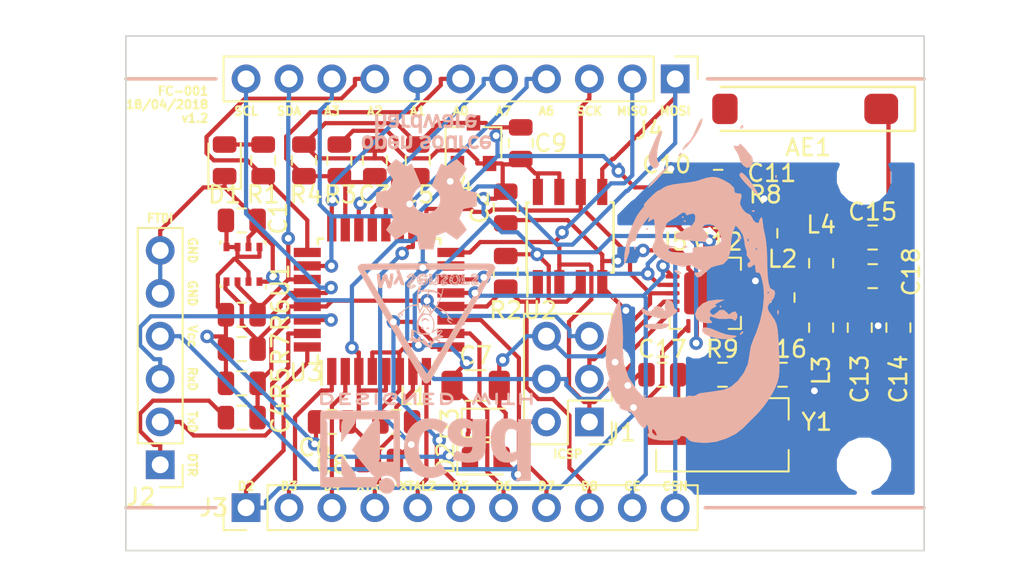
<source format=kicad_pcb>
(kicad_pcb (version 20171130) (host pcbnew 5.0.2+dfsg1-1~bpo9+1)

  (general
    (thickness 1.6)
    (drawings 43)
    (tracks 618)
    (zones 0)
    (modules 52)
    (nets 42)
  )

  (page A4)
  (title_block
    (title "FC-001 : MySensors multi-function low-power node")
    (date 2019-04-18)
    (rev 1.2)
    (company "François Cerbelle")
  )

  (layers
    (0 F.Cu signal)
    (31 B.Cu signal)
    (32 B.Adhes user)
    (33 F.Adhes user)
    (34 B.Paste user)
    (35 F.Paste user)
    (36 B.SilkS user)
    (37 F.SilkS user)
    (38 B.Mask user)
    (39 F.Mask user)
    (40 Dwgs.User user)
    (41 Cmts.User user)
    (42 Eco1.User user)
    (43 Eco2.User user)
    (44 Edge.Cuts user)
    (45 Margin user)
    (46 B.CrtYd user)
    (47 F.CrtYd user)
    (48 B.Fab user)
    (49 F.Fab user)
  )

  (setup
    (last_trace_width 0.25)
    (trace_clearance 0.2)
    (zone_clearance 0.508)
    (zone_45_only no)
    (trace_min 0.2)
    (segment_width 0.2)
    (edge_width 0.1)
    (via_size 0.8)
    (via_drill 0.4)
    (via_min_size 0.4)
    (via_min_drill 0.3)
    (uvia_size 0.3)
    (uvia_drill 0.1)
    (uvias_allowed no)
    (uvia_min_size 0.2)
    (uvia_min_drill 0.1)
    (pcb_text_width 0.3)
    (pcb_text_size 1.5 1.5)
    (mod_edge_width 0.15)
    (mod_text_size 1 1)
    (mod_text_width 0.15)
    (pad_size 2.5 2.5)
    (pad_drill 0)
    (pad_to_mask_clearance 0)
    (solder_mask_min_width 0.25)
    (aux_axis_origin 0 0)
    (visible_elements FFFDFF7F)
    (pcbplotparams
      (layerselection 0x010fc_ffffffff)
      (usegerberextensions true)
      (usegerberattributes false)
      (usegerberadvancedattributes false)
      (creategerberjobfile true)
      (excludeedgelayer true)
      (linewidth 0.100000)
      (plotframeref false)
      (viasonmask false)
      (mode 1)
      (useauxorigin false)
      (hpglpennumber 1)
      (hpglpenspeed 20)
      (hpglpendiameter 15.000000)
      (psnegative false)
      (psa4output false)
      (plotreference true)
      (plotvalue true)
      (plotinvisibletext false)
      (padsonsilk false)
      (subtractmaskfromsilk false)
      (outputformat 1)
      (mirror false)
      (drillshape 0)
      (scaleselection 1)
      (outputdirectory "gerber/"))
  )

  (net 0 "")
  (net 1 GND)
  (net 2 VCC)
  (net 3 /A0)
  (net 4 /RESET)
  (net 5 /serial_DTR)
  (net 6 "Net-(C5-Pad1)")
  (net 7 "Net-(C8-Pad1)")
  (net 8 "Net-(C10-Pad1)")
  (net 9 "Net-(C13-Pad1)")
  (net 10 "Net-(C15-Pad2)")
  (net 11 "Net-(C16-Pad2)")
  (net 12 "Net-(C17-Pad2)")
  (net 13 "Net-(D1-Pad2)")
  (net 14 /MISO)
  (net 15 /SCK)
  (net 16 /MOSI)
  (net 17 /serial_TxD)
  (net 18 /serial_RxD)
  (net 19 "Net-(L2-Pad2)")
  (net 20 "Net-(L2-Pad1)")
  (net 21 /D4)
  (net 22 /D8)
  (net 23 /i2c_sda)
  (net 24 /i2c_scl)
  (net 25 "Net-(R8-Pad1)")
  (net 26 /D3)
  (net 27 /D5)
  (net 28 /D6)
  (net 29 /D7)
  (net 30 /CE)
  (net 31 /CSN)
  (net 32 /D2)
  (net 33 "Net-(AE1-Pad1)")
  (net 34 +BATT)
  (net 35 /XTAL2)
  (net 36 /XTAL1)
  (net 37 /A1)
  (net 38 /A2)
  (net 39 /A3)
  (net 40 /A6)
  (net 41 /A7)

  (net_class Default "Ceci est la Netclass par défaut."
    (clearance 0.2)
    (trace_width 0.25)
    (via_dia 0.8)
    (via_drill 0.4)
    (uvia_dia 0.3)
    (uvia_drill 0.1)
    (add_net +BATT)
    (add_net /A0)
    (add_net /A1)
    (add_net /A2)
    (add_net /A3)
    (add_net /A6)
    (add_net /A7)
    (add_net /CE)
    (add_net /CSN)
    (add_net /D2)
    (add_net /D3)
    (add_net /D4)
    (add_net /D5)
    (add_net /D6)
    (add_net /D7)
    (add_net /D8)
    (add_net /MISO)
    (add_net /MOSI)
    (add_net /RESET)
    (add_net /SCK)
    (add_net /XTAL1)
    (add_net /XTAL2)
    (add_net /i2c_scl)
    (add_net /i2c_sda)
    (add_net /serial_DTR)
    (add_net /serial_RxD)
    (add_net /serial_TxD)
    (add_net GND)
    (add_net "Net-(AE1-Pad1)")
    (add_net "Net-(C10-Pad1)")
    (add_net "Net-(C13-Pad1)")
    (add_net "Net-(C15-Pad2)")
    (add_net "Net-(C16-Pad2)")
    (add_net "Net-(C17-Pad2)")
    (add_net "Net-(C5-Pad1)")
    (add_net "Net-(C8-Pad1)")
    (add_net "Net-(D1-Pad2)")
    (add_net "Net-(L2-Pad1)")
    (add_net "Net-(L2-Pad2)")
    (add_net "Net-(R8-Pad1)")
    (add_net VCC)
  )

  (module MountingHole:MountingHole_2.2mm_M2 (layer F.Cu) (tedit 5CB73A7D) (tstamp 5CC4047A)
    (at 101.6 92.202)
    (descr "Mounting Hole 2.2mm, no annular, M2")
    (tags "mounting hole 2.2mm no annular m2")
    (attr virtual)
    (fp_text reference MH1 (at 0 -3.2) (layer F.SilkS) hide
      (effects (font (size 1 1) (thickness 0.15)))
    )
    (fp_text value MountingHole_2.2mm_M2 (at 0 3.2) (layer F.Fab)
      (effects (font (size 1 1) (thickness 0.15)))
    )
    (fp_circle (center 0 0) (end 2.45 0) (layer F.CrtYd) (width 0.05))
    (fp_circle (center 0 0) (end 2.2 0) (layer Cmts.User) (width 0.15))
    (fp_text user %R (at 0.3 0) (layer F.Fab)
      (effects (font (size 1 1) (thickness 0.15)))
    )
    (pad 1 np_thru_hole circle (at 0 0) (size 2.2 2.2) (drill 2.2) (layers *.Cu *.Mask))
  )

  (module MountingHole:MountingHole_2.2mm_M2 (layer F.Cu) (tedit 5CB73A4B) (tstamp 5CC4027E)
    (at 143.256 109.22)
    (descr "Mounting Hole 2.2mm, no annular, M2")
    (tags "mounting hole 2.2mm no annular m2")
    (attr virtual)
    (fp_text reference MH3 (at 0 -3.2) (layer F.SilkS) hide
      (effects (font (size 1 1) (thickness 0.15)))
    )
    (fp_text value MountingHole_2.2mm_M2 (at 0 3.2) (layer F.Fab)
      (effects (font (size 1 1) (thickness 0.15)))
    )
    (fp_text user %R (at 0.3 0) (layer F.Fab)
      (effects (font (size 1 1) (thickness 0.15)))
    )
    (fp_circle (center 0 0) (end 2.2 0) (layer Cmts.User) (width 0.15))
    (fp_circle (center 0 0) (end 2.45 0) (layer F.CrtYd) (width 0.05))
    (pad 1 np_thru_hole circle (at 0 0) (size 2.2 2.2) (drill 2.2) (layers *.Cu *.Mask))
  )

  (module Capacitor_SMD:C_0805_2012Metric (layer F.Cu) (tedit 5B36C52B) (tstamp 5CB8BDF7)
    (at 106.426 94.742)
    (descr "Capacitor SMD 0805 (2012 Metric), square (rectangular) end terminal, IPC_7351 nominal, (Body size source: https://docs.google.com/spreadsheets/d/1BsfQQcO9C6DZCsRaXUlFlo91Tg2WpOkGARC1WS5S8t0/edit?usp=sharing), generated with kicad-footprint-generator")
    (tags capacitor)
    (path /5D27E08C)
    (attr smd)
    (fp_text reference C1 (at 2.159 -0.127 270) (layer F.SilkS)
      (effects (font (size 1 1) (thickness 0.15)))
    )
    (fp_text value 220nF (at 0 1.65) (layer F.Fab)
      (effects (font (size 1 1) (thickness 0.15)))
    )
    (fp_text user %R (at 0 0) (layer F.Fab)
      (effects (font (size 0.5 0.5) (thickness 0.08)))
    )
    (fp_line (start 1.68 0.95) (end -1.68 0.95) (layer F.CrtYd) (width 0.05))
    (fp_line (start 1.68 -0.95) (end 1.68 0.95) (layer F.CrtYd) (width 0.05))
    (fp_line (start -1.68 -0.95) (end 1.68 -0.95) (layer F.CrtYd) (width 0.05))
    (fp_line (start -1.68 0.95) (end -1.68 -0.95) (layer F.CrtYd) (width 0.05))
    (fp_line (start -0.258578 0.71) (end 0.258578 0.71) (layer F.SilkS) (width 0.12))
    (fp_line (start -0.258578 -0.71) (end 0.258578 -0.71) (layer F.SilkS) (width 0.12))
    (fp_line (start 1 0.6) (end -1 0.6) (layer F.Fab) (width 0.1))
    (fp_line (start 1 -0.6) (end 1 0.6) (layer F.Fab) (width 0.1))
    (fp_line (start -1 -0.6) (end 1 -0.6) (layer F.Fab) (width 0.1))
    (fp_line (start -1 0.6) (end -1 -0.6) (layer F.Fab) (width 0.1))
    (pad 2 smd roundrect (at 0.9375 0) (size 0.975 1.4) (layers F.Cu F.Paste F.Mask) (roundrect_rratio 0.25)
      (net 1 GND))
    (pad 1 smd roundrect (at -0.9375 0) (size 0.975 1.4) (layers F.Cu F.Paste F.Mask) (roundrect_rratio 0.25)
      (net 2 VCC))
    (model ${KISYS3DMOD}/Capacitor_SMD.3dshapes/C_0805_2012Metric.wrl
      (at (xyz 0 0 0))
      (scale (xyz 1 1 1))
      (rotate (xyz 0 0 0))
    )
  )

  (module Capacitor_SMD:C_0805_2012Metric (layer F.Cu) (tedit 5B36C52B) (tstamp 5CB8960C)
    (at 122.047 93.98 90)
    (descr "Capacitor SMD 0805 (2012 Metric), square (rectangular) end terminal, IPC_7351 nominal, (Body size source: https://docs.google.com/spreadsheets/d/1BsfQQcO9C6DZCsRaXUlFlo91Tg2WpOkGARC1WS5S8t0/edit?usp=sharing), generated with kicad-footprint-generator")
    (tags capacitor)
    (path /5D2FB5A7)
    (attr smd)
    (fp_text reference C2 (at 0 -1.524 270) (layer F.SilkS)
      (effects (font (size 1 1) (thickness 0.15)))
    )
    (fp_text value 0.1uF (at 0 1.65 90) (layer F.Fab)
      (effects (font (size 1 1) (thickness 0.15)))
    )
    (fp_text user %R (at 0 0 90) (layer F.Fab)
      (effects (font (size 0.5 0.5) (thickness 0.08)))
    )
    (fp_line (start 1.68 0.95) (end -1.68 0.95) (layer F.CrtYd) (width 0.05))
    (fp_line (start 1.68 -0.95) (end 1.68 0.95) (layer F.CrtYd) (width 0.05))
    (fp_line (start -1.68 -0.95) (end 1.68 -0.95) (layer F.CrtYd) (width 0.05))
    (fp_line (start -1.68 0.95) (end -1.68 -0.95) (layer F.CrtYd) (width 0.05))
    (fp_line (start -0.258578 0.71) (end 0.258578 0.71) (layer F.SilkS) (width 0.12))
    (fp_line (start -0.258578 -0.71) (end 0.258578 -0.71) (layer F.SilkS) (width 0.12))
    (fp_line (start 1 0.6) (end -1 0.6) (layer F.Fab) (width 0.1))
    (fp_line (start 1 -0.6) (end 1 0.6) (layer F.Fab) (width 0.1))
    (fp_line (start -1 -0.6) (end 1 -0.6) (layer F.Fab) (width 0.1))
    (fp_line (start -1 0.6) (end -1 -0.6) (layer F.Fab) (width 0.1))
    (pad 2 smd roundrect (at 0.9375 0 90) (size 0.975 1.4) (layers F.Cu F.Paste F.Mask) (roundrect_rratio 0.25)
      (net 2 VCC))
    (pad 1 smd roundrect (at -0.9375 0 90) (size 0.975 1.4) (layers F.Cu F.Paste F.Mask) (roundrect_rratio 0.25)
      (net 1 GND))
    (model ${KISYS3DMOD}/Capacitor_SMD.3dshapes/C_0805_2012Metric.wrl
      (at (xyz 0 0 0))
      (scale (xyz 1 1 1))
      (rotate (xyz 0 0 0))
    )
  )

  (module Capacitor_SMD:C_0805_2012Metric (layer F.Cu) (tedit 5B36C52B) (tstamp 5CB8CC01)
    (at 114.3 91.186 90)
    (descr "Capacitor SMD 0805 (2012 Metric), square (rectangular) end terminal, IPC_7351 nominal, (Body size source: https://docs.google.com/spreadsheets/d/1BsfQQcO9C6DZCsRaXUlFlo91Tg2WpOkGARC1WS5S8t0/edit?usp=sharing), generated with kicad-footprint-generator")
    (tags capacitor)
    (path /5C901A05)
    (attr smd)
    (fp_text reference C3 (at -2.032 0 180) (layer F.SilkS)
      (effects (font (size 1 1) (thickness 0.15)))
    )
    (fp_text value 0.1uF (at 0 1.65 90) (layer F.Fab)
      (effects (font (size 1 1) (thickness 0.15)))
    )
    (fp_text user %R (at 0 0 90) (layer F.Fab)
      (effects (font (size 0.5 0.5) (thickness 0.08)))
    )
    (fp_line (start 1.68 0.95) (end -1.68 0.95) (layer F.CrtYd) (width 0.05))
    (fp_line (start 1.68 -0.95) (end 1.68 0.95) (layer F.CrtYd) (width 0.05))
    (fp_line (start -1.68 -0.95) (end 1.68 -0.95) (layer F.CrtYd) (width 0.05))
    (fp_line (start -1.68 0.95) (end -1.68 -0.95) (layer F.CrtYd) (width 0.05))
    (fp_line (start -0.258578 0.71) (end 0.258578 0.71) (layer F.SilkS) (width 0.12))
    (fp_line (start -0.258578 -0.71) (end 0.258578 -0.71) (layer F.SilkS) (width 0.12))
    (fp_line (start 1 0.6) (end -1 0.6) (layer F.Fab) (width 0.1))
    (fp_line (start 1 -0.6) (end 1 0.6) (layer F.Fab) (width 0.1))
    (fp_line (start -1 -0.6) (end 1 -0.6) (layer F.Fab) (width 0.1))
    (fp_line (start -1 0.6) (end -1 -0.6) (layer F.Fab) (width 0.1))
    (pad 2 smd roundrect (at 0.9375 0 90) (size 0.975 1.4) (layers F.Cu F.Paste F.Mask) (roundrect_rratio 0.25)
      (net 1 GND))
    (pad 1 smd roundrect (at -0.9375 0 90) (size 0.975 1.4) (layers F.Cu F.Paste F.Mask) (roundrect_rratio 0.25)
      (net 3 /A0))
    (model ${KISYS3DMOD}/Capacitor_SMD.3dshapes/C_0805_2012Metric.wrl
      (at (xyz 0 0 0))
      (scale (xyz 1 1 1))
      (rotate (xyz 0 0 0))
    )
  )

  (module Capacitor_SMD:C_0805_2012Metric (layer F.Cu) (tedit 5B36C52B) (tstamp 5CB8BE7B)
    (at 106.426 106.426)
    (descr "Capacitor SMD 0805 (2012 Metric), square (rectangular) end terminal, IPC_7351 nominal, (Body size source: https://docs.google.com/spreadsheets/d/1BsfQQcO9C6DZCsRaXUlFlo91Tg2WpOkGARC1WS5S8t0/edit?usp=sharing), generated with kicad-footprint-generator")
    (tags capacitor)
    (path /5C99B624)
    (attr smd)
    (fp_text reference C4 (at 2.286 0 270) (layer F.SilkS)
      (effects (font (size 1 1) (thickness 0.15)))
    )
    (fp_text value 0.1uF (at 0 1.65) (layer F.Fab)
      (effects (font (size 1 1) (thickness 0.15)))
    )
    (fp_text user %R (at 0 0) (layer F.Fab)
      (effects (font (size 0.5 0.5) (thickness 0.08)))
    )
    (fp_line (start 1.68 0.95) (end -1.68 0.95) (layer F.CrtYd) (width 0.05))
    (fp_line (start 1.68 -0.95) (end 1.68 0.95) (layer F.CrtYd) (width 0.05))
    (fp_line (start -1.68 -0.95) (end 1.68 -0.95) (layer F.CrtYd) (width 0.05))
    (fp_line (start -1.68 0.95) (end -1.68 -0.95) (layer F.CrtYd) (width 0.05))
    (fp_line (start -0.258578 0.71) (end 0.258578 0.71) (layer F.SilkS) (width 0.12))
    (fp_line (start -0.258578 -0.71) (end 0.258578 -0.71) (layer F.SilkS) (width 0.12))
    (fp_line (start 1 0.6) (end -1 0.6) (layer F.Fab) (width 0.1))
    (fp_line (start 1 -0.6) (end 1 0.6) (layer F.Fab) (width 0.1))
    (fp_line (start -1 -0.6) (end 1 -0.6) (layer F.Fab) (width 0.1))
    (fp_line (start -1 0.6) (end -1 -0.6) (layer F.Fab) (width 0.1))
    (pad 2 smd roundrect (at 0.9375 0) (size 0.975 1.4) (layers F.Cu F.Paste F.Mask) (roundrect_rratio 0.25)
      (net 4 /RESET))
    (pad 1 smd roundrect (at -0.9375 0) (size 0.975 1.4) (layers F.Cu F.Paste F.Mask) (roundrect_rratio 0.25)
      (net 5 /serial_DTR))
    (model ${KISYS3DMOD}/Capacitor_SMD.3dshapes/C_0805_2012Metric.wrl
      (at (xyz 0 0 0))
      (scale (xyz 1 1 1))
      (rotate (xyz 0 0 0))
    )
  )

  (module Capacitor_SMD:C_0805_2012Metric (layer F.Cu) (tedit 5B36C52B) (tstamp 5CB8CB0B)
    (at 116.84 91.186 90)
    (descr "Capacitor SMD 0805 (2012 Metric), square (rectangular) end terminal, IPC_7351 nominal, (Body size source: https://docs.google.com/spreadsheets/d/1BsfQQcO9C6DZCsRaXUlFlo91Tg2WpOkGARC1WS5S8t0/edit?usp=sharing), generated with kicad-footprint-generator")
    (tags capacitor)
    (path /5C8F6351)
    (attr smd)
    (fp_text reference C5 (at -2.032 0 180) (layer F.SilkS)
      (effects (font (size 1 1) (thickness 0.15)))
    )
    (fp_text value 10uF (at 0 1.65 90) (layer F.Fab)
      (effects (font (size 1 1) (thickness 0.15)))
    )
    (fp_text user %R (at 0 0 90) (layer F.Fab)
      (effects (font (size 0.5 0.5) (thickness 0.08)))
    )
    (fp_line (start 1.68 0.95) (end -1.68 0.95) (layer F.CrtYd) (width 0.05))
    (fp_line (start 1.68 -0.95) (end 1.68 0.95) (layer F.CrtYd) (width 0.05))
    (fp_line (start -1.68 -0.95) (end 1.68 -0.95) (layer F.CrtYd) (width 0.05))
    (fp_line (start -1.68 0.95) (end -1.68 -0.95) (layer F.CrtYd) (width 0.05))
    (fp_line (start -0.258578 0.71) (end 0.258578 0.71) (layer F.SilkS) (width 0.12))
    (fp_line (start -0.258578 -0.71) (end 0.258578 -0.71) (layer F.SilkS) (width 0.12))
    (fp_line (start 1 0.6) (end -1 0.6) (layer F.Fab) (width 0.1))
    (fp_line (start 1 -0.6) (end 1 0.6) (layer F.Fab) (width 0.1))
    (fp_line (start -1 -0.6) (end 1 -0.6) (layer F.Fab) (width 0.1))
    (fp_line (start -1 0.6) (end -1 -0.6) (layer F.Fab) (width 0.1))
    (pad 2 smd roundrect (at 0.9375 0 90) (size 0.975 1.4) (layers F.Cu F.Paste F.Mask) (roundrect_rratio 0.25)
      (net 1 GND))
    (pad 1 smd roundrect (at -0.9375 0 90) (size 0.975 1.4) (layers F.Cu F.Paste F.Mask) (roundrect_rratio 0.25)
      (net 6 "Net-(C5-Pad1)"))
    (model ${KISYS3DMOD}/Capacitor_SMD.3dshapes/C_0805_2012Metric.wrl
      (at (xyz 0 0 0))
      (scale (xyz 1 1 1))
      (rotate (xyz 0 0 0))
    )
  )

  (module Capacitor_SMD:C_0805_2012Metric (layer F.Cu) (tedit 5B36C52B) (tstamp 5CB8983A)
    (at 111.76 106.68)
    (descr "Capacitor SMD 0805 (2012 Metric), square (rectangular) end terminal, IPC_7351 nominal, (Body size source: https://docs.google.com/spreadsheets/d/1BsfQQcO9C6DZCsRaXUlFlo91Tg2WpOkGARC1WS5S8t0/edit?usp=sharing), generated with kicad-footprint-generator")
    (tags capacitor)
    (path /5D60AD48)
    (attr smd)
    (fp_text reference C6 (at -1.016 1.524) (layer F.SilkS)
      (effects (font (size 1 1) (thickness 0.15)))
    )
    (fp_text value 10uF (at 0 1.65) (layer F.Fab)
      (effects (font (size 1 1) (thickness 0.15)))
    )
    (fp_text user %R (at 0 0) (layer F.Fab)
      (effects (font (size 0.5 0.5) (thickness 0.08)))
    )
    (fp_line (start 1.68 0.95) (end -1.68 0.95) (layer F.CrtYd) (width 0.05))
    (fp_line (start 1.68 -0.95) (end 1.68 0.95) (layer F.CrtYd) (width 0.05))
    (fp_line (start -1.68 -0.95) (end 1.68 -0.95) (layer F.CrtYd) (width 0.05))
    (fp_line (start -1.68 0.95) (end -1.68 -0.95) (layer F.CrtYd) (width 0.05))
    (fp_line (start -0.258578 0.71) (end 0.258578 0.71) (layer F.SilkS) (width 0.12))
    (fp_line (start -0.258578 -0.71) (end 0.258578 -0.71) (layer F.SilkS) (width 0.12))
    (fp_line (start 1 0.6) (end -1 0.6) (layer F.Fab) (width 0.1))
    (fp_line (start 1 -0.6) (end 1 0.6) (layer F.Fab) (width 0.1))
    (fp_line (start -1 -0.6) (end 1 -0.6) (layer F.Fab) (width 0.1))
    (fp_line (start -1 0.6) (end -1 -0.6) (layer F.Fab) (width 0.1))
    (pad 2 smd roundrect (at 0.9375 0) (size 0.975 1.4) (layers F.Cu F.Paste F.Mask) (roundrect_rratio 0.25)
      (net 1 GND))
    (pad 1 smd roundrect (at -0.9375 0) (size 0.975 1.4) (layers F.Cu F.Paste F.Mask) (roundrect_rratio 0.25)
      (net 2 VCC))
    (model ${KISYS3DMOD}/Capacitor_SMD.3dshapes/C_0805_2012Metric.wrl
      (at (xyz 0 0 0))
      (scale (xyz 1 1 1))
      (rotate (xyz 0 0 0))
    )
  )

  (module Capacitor_SMD:C_1206_3216Metric (layer F.Cu) (tedit 5B301BBE) (tstamp 5CB8989D)
    (at 120.269 104.521)
    (descr "Capacitor SMD 1206 (3216 Metric), square (rectangular) end terminal, IPC_7351 nominal, (Body size source: http://www.tortai-tech.com/upload/download/2011102023233369053.pdf), generated with kicad-footprint-generator")
    (tags capacitor)
    (path /5C910783)
    (attr smd)
    (fp_text reference C7 (at 0 -1.778 -180) (layer F.SilkS)
      (effects (font (size 1 1) (thickness 0.15)))
    )
    (fp_text value 220uF (at 0 1.82) (layer F.Fab)
      (effects (font (size 1 1) (thickness 0.15)))
    )
    (fp_text user %R (at 0 0) (layer F.Fab)
      (effects (font (size 0.8 0.8) (thickness 0.12)))
    )
    (fp_line (start 2.28 1.12) (end -2.28 1.12) (layer F.CrtYd) (width 0.05))
    (fp_line (start 2.28 -1.12) (end 2.28 1.12) (layer F.CrtYd) (width 0.05))
    (fp_line (start -2.28 -1.12) (end 2.28 -1.12) (layer F.CrtYd) (width 0.05))
    (fp_line (start -2.28 1.12) (end -2.28 -1.12) (layer F.CrtYd) (width 0.05))
    (fp_line (start -0.602064 0.91) (end 0.602064 0.91) (layer F.SilkS) (width 0.12))
    (fp_line (start -0.602064 -0.91) (end 0.602064 -0.91) (layer F.SilkS) (width 0.12))
    (fp_line (start 1.6 0.8) (end -1.6 0.8) (layer F.Fab) (width 0.1))
    (fp_line (start 1.6 -0.8) (end 1.6 0.8) (layer F.Fab) (width 0.1))
    (fp_line (start -1.6 -0.8) (end 1.6 -0.8) (layer F.Fab) (width 0.1))
    (fp_line (start -1.6 0.8) (end -1.6 -0.8) (layer F.Fab) (width 0.1))
    (pad 2 smd roundrect (at 1.4 0) (size 1.25 1.75) (layers F.Cu F.Paste F.Mask) (roundrect_rratio 0.2)
      (net 1 GND))
    (pad 1 smd roundrect (at -1.4 0) (size 1.25 1.75) (layers F.Cu F.Paste F.Mask) (roundrect_rratio 0.2)
      (net 2 VCC))
    (model ${KISYS3DMOD}/Capacitor_SMD.3dshapes/C_1206_3216Metric.wrl
      (at (xyz 0 0 0))
      (scale (xyz 1 1 1))
      (rotate (xyz 0 0 0))
    )
  )

  (module Capacitor_SMD:C_0805_2012Metric (layer F.Cu) (tedit 5B36C52B) (tstamp 5CB89441)
    (at 114.554 108.966 180)
    (descr "Capacitor SMD 0805 (2012 Metric), square (rectangular) end terminal, IPC_7351 nominal, (Body size source: https://docs.google.com/spreadsheets/d/1BsfQQcO9C6DZCsRaXUlFlo91Tg2WpOkGARC1WS5S8t0/edit?usp=sharing), generated with kicad-footprint-generator")
    (tags capacitor)
    (path /5C8F9B7E)
    (attr smd)
    (fp_text reference C8 (at 2.794 -0.254) (layer F.SilkS)
      (effects (font (size 1 1) (thickness 0.15)))
    )
    (fp_text value 0.1uF (at 0 1.65 180) (layer F.Fab)
      (effects (font (size 1 1) (thickness 0.15)))
    )
    (fp_text user %R (at 0 0 180) (layer F.Fab)
      (effects (font (size 0.5 0.5) (thickness 0.08)))
    )
    (fp_line (start 1.68 0.95) (end -1.68 0.95) (layer F.CrtYd) (width 0.05))
    (fp_line (start 1.68 -0.95) (end 1.68 0.95) (layer F.CrtYd) (width 0.05))
    (fp_line (start -1.68 -0.95) (end 1.68 -0.95) (layer F.CrtYd) (width 0.05))
    (fp_line (start -1.68 0.95) (end -1.68 -0.95) (layer F.CrtYd) (width 0.05))
    (fp_line (start -0.258578 0.71) (end 0.258578 0.71) (layer F.SilkS) (width 0.12))
    (fp_line (start -0.258578 -0.71) (end 0.258578 -0.71) (layer F.SilkS) (width 0.12))
    (fp_line (start 1 0.6) (end -1 0.6) (layer F.Fab) (width 0.1))
    (fp_line (start 1 -0.6) (end 1 0.6) (layer F.Fab) (width 0.1))
    (fp_line (start -1 -0.6) (end 1 -0.6) (layer F.Fab) (width 0.1))
    (fp_line (start -1 0.6) (end -1 -0.6) (layer F.Fab) (width 0.1))
    (pad 2 smd roundrect (at 0.9375 0 180) (size 0.975 1.4) (layers F.Cu F.Paste F.Mask) (roundrect_rratio 0.25)
      (net 1 GND))
    (pad 1 smd roundrect (at -0.9375 0 180) (size 0.975 1.4) (layers F.Cu F.Paste F.Mask) (roundrect_rratio 0.25)
      (net 7 "Net-(C8-Pad1)"))
    (model ${KISYS3DMOD}/Capacitor_SMD.3dshapes/C_0805_2012Metric.wrl
      (at (xyz 0 0 0))
      (scale (xyz 1 1 1))
      (rotate (xyz 0 0 0))
    )
  )

  (module Capacitor_SMD:C_0805_2012Metric (layer F.Cu) (tedit 5B36C52B) (tstamp 5CB8CBD1)
    (at 122.936 90.17 90)
    (descr "Capacitor SMD 0805 (2012 Metric), square (rectangular) end terminal, IPC_7351 nominal, (Body size source: https://docs.google.com/spreadsheets/d/1BsfQQcO9C6DZCsRaXUlFlo91Tg2WpOkGARC1WS5S8t0/edit?usp=sharing), generated with kicad-footprint-generator")
    (tags capacitor)
    (path /5D8C1692)
    (attr smd)
    (fp_text reference C9 (at 0 1.778) (layer F.SilkS)
      (effects (font (size 1 1) (thickness 0.15)))
    )
    (fp_text value 0.1uF (at 0 1.65 90) (layer F.Fab)
      (effects (font (size 1 1) (thickness 0.15)))
    )
    (fp_text user %R (at 0 0 90) (layer F.Fab)
      (effects (font (size 0.5 0.5) (thickness 0.08)))
    )
    (fp_line (start 1.68 0.95) (end -1.68 0.95) (layer F.CrtYd) (width 0.05))
    (fp_line (start 1.68 -0.95) (end 1.68 0.95) (layer F.CrtYd) (width 0.05))
    (fp_line (start -1.68 -0.95) (end 1.68 -0.95) (layer F.CrtYd) (width 0.05))
    (fp_line (start -1.68 0.95) (end -1.68 -0.95) (layer F.CrtYd) (width 0.05))
    (fp_line (start -0.258578 0.71) (end 0.258578 0.71) (layer F.SilkS) (width 0.12))
    (fp_line (start -0.258578 -0.71) (end 0.258578 -0.71) (layer F.SilkS) (width 0.12))
    (fp_line (start 1 0.6) (end -1 0.6) (layer F.Fab) (width 0.1))
    (fp_line (start 1 -0.6) (end 1 0.6) (layer F.Fab) (width 0.1))
    (fp_line (start -1 -0.6) (end 1 -0.6) (layer F.Fab) (width 0.1))
    (fp_line (start -1 0.6) (end -1 -0.6) (layer F.Fab) (width 0.1))
    (pad 2 smd roundrect (at 0.9375 0 90) (size 0.975 1.4) (layers F.Cu F.Paste F.Mask) (roundrect_rratio 0.25)
      (net 1 GND))
    (pad 1 smd roundrect (at -0.9375 0 90) (size 0.975 1.4) (layers F.Cu F.Paste F.Mask) (roundrect_rratio 0.25)
      (net 2 VCC))
    (model ${KISYS3DMOD}/Capacitor_SMD.3dshapes/C_0805_2012Metric.wrl
      (at (xyz 0 0 0))
      (scale (xyz 1 1 1))
      (rotate (xyz 0 0 0))
    )
  )

  (module Capacitor_SMD:C_0805_2012Metric (layer F.Cu) (tedit 5B36C52B) (tstamp 5CB89396)
    (at 131.826 93.726 90)
    (descr "Capacitor SMD 0805 (2012 Metric), square (rectangular) end terminal, IPC_7351 nominal, (Body size source: https://docs.google.com/spreadsheets/d/1BsfQQcO9C6DZCsRaXUlFlo91Tg2WpOkGARC1WS5S8t0/edit?usp=sharing), generated with kicad-footprint-generator")
    (tags capacitor)
    (path /5CCA5367)
    (attr smd)
    (fp_text reference C10 (at 2.286 -0.254 180) (layer F.SilkS)
      (effects (font (size 1 1) (thickness 0.15)))
    )
    (fp_text value 33nF (at 0 1.65 90) (layer F.Fab)
      (effects (font (size 1 1) (thickness 0.15)))
    )
    (fp_text user %R (at 0 0 90) (layer F.Fab)
      (effects (font (size 0.5 0.5) (thickness 0.08)))
    )
    (fp_line (start 1.68 0.95) (end -1.68 0.95) (layer F.CrtYd) (width 0.05))
    (fp_line (start 1.68 -0.95) (end 1.68 0.95) (layer F.CrtYd) (width 0.05))
    (fp_line (start -1.68 -0.95) (end 1.68 -0.95) (layer F.CrtYd) (width 0.05))
    (fp_line (start -1.68 0.95) (end -1.68 -0.95) (layer F.CrtYd) (width 0.05))
    (fp_line (start -0.258578 0.71) (end 0.258578 0.71) (layer F.SilkS) (width 0.12))
    (fp_line (start -0.258578 -0.71) (end 0.258578 -0.71) (layer F.SilkS) (width 0.12))
    (fp_line (start 1 0.6) (end -1 0.6) (layer F.Fab) (width 0.1))
    (fp_line (start 1 -0.6) (end 1 0.6) (layer F.Fab) (width 0.1))
    (fp_line (start -1 -0.6) (end 1 -0.6) (layer F.Fab) (width 0.1))
    (fp_line (start -1 0.6) (end -1 -0.6) (layer F.Fab) (width 0.1))
    (pad 2 smd roundrect (at 0.9375 0 90) (size 0.975 1.4) (layers F.Cu F.Paste F.Mask) (roundrect_rratio 0.25)
      (net 1 GND))
    (pad 1 smd roundrect (at -0.9375 0 90) (size 0.975 1.4) (layers F.Cu F.Paste F.Mask) (roundrect_rratio 0.25)
      (net 8 "Net-(C10-Pad1)"))
    (model ${KISYS3DMOD}/Capacitor_SMD.3dshapes/C_0805_2012Metric.wrl
      (at (xyz 0 0 0))
      (scale (xyz 1 1 1))
      (rotate (xyz 0 0 0))
    )
  )

  (module Capacitor_SMD:C_0805_2012Metric (layer F.Cu) (tedit 5B36C52B) (tstamp 5CB8DF59)
    (at 134.62 92.456)
    (descr "Capacitor SMD 0805 (2012 Metric), square (rectangular) end terminal, IPC_7351 nominal, (Body size source: https://docs.google.com/spreadsheets/d/1BsfQQcO9C6DZCsRaXUlFlo91Tg2WpOkGARC1WS5S8t0/edit?usp=sharing), generated with kicad-footprint-generator")
    (tags capacitor)
    (path /5D011C9B)
    (attr smd)
    (fp_text reference C11 (at 3.175 -0.508) (layer F.SilkS)
      (effects (font (size 1 1) (thickness 0.15)))
    )
    (fp_text value 10nF (at 0 1.65) (layer F.Fab)
      (effects (font (size 1 1) (thickness 0.15)))
    )
    (fp_text user %R (at 0 0) (layer F.Fab)
      (effects (font (size 0.5 0.5) (thickness 0.08)))
    )
    (fp_line (start 1.68 0.95) (end -1.68 0.95) (layer F.CrtYd) (width 0.05))
    (fp_line (start 1.68 -0.95) (end 1.68 0.95) (layer F.CrtYd) (width 0.05))
    (fp_line (start -1.68 -0.95) (end 1.68 -0.95) (layer F.CrtYd) (width 0.05))
    (fp_line (start -1.68 0.95) (end -1.68 -0.95) (layer F.CrtYd) (width 0.05))
    (fp_line (start -0.258578 0.71) (end 0.258578 0.71) (layer F.SilkS) (width 0.12))
    (fp_line (start -0.258578 -0.71) (end 0.258578 -0.71) (layer F.SilkS) (width 0.12))
    (fp_line (start 1 0.6) (end -1 0.6) (layer F.Fab) (width 0.1))
    (fp_line (start 1 -0.6) (end 1 0.6) (layer F.Fab) (width 0.1))
    (fp_line (start -1 -0.6) (end 1 -0.6) (layer F.Fab) (width 0.1))
    (fp_line (start -1 0.6) (end -1 -0.6) (layer F.Fab) (width 0.1))
    (pad 2 smd roundrect (at 0.9375 0) (size 0.975 1.4) (layers F.Cu F.Paste F.Mask) (roundrect_rratio 0.25)
      (net 1 GND))
    (pad 1 smd roundrect (at -0.9375 0) (size 0.975 1.4) (layers F.Cu F.Paste F.Mask) (roundrect_rratio 0.25)
      (net 2 VCC))
    (model ${KISYS3DMOD}/Capacitor_SMD.3dshapes/C_0805_2012Metric.wrl
      (at (xyz 0 0 0))
      (scale (xyz 1 1 1))
      (rotate (xyz 0 0 0))
    )
  )

  (module Capacitor_SMD:C_0805_2012Metric (layer F.Cu) (tedit 5B36C52B) (tstamp 5CB89B58)
    (at 134.62 94.488)
    (descr "Capacitor SMD 0805 (2012 Metric), square (rectangular) end terminal, IPC_7351 nominal, (Body size source: https://docs.google.com/spreadsheets/d/1BsfQQcO9C6DZCsRaXUlFlo91Tg2WpOkGARC1WS5S8t0/edit?usp=sharing), generated with kicad-footprint-generator")
    (tags capacitor)
    (path /5D011DE6)
    (attr smd)
    (fp_text reference C12 (at 0 1.524) (layer F.SilkS)
      (effects (font (size 1 1) (thickness 0.15)))
    )
    (fp_text value 1nF (at 0 1.65) (layer F.Fab)
      (effects (font (size 1 1) (thickness 0.15)))
    )
    (fp_text user %R (at 0 0) (layer F.Fab)
      (effects (font (size 0.5 0.5) (thickness 0.08)))
    )
    (fp_line (start 1.68 0.95) (end -1.68 0.95) (layer F.CrtYd) (width 0.05))
    (fp_line (start 1.68 -0.95) (end 1.68 0.95) (layer F.CrtYd) (width 0.05))
    (fp_line (start -1.68 -0.95) (end 1.68 -0.95) (layer F.CrtYd) (width 0.05))
    (fp_line (start -1.68 0.95) (end -1.68 -0.95) (layer F.CrtYd) (width 0.05))
    (fp_line (start -0.258578 0.71) (end 0.258578 0.71) (layer F.SilkS) (width 0.12))
    (fp_line (start -0.258578 -0.71) (end 0.258578 -0.71) (layer F.SilkS) (width 0.12))
    (fp_line (start 1 0.6) (end -1 0.6) (layer F.Fab) (width 0.1))
    (fp_line (start 1 -0.6) (end 1 0.6) (layer F.Fab) (width 0.1))
    (fp_line (start -1 -0.6) (end 1 -0.6) (layer F.Fab) (width 0.1))
    (fp_line (start -1 0.6) (end -1 -0.6) (layer F.Fab) (width 0.1))
    (pad 2 smd roundrect (at 0.9375 0) (size 0.975 1.4) (layers F.Cu F.Paste F.Mask) (roundrect_rratio 0.25)
      (net 1 GND))
    (pad 1 smd roundrect (at -0.9375 0) (size 0.975 1.4) (layers F.Cu F.Paste F.Mask) (roundrect_rratio 0.25)
      (net 2 VCC))
    (model ${KISYS3DMOD}/Capacitor_SMD.3dshapes/C_0805_2012Metric.wrl
      (at (xyz 0 0 0))
      (scale (xyz 1 1 1))
      (rotate (xyz 0 0 0))
    )
  )

  (module Capacitor_SMD:C_0805_2012Metric (layer F.Cu) (tedit 5B36C52B) (tstamp 5CB89213)
    (at 143.002 101.092 90)
    (descr "Capacitor SMD 0805 (2012 Metric), square (rectangular) end terminal, IPC_7351 nominal, (Body size source: https://docs.google.com/spreadsheets/d/1BsfQQcO9C6DZCsRaXUlFlo91Tg2WpOkGARC1WS5S8t0/edit?usp=sharing), generated with kicad-footprint-generator")
    (tags capacitor)
    (path /5CCB74E8)
    (attr smd)
    (fp_text reference C13 (at -3.048 0 90) (layer F.SilkS)
      (effects (font (size 1 1) (thickness 0.15)))
    )
    (fp_text value 2.2nF (at 0 1.65 90) (layer F.Fab)
      (effects (font (size 1 1) (thickness 0.15)))
    )
    (fp_text user %R (at 0 0 90) (layer F.Fab)
      (effects (font (size 0.5 0.5) (thickness 0.08)))
    )
    (fp_line (start 1.68 0.95) (end -1.68 0.95) (layer F.CrtYd) (width 0.05))
    (fp_line (start 1.68 -0.95) (end 1.68 0.95) (layer F.CrtYd) (width 0.05))
    (fp_line (start -1.68 -0.95) (end 1.68 -0.95) (layer F.CrtYd) (width 0.05))
    (fp_line (start -1.68 0.95) (end -1.68 -0.95) (layer F.CrtYd) (width 0.05))
    (fp_line (start -0.258578 0.71) (end 0.258578 0.71) (layer F.SilkS) (width 0.12))
    (fp_line (start -0.258578 -0.71) (end 0.258578 -0.71) (layer F.SilkS) (width 0.12))
    (fp_line (start 1 0.6) (end -1 0.6) (layer F.Fab) (width 0.1))
    (fp_line (start 1 -0.6) (end 1 0.6) (layer F.Fab) (width 0.1))
    (fp_line (start -1 -0.6) (end 1 -0.6) (layer F.Fab) (width 0.1))
    (fp_line (start -1 0.6) (end -1 -0.6) (layer F.Fab) (width 0.1))
    (pad 2 smd roundrect (at 0.9375 0 90) (size 0.975 1.4) (layers F.Cu F.Paste F.Mask) (roundrect_rratio 0.25)
      (net 1 GND))
    (pad 1 smd roundrect (at -0.9375 0 90) (size 0.975 1.4) (layers F.Cu F.Paste F.Mask) (roundrect_rratio 0.25)
      (net 9 "Net-(C13-Pad1)"))
    (model ${KISYS3DMOD}/Capacitor_SMD.3dshapes/C_0805_2012Metric.wrl
      (at (xyz 0 0 0))
      (scale (xyz 1 1 1))
      (rotate (xyz 0 0 0))
    )
  )

  (module Capacitor_SMD:C_0805_2012Metric (layer F.Cu) (tedit 5B36C52B) (tstamp 5CB89C6C)
    (at 145.288 101.092 90)
    (descr "Capacitor SMD 0805 (2012 Metric), square (rectangular) end terminal, IPC_7351 nominal, (Body size source: https://docs.google.com/spreadsheets/d/1BsfQQcO9C6DZCsRaXUlFlo91Tg2WpOkGARC1WS5S8t0/edit?usp=sharing), generated with kicad-footprint-generator")
    (tags capacitor)
    (path /5CCC3B27)
    (attr smd)
    (fp_text reference C14 (at -3.048 0 90) (layer F.SilkS)
      (effects (font (size 1 1) (thickness 0.15)))
    )
    (fp_text value 4.7pF (at 0 1.65 90) (layer F.Fab)
      (effects (font (size 1 1) (thickness 0.15)))
    )
    (fp_text user %R (at 0 0 90) (layer F.Fab)
      (effects (font (size 0.5 0.5) (thickness 0.08)))
    )
    (fp_line (start 1.68 0.95) (end -1.68 0.95) (layer F.CrtYd) (width 0.05))
    (fp_line (start 1.68 -0.95) (end 1.68 0.95) (layer F.CrtYd) (width 0.05))
    (fp_line (start -1.68 -0.95) (end 1.68 -0.95) (layer F.CrtYd) (width 0.05))
    (fp_line (start -1.68 0.95) (end -1.68 -0.95) (layer F.CrtYd) (width 0.05))
    (fp_line (start -0.258578 0.71) (end 0.258578 0.71) (layer F.SilkS) (width 0.12))
    (fp_line (start -0.258578 -0.71) (end 0.258578 -0.71) (layer F.SilkS) (width 0.12))
    (fp_line (start 1 0.6) (end -1 0.6) (layer F.Fab) (width 0.1))
    (fp_line (start 1 -0.6) (end 1 0.6) (layer F.Fab) (width 0.1))
    (fp_line (start -1 -0.6) (end 1 -0.6) (layer F.Fab) (width 0.1))
    (fp_line (start -1 0.6) (end -1 -0.6) (layer F.Fab) (width 0.1))
    (pad 2 smd roundrect (at 0.9375 0 90) (size 0.975 1.4) (layers F.Cu F.Paste F.Mask) (roundrect_rratio 0.25)
      (net 1 GND))
    (pad 1 smd roundrect (at -0.9375 0 90) (size 0.975 1.4) (layers F.Cu F.Paste F.Mask) (roundrect_rratio 0.25)
      (net 9 "Net-(C13-Pad1)"))
    (model ${KISYS3DMOD}/Capacitor_SMD.3dshapes/C_0805_2012Metric.wrl
      (at (xyz 0 0 0))
      (scale (xyz 1 1 1))
      (rotate (xyz 0 0 0))
    )
  )

  (module Capacitor_SMD:C_0805_2012Metric (layer F.Cu) (tedit 5B36C52B) (tstamp 5CB89AA1)
    (at 143.764 95.758 180)
    (descr "Capacitor SMD 0805 (2012 Metric), square (rectangular) end terminal, IPC_7351 nominal, (Body size source: https://docs.google.com/spreadsheets/d/1BsfQQcO9C6DZCsRaXUlFlo91Tg2WpOkGARC1WS5S8t0/edit?usp=sharing), generated with kicad-footprint-generator")
    (tags capacitor)
    (path /5CD5B9C1)
    (attr smd)
    (fp_text reference C15 (at 0 1.524) (layer F.SilkS)
      (effects (font (size 1 1) (thickness 0.15)))
    )
    (fp_text value 1.5pF (at 0 1.65 180) (layer F.Fab)
      (effects (font (size 1 1) (thickness 0.15)))
    )
    (fp_text user %R (at 0 0 180) (layer F.Fab)
      (effects (font (size 0.5 0.5) (thickness 0.08)))
    )
    (fp_line (start 1.68 0.95) (end -1.68 0.95) (layer F.CrtYd) (width 0.05))
    (fp_line (start 1.68 -0.95) (end 1.68 0.95) (layer F.CrtYd) (width 0.05))
    (fp_line (start -1.68 -0.95) (end 1.68 -0.95) (layer F.CrtYd) (width 0.05))
    (fp_line (start -1.68 0.95) (end -1.68 -0.95) (layer F.CrtYd) (width 0.05))
    (fp_line (start -0.258578 0.71) (end 0.258578 0.71) (layer F.SilkS) (width 0.12))
    (fp_line (start -0.258578 -0.71) (end 0.258578 -0.71) (layer F.SilkS) (width 0.12))
    (fp_line (start 1 0.6) (end -1 0.6) (layer F.Fab) (width 0.1))
    (fp_line (start 1 -0.6) (end 1 0.6) (layer F.Fab) (width 0.1))
    (fp_line (start -1 -0.6) (end 1 -0.6) (layer F.Fab) (width 0.1))
    (fp_line (start -1 0.6) (end -1 -0.6) (layer F.Fab) (width 0.1))
    (pad 2 smd roundrect (at 0.9375 0 180) (size 0.975 1.4) (layers F.Cu F.Paste F.Mask) (roundrect_rratio 0.25)
      (net 10 "Net-(C15-Pad2)"))
    (pad 1 smd roundrect (at -0.9375 0 180) (size 0.975 1.4) (layers F.Cu F.Paste F.Mask) (roundrect_rratio 0.25)
      (net 33 "Net-(AE1-Pad1)"))
    (model ${KISYS3DMOD}/Capacitor_SMD.3dshapes/C_0805_2012Metric.wrl
      (at (xyz 0 0 0))
      (scale (xyz 1 1 1))
      (rotate (xyz 0 0 0))
    )
  )

  (module Capacitor_SMD:C_0805_2012Metric (layer F.Cu) (tedit 5B36C52B) (tstamp 5CB898D0)
    (at 138.43 103.886 180)
    (descr "Capacitor SMD 0805 (2012 Metric), square (rectangular) end terminal, IPC_7351 nominal, (Body size source: https://docs.google.com/spreadsheets/d/1BsfQQcO9C6DZCsRaXUlFlo91Tg2WpOkGARC1WS5S8t0/edit?usp=sharing), generated with kicad-footprint-generator")
    (tags capacitor)
    (path /5CC3AFD6)
    (attr smd)
    (fp_text reference C16 (at 0 1.524) (layer F.SilkS)
      (effects (font (size 1 1) (thickness 0.15)))
    )
    (fp_text value 22pF (at 0 1.65 180) (layer F.Fab)
      (effects (font (size 1 1) (thickness 0.15)))
    )
    (fp_text user %R (at 0 0 180) (layer F.Fab)
      (effects (font (size 0.5 0.5) (thickness 0.08)))
    )
    (fp_line (start 1.68 0.95) (end -1.68 0.95) (layer F.CrtYd) (width 0.05))
    (fp_line (start 1.68 -0.95) (end 1.68 0.95) (layer F.CrtYd) (width 0.05))
    (fp_line (start -1.68 -0.95) (end 1.68 -0.95) (layer F.CrtYd) (width 0.05))
    (fp_line (start -1.68 0.95) (end -1.68 -0.95) (layer F.CrtYd) (width 0.05))
    (fp_line (start -0.258578 0.71) (end 0.258578 0.71) (layer F.SilkS) (width 0.12))
    (fp_line (start -0.258578 -0.71) (end 0.258578 -0.71) (layer F.SilkS) (width 0.12))
    (fp_line (start 1 0.6) (end -1 0.6) (layer F.Fab) (width 0.1))
    (fp_line (start 1 -0.6) (end 1 0.6) (layer F.Fab) (width 0.1))
    (fp_line (start -1 -0.6) (end 1 -0.6) (layer F.Fab) (width 0.1))
    (fp_line (start -1 0.6) (end -1 -0.6) (layer F.Fab) (width 0.1))
    (pad 2 smd roundrect (at 0.9375 0 180) (size 0.975 1.4) (layers F.Cu F.Paste F.Mask) (roundrect_rratio 0.25)
      (net 11 "Net-(C16-Pad2)"))
    (pad 1 smd roundrect (at -0.9375 0 180) (size 0.975 1.4) (layers F.Cu F.Paste F.Mask) (roundrect_rratio 0.25)
      (net 1 GND))
    (model ${KISYS3DMOD}/Capacitor_SMD.3dshapes/C_0805_2012Metric.wrl
      (at (xyz 0 0 0))
      (scale (xyz 1 1 1))
      (rotate (xyz 0 0 0))
    )
  )

  (module Capacitor_SMD:C_0805_2012Metric (layer F.Cu) (tedit 5B36C52B) (tstamp 5CB89900)
    (at 131.318 103.886)
    (descr "Capacitor SMD 0805 (2012 Metric), square (rectangular) end terminal, IPC_7351 nominal, (Body size source: https://docs.google.com/spreadsheets/d/1BsfQQcO9C6DZCsRaXUlFlo91Tg2WpOkGARC1WS5S8t0/edit?usp=sharing), generated with kicad-footprint-generator")
    (tags capacitor)
    (path /5CC3B0BF)
    (attr smd)
    (fp_text reference C17 (at 0 -1.524 -180) (layer F.SilkS)
      (effects (font (size 1 1) (thickness 0.15)))
    )
    (fp_text value 22pF (at 0 1.65) (layer F.Fab)
      (effects (font (size 1 1) (thickness 0.15)))
    )
    (fp_text user %R (at 0 0) (layer F.Fab)
      (effects (font (size 0.5 0.5) (thickness 0.08)))
    )
    (fp_line (start 1.68 0.95) (end -1.68 0.95) (layer F.CrtYd) (width 0.05))
    (fp_line (start 1.68 -0.95) (end 1.68 0.95) (layer F.CrtYd) (width 0.05))
    (fp_line (start -1.68 -0.95) (end 1.68 -0.95) (layer F.CrtYd) (width 0.05))
    (fp_line (start -1.68 0.95) (end -1.68 -0.95) (layer F.CrtYd) (width 0.05))
    (fp_line (start -0.258578 0.71) (end 0.258578 0.71) (layer F.SilkS) (width 0.12))
    (fp_line (start -0.258578 -0.71) (end 0.258578 -0.71) (layer F.SilkS) (width 0.12))
    (fp_line (start 1 0.6) (end -1 0.6) (layer F.Fab) (width 0.1))
    (fp_line (start 1 -0.6) (end 1 0.6) (layer F.Fab) (width 0.1))
    (fp_line (start -1 -0.6) (end 1 -0.6) (layer F.Fab) (width 0.1))
    (fp_line (start -1 0.6) (end -1 -0.6) (layer F.Fab) (width 0.1))
    (pad 2 smd roundrect (at 0.9375 0) (size 0.975 1.4) (layers F.Cu F.Paste F.Mask) (roundrect_rratio 0.25)
      (net 12 "Net-(C17-Pad2)"))
    (pad 1 smd roundrect (at -0.9375 0) (size 0.975 1.4) (layers F.Cu F.Paste F.Mask) (roundrect_rratio 0.25)
      (net 1 GND))
    (model ${KISYS3DMOD}/Capacitor_SMD.3dshapes/C_0805_2012Metric.wrl
      (at (xyz 0 0 0))
      (scale (xyz 1 1 1))
      (rotate (xyz 0 0 0))
    )
  )

  (module Capacitor_SMD:C_0805_2012Metric (layer F.Cu) (tedit 5B36C52B) (tstamp 5CB89549)
    (at 143.764 98.044)
    (descr "Capacitor SMD 0805 (2012 Metric), square (rectangular) end terminal, IPC_7351 nominal, (Body size source: https://docs.google.com/spreadsheets/d/1BsfQQcO9C6DZCsRaXUlFlo91Tg2WpOkGARC1WS5S8t0/edit?usp=sharing), generated with kicad-footprint-generator")
    (tags capacitor)
    (path /5CD6A0BE)
    (attr smd)
    (fp_text reference C18 (at 2.286 -0.254 90) (layer F.SilkS)
      (effects (font (size 1 1) (thickness 0.15)))
    )
    (fp_text value 1pF (at 0 1.65) (layer F.Fab)
      (effects (font (size 1 1) (thickness 0.15)))
    )
    (fp_text user %R (at 0 0) (layer F.Fab)
      (effects (font (size 0.5 0.5) (thickness 0.08)))
    )
    (fp_line (start 1.68 0.95) (end -1.68 0.95) (layer F.CrtYd) (width 0.05))
    (fp_line (start 1.68 -0.95) (end 1.68 0.95) (layer F.CrtYd) (width 0.05))
    (fp_line (start -1.68 -0.95) (end 1.68 -0.95) (layer F.CrtYd) (width 0.05))
    (fp_line (start -1.68 0.95) (end -1.68 -0.95) (layer F.CrtYd) (width 0.05))
    (fp_line (start -0.258578 0.71) (end 0.258578 0.71) (layer F.SilkS) (width 0.12))
    (fp_line (start -0.258578 -0.71) (end 0.258578 -0.71) (layer F.SilkS) (width 0.12))
    (fp_line (start 1 0.6) (end -1 0.6) (layer F.Fab) (width 0.1))
    (fp_line (start 1 -0.6) (end 1 0.6) (layer F.Fab) (width 0.1))
    (fp_line (start -1 -0.6) (end 1 -0.6) (layer F.Fab) (width 0.1))
    (fp_line (start -1 0.6) (end -1 -0.6) (layer F.Fab) (width 0.1))
    (pad 2 smd roundrect (at 0.9375 0) (size 0.975 1.4) (layers F.Cu F.Paste F.Mask) (roundrect_rratio 0.25)
      (net 33 "Net-(AE1-Pad1)"))
    (pad 1 smd roundrect (at -0.9375 0) (size 0.975 1.4) (layers F.Cu F.Paste F.Mask) (roundrect_rratio 0.25)
      (net 1 GND))
    (model ${KISYS3DMOD}/Capacitor_SMD.3dshapes/C_0805_2012Metric.wrl
      (at (xyz 0 0 0))
      (scale (xyz 1 1 1))
      (rotate (xyz 0 0 0))
    )
  )

  (module LED_SMD:LED_0805_2012Metric (layer F.Cu) (tedit 5B36C52C) (tstamp 5CB8CB9D)
    (at 105.41 91.186 90)
    (descr "LED SMD 0805 (2012 Metric), square (rectangular) end terminal, IPC_7351 nominal, (Body size source: https://docs.google.com/spreadsheets/d/1BsfQQcO9C6DZCsRaXUlFlo91Tg2WpOkGARC1WS5S8t0/edit?usp=sharing), generated with kicad-footprint-generator")
    (tags diode)
    (path /5C90D67E)
    (attr smd)
    (fp_text reference D1 (at -2.032 0 180) (layer F.SilkS)
      (effects (font (size 1 1) (thickness 0.15)))
    )
    (fp_text value Red (at 0 1.65 90) (layer F.Fab)
      (effects (font (size 1 1) (thickness 0.15)))
    )
    (fp_text user %R (at 0 0 90) (layer F.Fab)
      (effects (font (size 0.5 0.5) (thickness 0.08)))
    )
    (fp_line (start 1.68 0.95) (end -1.68 0.95) (layer F.CrtYd) (width 0.05))
    (fp_line (start 1.68 -0.95) (end 1.68 0.95) (layer F.CrtYd) (width 0.05))
    (fp_line (start -1.68 -0.95) (end 1.68 -0.95) (layer F.CrtYd) (width 0.05))
    (fp_line (start -1.68 0.95) (end -1.68 -0.95) (layer F.CrtYd) (width 0.05))
    (fp_line (start -1.685 0.96) (end 1 0.96) (layer F.SilkS) (width 0.12))
    (fp_line (start -1.685 -0.96) (end -1.685 0.96) (layer F.SilkS) (width 0.12))
    (fp_line (start 1 -0.96) (end -1.685 -0.96) (layer F.SilkS) (width 0.12))
    (fp_line (start 1 0.6) (end 1 -0.6) (layer F.Fab) (width 0.1))
    (fp_line (start -1 0.6) (end 1 0.6) (layer F.Fab) (width 0.1))
    (fp_line (start -1 -0.3) (end -1 0.6) (layer F.Fab) (width 0.1))
    (fp_line (start -0.7 -0.6) (end -1 -0.3) (layer F.Fab) (width 0.1))
    (fp_line (start 1 -0.6) (end -0.7 -0.6) (layer F.Fab) (width 0.1))
    (pad 2 smd roundrect (at 0.9375 0 90) (size 0.975 1.4) (layers F.Cu F.Paste F.Mask) (roundrect_rratio 0.25)
      (net 13 "Net-(D1-Pad2)"))
    (pad 1 smd roundrect (at -0.9375 0 90) (size 0.975 1.4) (layers F.Cu F.Paste F.Mask) (roundrect_rratio 0.25)
      (net 1 GND))
    (model ${KISYS3DMOD}/LED_SMD.3dshapes/LED_0805_2012Metric.wrl
      (at (xyz 0 0 0))
      (scale (xyz 1 1 1))
      (rotate (xyz 0 0 0))
    )
  )

  (module Connector_PinHeader_2.54mm:PinHeader_2x03_P2.54mm_Vertical (layer F.Cu) (tedit 59FED5CC) (tstamp 5CB8DD9E)
    (at 127 106.68 180)
    (descr "Through hole straight pin header, 2x03, 2.54mm pitch, double rows")
    (tags "Through hole pin header THT 2x03 2.54mm double row")
    (path /5D32CE04)
    (fp_text reference J1 (at -1.905 -0.635 180) (layer F.SilkS)
      (effects (font (size 1 1) (thickness 0.15)))
    )
    (fp_text value AVR-ISP-6 (at 1.27 7.41 180) (layer F.Fab)
      (effects (font (size 1 1) (thickness 0.15)))
    )
    (fp_text user %R (at 1.27 2.54 270) (layer F.Fab)
      (effects (font (size 1 1) (thickness 0.15)))
    )
    (fp_line (start 4.35 -1.8) (end -1.8 -1.8) (layer F.CrtYd) (width 0.05))
    (fp_line (start 4.35 6.85) (end 4.35 -1.8) (layer F.CrtYd) (width 0.05))
    (fp_line (start -1.8 6.85) (end 4.35 6.85) (layer F.CrtYd) (width 0.05))
    (fp_line (start -1.8 -1.8) (end -1.8 6.85) (layer F.CrtYd) (width 0.05))
    (fp_line (start -1.33 -1.33) (end 0 -1.33) (layer F.SilkS) (width 0.12))
    (fp_line (start -1.33 0) (end -1.33 -1.33) (layer F.SilkS) (width 0.12))
    (fp_line (start 1.27 -1.33) (end 3.87 -1.33) (layer F.SilkS) (width 0.12))
    (fp_line (start 1.27 1.27) (end 1.27 -1.33) (layer F.SilkS) (width 0.12))
    (fp_line (start -1.33 1.27) (end 1.27 1.27) (layer F.SilkS) (width 0.12))
    (fp_line (start 3.87 -1.33) (end 3.87 6.41) (layer F.SilkS) (width 0.12))
    (fp_line (start -1.33 1.27) (end -1.33 6.41) (layer F.SilkS) (width 0.12))
    (fp_line (start -1.33 6.41) (end 3.87 6.41) (layer F.SilkS) (width 0.12))
    (fp_line (start -1.27 0) (end 0 -1.27) (layer F.Fab) (width 0.1))
    (fp_line (start -1.27 6.35) (end -1.27 0) (layer F.Fab) (width 0.1))
    (fp_line (start 3.81 6.35) (end -1.27 6.35) (layer F.Fab) (width 0.1))
    (fp_line (start 3.81 -1.27) (end 3.81 6.35) (layer F.Fab) (width 0.1))
    (fp_line (start 0 -1.27) (end 3.81 -1.27) (layer F.Fab) (width 0.1))
    (pad 6 thru_hole oval (at 2.54 5.08 180) (size 1.7 1.7) (drill 1) (layers *.Cu *.Mask)
      (net 1 GND))
    (pad 5 thru_hole oval (at 0 5.08 180) (size 1.7 1.7) (drill 1) (layers *.Cu *.Mask)
      (net 4 /RESET))
    (pad 4 thru_hole oval (at 2.54 2.54 180) (size 1.7 1.7) (drill 1) (layers *.Cu *.Mask)
      (net 16 /MOSI))
    (pad 3 thru_hole oval (at 0 2.54 180) (size 1.7 1.7) (drill 1) (layers *.Cu *.Mask)
      (net 15 /SCK))
    (pad 2 thru_hole oval (at 2.54 0 180) (size 1.7 1.7) (drill 1) (layers *.Cu *.Mask)
      (net 34 +BATT))
    (pad 1 thru_hole rect (at 0 0 180) (size 1.7 1.7) (drill 1) (layers *.Cu *.Mask)
      (net 14 /MISO))
  )

  (module Inductor_SMD:L_0805_2012Metric (layer F.Cu) (tedit 5B36C52B) (tstamp 5CB894B6)
    (at 115.57 106.68)
    (descr "Inductor SMD 0805 (2012 Metric), square (rectangular) end terminal, IPC_7351 nominal, (Body size source: https://docs.google.com/spreadsheets/d/1BsfQQcO9C6DZCsRaXUlFlo91Tg2WpOkGARC1WS5S8t0/edit?usp=sharing), generated with kicad-footprint-generator")
    (tags inductor)
    (path /5C8F8EC6)
    (attr smd)
    (fp_text reference L1 (at 1.016 -1.524) (layer F.SilkS)
      (effects (font (size 1 1) (thickness 0.15)))
    )
    (fp_text value 10uH (at 0 1.65) (layer F.Fab)
      (effects (font (size 1 1) (thickness 0.15)))
    )
    (fp_text user %R (at 0 0) (layer F.Fab)
      (effects (font (size 0.5 0.5) (thickness 0.08)))
    )
    (fp_line (start 1.68 0.95) (end -1.68 0.95) (layer F.CrtYd) (width 0.05))
    (fp_line (start 1.68 -0.95) (end 1.68 0.95) (layer F.CrtYd) (width 0.05))
    (fp_line (start -1.68 -0.95) (end 1.68 -0.95) (layer F.CrtYd) (width 0.05))
    (fp_line (start -1.68 0.95) (end -1.68 -0.95) (layer F.CrtYd) (width 0.05))
    (fp_line (start -0.258578 0.71) (end 0.258578 0.71) (layer F.SilkS) (width 0.12))
    (fp_line (start -0.258578 -0.71) (end 0.258578 -0.71) (layer F.SilkS) (width 0.12))
    (fp_line (start 1 0.6) (end -1 0.6) (layer F.Fab) (width 0.1))
    (fp_line (start 1 -0.6) (end 1 0.6) (layer F.Fab) (width 0.1))
    (fp_line (start -1 -0.6) (end 1 -0.6) (layer F.Fab) (width 0.1))
    (fp_line (start -1 0.6) (end -1 -0.6) (layer F.Fab) (width 0.1))
    (pad 2 smd roundrect (at 0.9375 0) (size 0.975 1.4) (layers F.Cu F.Paste F.Mask) (roundrect_rratio 0.25)
      (net 7 "Net-(C8-Pad1)"))
    (pad 1 smd roundrect (at -0.9375 0) (size 0.975 1.4) (layers F.Cu F.Paste F.Mask) (roundrect_rratio 0.25)
      (net 2 VCC))
    (model ${KISYS3DMOD}/Inductor_SMD.3dshapes/L_0805_2012Metric.wrl
      (at (xyz 0 0 0))
      (scale (xyz 1 1 1))
      (rotate (xyz 0 0 0))
    )
  )

  (module Inductor_SMD:L_0805_2012Metric (layer F.Cu) (tedit 5B36C52B) (tstamp 5CB89A41)
    (at 138.43 99.314 90)
    (descr "Inductor SMD 0805 (2012 Metric), square (rectangular) end terminal, IPC_7351 nominal, (Body size source: https://docs.google.com/spreadsheets/d/1BsfQQcO9C6DZCsRaXUlFlo91Tg2WpOkGARC1WS5S8t0/edit?usp=sharing), generated with kicad-footprint-generator")
    (tags inductor)
    (path /5CCF75FE)
    (attr smd)
    (fp_text reference L2 (at 2.286 0 180) (layer F.SilkS)
      (effects (font (size 1 1) (thickness 0.15)))
    )
    (fp_text value 8.2nH (at 0 1.65 90) (layer F.Fab)
      (effects (font (size 1 1) (thickness 0.15)))
    )
    (fp_text user %R (at 0 0 90) (layer F.Fab)
      (effects (font (size 0.5 0.5) (thickness 0.08)))
    )
    (fp_line (start 1.68 0.95) (end -1.68 0.95) (layer F.CrtYd) (width 0.05))
    (fp_line (start 1.68 -0.95) (end 1.68 0.95) (layer F.CrtYd) (width 0.05))
    (fp_line (start -1.68 -0.95) (end 1.68 -0.95) (layer F.CrtYd) (width 0.05))
    (fp_line (start -1.68 0.95) (end -1.68 -0.95) (layer F.CrtYd) (width 0.05))
    (fp_line (start -0.258578 0.71) (end 0.258578 0.71) (layer F.SilkS) (width 0.12))
    (fp_line (start -0.258578 -0.71) (end 0.258578 -0.71) (layer F.SilkS) (width 0.12))
    (fp_line (start 1 0.6) (end -1 0.6) (layer F.Fab) (width 0.1))
    (fp_line (start 1 -0.6) (end 1 0.6) (layer F.Fab) (width 0.1))
    (fp_line (start -1 -0.6) (end 1 -0.6) (layer F.Fab) (width 0.1))
    (fp_line (start -1 0.6) (end -1 -0.6) (layer F.Fab) (width 0.1))
    (pad 2 smd roundrect (at 0.9375 0 90) (size 0.975 1.4) (layers F.Cu F.Paste F.Mask) (roundrect_rratio 0.25)
      (net 19 "Net-(L2-Pad2)"))
    (pad 1 smd roundrect (at -0.9375 0 90) (size 0.975 1.4) (layers F.Cu F.Paste F.Mask) (roundrect_rratio 0.25)
      (net 20 "Net-(L2-Pad1)"))
    (model ${KISYS3DMOD}/Inductor_SMD.3dshapes/L_0805_2012Metric.wrl
      (at (xyz 0 0 0))
      (scale (xyz 1 1 1))
      (rotate (xyz 0 0 0))
    )
  )

  (module Inductor_SMD:L_0805_2012Metric (layer F.Cu) (tedit 5B36C52B) (tstamp 5CB89A0E)
    (at 140.716 101.092 270)
    (descr "Inductor SMD 0805 (2012 Metric), square (rectangular) end terminal, IPC_7351 nominal, (Body size source: https://docs.google.com/spreadsheets/d/1BsfQQcO9C6DZCsRaXUlFlo91Tg2WpOkGARC1WS5S8t0/edit?usp=sharing), generated with kicad-footprint-generator")
    (tags inductor)
    (path /5CCE37AB)
    (attr smd)
    (fp_text reference L3 (at 2.54 0 90) (layer F.SilkS)
      (effects (font (size 1 1) (thickness 0.15)))
    )
    (fp_text value 2.7nH (at 0 1.65 270) (layer F.Fab)
      (effects (font (size 1 1) (thickness 0.15)))
    )
    (fp_text user %R (at 0 0 270) (layer F.Fab)
      (effects (font (size 0.5 0.5) (thickness 0.08)))
    )
    (fp_line (start 1.68 0.95) (end -1.68 0.95) (layer F.CrtYd) (width 0.05))
    (fp_line (start 1.68 -0.95) (end 1.68 0.95) (layer F.CrtYd) (width 0.05))
    (fp_line (start -1.68 -0.95) (end 1.68 -0.95) (layer F.CrtYd) (width 0.05))
    (fp_line (start -1.68 0.95) (end -1.68 -0.95) (layer F.CrtYd) (width 0.05))
    (fp_line (start -0.258578 0.71) (end 0.258578 0.71) (layer F.SilkS) (width 0.12))
    (fp_line (start -0.258578 -0.71) (end 0.258578 -0.71) (layer F.SilkS) (width 0.12))
    (fp_line (start 1 0.6) (end -1 0.6) (layer F.Fab) (width 0.1))
    (fp_line (start 1 -0.6) (end 1 0.6) (layer F.Fab) (width 0.1))
    (fp_line (start -1 -0.6) (end 1 -0.6) (layer F.Fab) (width 0.1))
    (fp_line (start -1 0.6) (end -1 -0.6) (layer F.Fab) (width 0.1))
    (pad 2 smd roundrect (at 0.9375 0 270) (size 0.975 1.4) (layers F.Cu F.Paste F.Mask) (roundrect_rratio 0.25)
      (net 9 "Net-(C13-Pad1)"))
    (pad 1 smd roundrect (at -0.9375 0 270) (size 0.975 1.4) (layers F.Cu F.Paste F.Mask) (roundrect_rratio 0.25)
      (net 20 "Net-(L2-Pad1)"))
    (model ${KISYS3DMOD}/Inductor_SMD.3dshapes/L_0805_2012Metric.wrl
      (at (xyz 0 0 0))
      (scale (xyz 1 1 1))
      (rotate (xyz 0 0 0))
    )
  )

  (module Inductor_SMD:L_0805_2012Metric (layer F.Cu) (tedit 5B36C52B) (tstamp 5CB89642)
    (at 140.716 97.282 90)
    (descr "Inductor SMD 0805 (2012 Metric), square (rectangular) end terminal, IPC_7351 nominal, (Body size source: https://docs.google.com/spreadsheets/d/1BsfQQcO9C6DZCsRaXUlFlo91Tg2WpOkGARC1WS5S8t0/edit?usp=sharing), generated with kicad-footprint-generator")
    (tags inductor)
    (path /5CCF0814)
    (attr smd)
    (fp_text reference L4 (at 2.286 0) (layer F.SilkS)
      (effects (font (size 1 1) (thickness 0.15)))
    )
    (fp_text value 3.9nH (at 0 1.65 90) (layer F.Fab)
      (effects (font (size 1 1) (thickness 0.15)))
    )
    (fp_text user %R (at 0 0 90) (layer F.Fab)
      (effects (font (size 0.5 0.5) (thickness 0.08)))
    )
    (fp_line (start 1.68 0.95) (end -1.68 0.95) (layer F.CrtYd) (width 0.05))
    (fp_line (start 1.68 -0.95) (end 1.68 0.95) (layer F.CrtYd) (width 0.05))
    (fp_line (start -1.68 -0.95) (end 1.68 -0.95) (layer F.CrtYd) (width 0.05))
    (fp_line (start -1.68 0.95) (end -1.68 -0.95) (layer F.CrtYd) (width 0.05))
    (fp_line (start -0.258578 0.71) (end 0.258578 0.71) (layer F.SilkS) (width 0.12))
    (fp_line (start -0.258578 -0.71) (end 0.258578 -0.71) (layer F.SilkS) (width 0.12))
    (fp_line (start 1 0.6) (end -1 0.6) (layer F.Fab) (width 0.1))
    (fp_line (start 1 -0.6) (end 1 0.6) (layer F.Fab) (width 0.1))
    (fp_line (start -1 -0.6) (end 1 -0.6) (layer F.Fab) (width 0.1))
    (fp_line (start -1 0.6) (end -1 -0.6) (layer F.Fab) (width 0.1))
    (pad 2 smd roundrect (at 0.9375 0 90) (size 0.975 1.4) (layers F.Cu F.Paste F.Mask) (roundrect_rratio 0.25)
      (net 10 "Net-(C15-Pad2)"))
    (pad 1 smd roundrect (at -0.9375 0 90) (size 0.975 1.4) (layers F.Cu F.Paste F.Mask) (roundrect_rratio 0.25)
      (net 19 "Net-(L2-Pad2)"))
    (model ${KISYS3DMOD}/Inductor_SMD.3dshapes/L_0805_2012Metric.wrl
      (at (xyz 0 0 0))
      (scale (xyz 1 1 1))
      (rotate (xyz 0 0 0))
    )
  )

  (module Resistor_SMD:R_0805_2012Metric (layer F.Cu) (tedit 5B36C52B) (tstamp 5CB8CB6B)
    (at 107.696 91.186 90)
    (descr "Resistor SMD 0805 (2012 Metric), square (rectangular) end terminal, IPC_7351 nominal, (Body size source: https://docs.google.com/spreadsheets/d/1BsfQQcO9C6DZCsRaXUlFlo91Tg2WpOkGARC1WS5S8t0/edit?usp=sharing), generated with kicad-footprint-generator")
    (tags resistor)
    (path /5C90D5CC)
    (attr smd)
    (fp_text reference R1 (at -2.032 0 180) (layer F.SilkS)
      (effects (font (size 1 1) (thickness 0.15)))
    )
    (fp_text value 68R (at 0 1.65 90) (layer F.Fab)
      (effects (font (size 1 1) (thickness 0.15)))
    )
    (fp_text user %R (at 0 0 90) (layer F.Fab)
      (effects (font (size 0.5 0.5) (thickness 0.08)))
    )
    (fp_line (start 1.68 0.95) (end -1.68 0.95) (layer F.CrtYd) (width 0.05))
    (fp_line (start 1.68 -0.95) (end 1.68 0.95) (layer F.CrtYd) (width 0.05))
    (fp_line (start -1.68 -0.95) (end 1.68 -0.95) (layer F.CrtYd) (width 0.05))
    (fp_line (start -1.68 0.95) (end -1.68 -0.95) (layer F.CrtYd) (width 0.05))
    (fp_line (start -0.258578 0.71) (end 0.258578 0.71) (layer F.SilkS) (width 0.12))
    (fp_line (start -0.258578 -0.71) (end 0.258578 -0.71) (layer F.SilkS) (width 0.12))
    (fp_line (start 1 0.6) (end -1 0.6) (layer F.Fab) (width 0.1))
    (fp_line (start 1 -0.6) (end 1 0.6) (layer F.Fab) (width 0.1))
    (fp_line (start -1 -0.6) (end 1 -0.6) (layer F.Fab) (width 0.1))
    (fp_line (start -1 0.6) (end -1 -0.6) (layer F.Fab) (width 0.1))
    (pad 2 smd roundrect (at 0.9375 0 90) (size 0.975 1.4) (layers F.Cu F.Paste F.Mask) (roundrect_rratio 0.25)
      (net 13 "Net-(D1-Pad2)"))
    (pad 1 smd roundrect (at -0.9375 0 90) (size 0.975 1.4) (layers F.Cu F.Paste F.Mask) (roundrect_rratio 0.25)
      (net 38 /A2))
    (model ${KISYS3DMOD}/Resistor_SMD.3dshapes/R_0805_2012Metric.wrl
      (at (xyz 0 0 0))
      (scale (xyz 1 1 1))
      (rotate (xyz 0 0 0))
    )
  )

  (module Resistor_SMD:R_0805_2012Metric (layer F.Cu) (tedit 5B36C52B) (tstamp 5CB8986A)
    (at 122.047 97.79 270)
    (descr "Resistor SMD 0805 (2012 Metric), square (rectangular) end terminal, IPC_7351 nominal, (Body size source: https://docs.google.com/spreadsheets/d/1BsfQQcO9C6DZCsRaXUlFlo91Tg2WpOkGARC1WS5S8t0/edit?usp=sharing), generated with kicad-footprint-generator")
    (tags resistor)
    (path /5D204664)
    (attr smd)
    (fp_text reference R2 (at 2.286 0 180) (layer F.SilkS)
      (effects (font (size 1 1) (thickness 0.15)))
    )
    (fp_text value 56k (at 0 1.65 270) (layer F.Fab)
      (effects (font (size 1 1) (thickness 0.15)))
    )
    (fp_text user %R (at 0 0 270) (layer F.Fab)
      (effects (font (size 0.5 0.5) (thickness 0.08)))
    )
    (fp_line (start 1.68 0.95) (end -1.68 0.95) (layer F.CrtYd) (width 0.05))
    (fp_line (start 1.68 -0.95) (end 1.68 0.95) (layer F.CrtYd) (width 0.05))
    (fp_line (start -1.68 -0.95) (end 1.68 -0.95) (layer F.CrtYd) (width 0.05))
    (fp_line (start -1.68 0.95) (end -1.68 -0.95) (layer F.CrtYd) (width 0.05))
    (fp_line (start -0.258578 0.71) (end 0.258578 0.71) (layer F.SilkS) (width 0.12))
    (fp_line (start -0.258578 -0.71) (end 0.258578 -0.71) (layer F.SilkS) (width 0.12))
    (fp_line (start 1 0.6) (end -1 0.6) (layer F.Fab) (width 0.1))
    (fp_line (start 1 -0.6) (end 1 0.6) (layer F.Fab) (width 0.1))
    (fp_line (start -1 -0.6) (end 1 -0.6) (layer F.Fab) (width 0.1))
    (fp_line (start -1 0.6) (end -1 -0.6) (layer F.Fab) (width 0.1))
    (pad 2 smd roundrect (at 0.9375 0 270) (size 0.975 1.4) (layers F.Cu F.Paste F.Mask) (roundrect_rratio 0.25)
      (net 22 /D8))
    (pad 1 smd roundrect (at -0.9375 0 270) (size 0.975 1.4) (layers F.Cu F.Paste F.Mask) (roundrect_rratio 0.25)
      (net 2 VCC))
    (model ${KISYS3DMOD}/Resistor_SMD.3dshapes/R_0805_2012Metric.wrl
      (at (xyz 0 0 0))
      (scale (xyz 1 1 1))
      (rotate (xyz 0 0 0))
    )
  )

  (module Resistor_SMD:R_0805_2012Metric (layer F.Cu) (tedit 5B36C52B) (tstamp 5CB8CA9F)
    (at 112.203 91.186 270)
    (descr "Resistor SMD 0805 (2012 Metric), square (rectangular) end terminal, IPC_7351 nominal, (Body size source: https://docs.google.com/spreadsheets/d/1BsfQQcO9C6DZCsRaXUlFlo91Tg2WpOkGARC1WS5S8t0/edit?usp=sharing), generated with kicad-footprint-generator")
    (tags resistor)
    (path /5C901975)
    (attr smd)
    (fp_text reference R3 (at 2.032 -0.065) (layer F.SilkS)
      (effects (font (size 1 1) (thickness 0.15)))
    )
    (fp_text value 1M (at 0 1.65 270) (layer F.Fab)
      (effects (font (size 1 1) (thickness 0.15)))
    )
    (fp_text user %R (at 0 0 270) (layer F.Fab)
      (effects (font (size 0.5 0.5) (thickness 0.08)))
    )
    (fp_line (start 1.68 0.95) (end -1.68 0.95) (layer F.CrtYd) (width 0.05))
    (fp_line (start 1.68 -0.95) (end 1.68 0.95) (layer F.CrtYd) (width 0.05))
    (fp_line (start -1.68 -0.95) (end 1.68 -0.95) (layer F.CrtYd) (width 0.05))
    (fp_line (start -1.68 0.95) (end -1.68 -0.95) (layer F.CrtYd) (width 0.05))
    (fp_line (start -0.258578 0.71) (end 0.258578 0.71) (layer F.SilkS) (width 0.12))
    (fp_line (start -0.258578 -0.71) (end 0.258578 -0.71) (layer F.SilkS) (width 0.12))
    (fp_line (start 1 0.6) (end -1 0.6) (layer F.Fab) (width 0.1))
    (fp_line (start 1 -0.6) (end 1 0.6) (layer F.Fab) (width 0.1))
    (fp_line (start -1 -0.6) (end 1 -0.6) (layer F.Fab) (width 0.1))
    (fp_line (start -1 0.6) (end -1 -0.6) (layer F.Fab) (width 0.1))
    (pad 2 smd roundrect (at 0.9375 0 270) (size 0.975 1.4) (layers F.Cu F.Paste F.Mask) (roundrect_rratio 0.25)
      (net 3 /A0))
    (pad 1 smd roundrect (at -0.9375 0 270) (size 0.975 1.4) (layers F.Cu F.Paste F.Mask) (roundrect_rratio 0.25)
      (net 2 VCC))
    (model ${KISYS3DMOD}/Resistor_SMD.3dshapes/R_0805_2012Metric.wrl
      (at (xyz 0 0 0))
      (scale (xyz 1 1 1))
      (rotate (xyz 0 0 0))
    )
  )

  (module Resistor_SMD:R_0805_2012Metric (layer F.Cu) (tedit 5B36C52B) (tstamp 5CB8CB3B)
    (at 110.106 91.186 90)
    (descr "Resistor SMD 0805 (2012 Metric), square (rectangular) end terminal, IPC_7351 nominal, (Body size source: https://docs.google.com/spreadsheets/d/1BsfQQcO9C6DZCsRaXUlFlo91Tg2WpOkGARC1WS5S8t0/edit?usp=sharing), generated with kicad-footprint-generator")
    (tags resistor)
    (path /5C9019A9)
    (attr smd)
    (fp_text reference R4 (at -2.032 0.13 180) (layer F.SilkS)
      (effects (font (size 1 1) (thickness 0.15)))
    )
    (fp_text value 470k (at 0 1.65 90) (layer F.Fab)
      (effects (font (size 1 1) (thickness 0.15)))
    )
    (fp_text user %R (at 0 0 90) (layer F.Fab)
      (effects (font (size 0.5 0.5) (thickness 0.08)))
    )
    (fp_line (start 1.68 0.95) (end -1.68 0.95) (layer F.CrtYd) (width 0.05))
    (fp_line (start 1.68 -0.95) (end 1.68 0.95) (layer F.CrtYd) (width 0.05))
    (fp_line (start -1.68 -0.95) (end 1.68 -0.95) (layer F.CrtYd) (width 0.05))
    (fp_line (start -1.68 0.95) (end -1.68 -0.95) (layer F.CrtYd) (width 0.05))
    (fp_line (start -0.258578 0.71) (end 0.258578 0.71) (layer F.SilkS) (width 0.12))
    (fp_line (start -0.258578 -0.71) (end 0.258578 -0.71) (layer F.SilkS) (width 0.12))
    (fp_line (start 1 0.6) (end -1 0.6) (layer F.Fab) (width 0.1))
    (fp_line (start 1 -0.6) (end 1 0.6) (layer F.Fab) (width 0.1))
    (fp_line (start -1 -0.6) (end 1 -0.6) (layer F.Fab) (width 0.1))
    (fp_line (start -1 0.6) (end -1 -0.6) (layer F.Fab) (width 0.1))
    (pad 2 smd roundrect (at 0.9375 0 90) (size 0.975 1.4) (layers F.Cu F.Paste F.Mask) (roundrect_rratio 0.25)
      (net 1 GND))
    (pad 1 smd roundrect (at -0.9375 0 90) (size 0.975 1.4) (layers F.Cu F.Paste F.Mask) (roundrect_rratio 0.25)
      (net 3 /A0))
    (model ${KISYS3DMOD}/Resistor_SMD.3dshapes/R_0805_2012Metric.wrl
      (at (xyz 0 0 0))
      (scale (xyz 1 1 1))
      (rotate (xyz 0 0 0))
    )
  )

  (module Resistor_SMD:R_0805_2012Metric (layer F.Cu) (tedit 5B36C52B) (tstamp 5CB8BDC7)
    (at 106.426 104.394)
    (descr "Resistor SMD 0805 (2012 Metric), square (rectangular) end terminal, IPC_7351 nominal, (Body size source: https://docs.google.com/spreadsheets/d/1BsfQQcO9C6DZCsRaXUlFlo91Tg2WpOkGARC1WS5S8t0/edit?usp=sharing), generated with kicad-footprint-generator")
    (tags resistor)
    (path /5C94C7F2)
    (attr smd)
    (fp_text reference R5 (at 2.286 0 90) (layer F.SilkS)
      (effects (font (size 1 1) (thickness 0.15)))
    )
    (fp_text value 10k (at 0 1.65) (layer F.Fab)
      (effects (font (size 1 1) (thickness 0.15)))
    )
    (fp_text user %R (at 0 0) (layer F.Fab)
      (effects (font (size 0.5 0.5) (thickness 0.08)))
    )
    (fp_line (start 1.68 0.95) (end -1.68 0.95) (layer F.CrtYd) (width 0.05))
    (fp_line (start 1.68 -0.95) (end 1.68 0.95) (layer F.CrtYd) (width 0.05))
    (fp_line (start -1.68 -0.95) (end 1.68 -0.95) (layer F.CrtYd) (width 0.05))
    (fp_line (start -1.68 0.95) (end -1.68 -0.95) (layer F.CrtYd) (width 0.05))
    (fp_line (start -0.258578 0.71) (end 0.258578 0.71) (layer F.SilkS) (width 0.12))
    (fp_line (start -0.258578 -0.71) (end 0.258578 -0.71) (layer F.SilkS) (width 0.12))
    (fp_line (start 1 0.6) (end -1 0.6) (layer F.Fab) (width 0.1))
    (fp_line (start 1 -0.6) (end 1 0.6) (layer F.Fab) (width 0.1))
    (fp_line (start -1 -0.6) (end 1 -0.6) (layer F.Fab) (width 0.1))
    (fp_line (start -1 0.6) (end -1 -0.6) (layer F.Fab) (width 0.1))
    (pad 2 smd roundrect (at 0.9375 0) (size 0.975 1.4) (layers F.Cu F.Paste F.Mask) (roundrect_rratio 0.25)
      (net 4 /RESET))
    (pad 1 smd roundrect (at -0.9375 0) (size 0.975 1.4) (layers F.Cu F.Paste F.Mask) (roundrect_rratio 0.25)
      (net 2 VCC))
    (model ${KISYS3DMOD}/Resistor_SMD.3dshapes/R_0805_2012Metric.wrl
      (at (xyz 0 0 0))
      (scale (xyz 1 1 1))
      (rotate (xyz 0 0 0))
    )
  )

  (module Resistor_SMD:R_0805_2012Metric (layer F.Cu) (tedit 5B36C52B) (tstamp 5CB8BD67)
    (at 106.426 100.33)
    (descr "Resistor SMD 0805 (2012 Metric), square (rectangular) end terminal, IPC_7351 nominal, (Body size source: https://docs.google.com/spreadsheets/d/1BsfQQcO9C6DZCsRaXUlFlo91Tg2WpOkGARC1WS5S8t0/edit?usp=sharing), generated with kicad-footprint-generator")
    (tags resistor)
    (path /5DAE2EBB)
    (attr smd)
    (fp_text reference R6 (at 2.286 0 270) (layer F.SilkS)
      (effects (font (size 1 1) (thickness 0.15)))
    )
    (fp_text value 4.7k (at 0 1.65) (layer F.Fab)
      (effects (font (size 1 1) (thickness 0.15)))
    )
    (fp_text user %R (at 0 0) (layer F.Fab)
      (effects (font (size 0.5 0.5) (thickness 0.08)))
    )
    (fp_line (start 1.68 0.95) (end -1.68 0.95) (layer F.CrtYd) (width 0.05))
    (fp_line (start 1.68 -0.95) (end 1.68 0.95) (layer F.CrtYd) (width 0.05))
    (fp_line (start -1.68 -0.95) (end 1.68 -0.95) (layer F.CrtYd) (width 0.05))
    (fp_line (start -1.68 0.95) (end -1.68 -0.95) (layer F.CrtYd) (width 0.05))
    (fp_line (start -0.258578 0.71) (end 0.258578 0.71) (layer F.SilkS) (width 0.12))
    (fp_line (start -0.258578 -0.71) (end 0.258578 -0.71) (layer F.SilkS) (width 0.12))
    (fp_line (start 1 0.6) (end -1 0.6) (layer F.Fab) (width 0.1))
    (fp_line (start 1 -0.6) (end 1 0.6) (layer F.Fab) (width 0.1))
    (fp_line (start -1 -0.6) (end 1 -0.6) (layer F.Fab) (width 0.1))
    (fp_line (start -1 0.6) (end -1 -0.6) (layer F.Fab) (width 0.1))
    (pad 2 smd roundrect (at 0.9375 0) (size 0.975 1.4) (layers F.Cu F.Paste F.Mask) (roundrect_rratio 0.25)
      (net 23 /i2c_sda))
    (pad 1 smd roundrect (at -0.9375 0) (size 0.975 1.4) (layers F.Cu F.Paste F.Mask) (roundrect_rratio 0.25)
      (net 2 VCC))
    (model ${KISYS3DMOD}/Resistor_SMD.3dshapes/R_0805_2012Metric.wrl
      (at (xyz 0 0 0))
      (scale (xyz 1 1 1))
      (rotate (xyz 0 0 0))
    )
  )

  (module Resistor_SMD:R_0805_2012Metric (layer F.Cu) (tedit 5B36C52B) (tstamp 5CB8BD97)
    (at 106.426 102.362)
    (descr "Resistor SMD 0805 (2012 Metric), square (rectangular) end terminal, IPC_7351 nominal, (Body size source: https://docs.google.com/spreadsheets/d/1BsfQQcO9C6DZCsRaXUlFlo91Tg2WpOkGARC1WS5S8t0/edit?usp=sharing), generated with kicad-footprint-generator")
    (tags resistor)
    (path /5DAFDDD2)
    (attr smd)
    (fp_text reference R7 (at 2.286 0 90) (layer F.SilkS)
      (effects (font (size 1 1) (thickness 0.15)))
    )
    (fp_text value 4.7k (at 0 1.65) (layer F.Fab)
      (effects (font (size 1 1) (thickness 0.15)))
    )
    (fp_text user %R (at 0 0) (layer F.Fab)
      (effects (font (size 0.5 0.5) (thickness 0.08)))
    )
    (fp_line (start 1.68 0.95) (end -1.68 0.95) (layer F.CrtYd) (width 0.05))
    (fp_line (start 1.68 -0.95) (end 1.68 0.95) (layer F.CrtYd) (width 0.05))
    (fp_line (start -1.68 -0.95) (end 1.68 -0.95) (layer F.CrtYd) (width 0.05))
    (fp_line (start -1.68 0.95) (end -1.68 -0.95) (layer F.CrtYd) (width 0.05))
    (fp_line (start -0.258578 0.71) (end 0.258578 0.71) (layer F.SilkS) (width 0.12))
    (fp_line (start -0.258578 -0.71) (end 0.258578 -0.71) (layer F.SilkS) (width 0.12))
    (fp_line (start 1 0.6) (end -1 0.6) (layer F.Fab) (width 0.1))
    (fp_line (start 1 -0.6) (end 1 0.6) (layer F.Fab) (width 0.1))
    (fp_line (start -1 -0.6) (end 1 -0.6) (layer F.Fab) (width 0.1))
    (fp_line (start -1 0.6) (end -1 -0.6) (layer F.Fab) (width 0.1))
    (pad 2 smd roundrect (at 0.9375 0) (size 0.975 1.4) (layers F.Cu F.Paste F.Mask) (roundrect_rratio 0.25)
      (net 24 /i2c_scl))
    (pad 1 smd roundrect (at -0.9375 0) (size 0.975 1.4) (layers F.Cu F.Paste F.Mask) (roundrect_rratio 0.25)
      (net 2 VCC))
    (model ${KISYS3DMOD}/Resistor_SMD.3dshapes/R_0805_2012Metric.wrl
      (at (xyz 0 0 0))
      (scale (xyz 1 1 1))
      (rotate (xyz 0 0 0))
    )
  )

  (module Resistor_SMD:R_0805_2012Metric (layer F.Cu) (tedit 5B36C52B) (tstamp 5CB89519)
    (at 137.414 95.504 90)
    (descr "Resistor SMD 0805 (2012 Metric), square (rectangular) end terminal, IPC_7351 nominal, (Body size source: https://docs.google.com/spreadsheets/d/1BsfQQcO9C6DZCsRaXUlFlo91Tg2WpOkGARC1WS5S8t0/edit?usp=sharing), generated with kicad-footprint-generator")
    (tags resistor)
    (path /5CCB1209)
    (attr smd)
    (fp_text reference R8 (at 2.286 0 180) (layer F.SilkS)
      (effects (font (size 1 1) (thickness 0.15)))
    )
    (fp_text value 22k (at 0 1.65 90) (layer F.Fab)
      (effects (font (size 1 1) (thickness 0.15)))
    )
    (fp_text user %R (at 0 0 90) (layer F.Fab)
      (effects (font (size 0.5 0.5) (thickness 0.08)))
    )
    (fp_line (start 1.68 0.95) (end -1.68 0.95) (layer F.CrtYd) (width 0.05))
    (fp_line (start 1.68 -0.95) (end 1.68 0.95) (layer F.CrtYd) (width 0.05))
    (fp_line (start -1.68 -0.95) (end 1.68 -0.95) (layer F.CrtYd) (width 0.05))
    (fp_line (start -1.68 0.95) (end -1.68 -0.95) (layer F.CrtYd) (width 0.05))
    (fp_line (start -0.258578 0.71) (end 0.258578 0.71) (layer F.SilkS) (width 0.12))
    (fp_line (start -0.258578 -0.71) (end 0.258578 -0.71) (layer F.SilkS) (width 0.12))
    (fp_line (start 1 0.6) (end -1 0.6) (layer F.Fab) (width 0.1))
    (fp_line (start 1 -0.6) (end 1 0.6) (layer F.Fab) (width 0.1))
    (fp_line (start -1 -0.6) (end 1 -0.6) (layer F.Fab) (width 0.1))
    (fp_line (start -1 0.6) (end -1 -0.6) (layer F.Fab) (width 0.1))
    (pad 2 smd roundrect (at 0.9375 0 90) (size 0.975 1.4) (layers F.Cu F.Paste F.Mask) (roundrect_rratio 0.25)
      (net 1 GND))
    (pad 1 smd roundrect (at -0.9375 0 90) (size 0.975 1.4) (layers F.Cu F.Paste F.Mask) (roundrect_rratio 0.25)
      (net 25 "Net-(R8-Pad1)"))
    (model ${KISYS3DMOD}/Resistor_SMD.3dshapes/R_0805_2012Metric.wrl
      (at (xyz 0 0 0))
      (scale (xyz 1 1 1))
      (rotate (xyz 0 0 0))
    )
  )

  (module Resistor_SMD:R_0805_2012Metric (layer F.Cu) (tedit 5B36C52B) (tstamp 5CB89930)
    (at 134.874 103.886 180)
    (descr "Resistor SMD 0805 (2012 Metric), square (rectangular) end terminal, IPC_7351 nominal, (Body size source: https://docs.google.com/spreadsheets/d/1BsfQQcO9C6DZCsRaXUlFlo91Tg2WpOkGARC1WS5S8t0/edit?usp=sharing), generated with kicad-footprint-generator")
    (tags resistor)
    (path /5CC3AE07)
    (attr smd)
    (fp_text reference R9 (at 0 1.524 180) (layer F.SilkS)
      (effects (font (size 1 1) (thickness 0.15)))
    )
    (fp_text value 1M (at 0 1.65 180) (layer F.Fab)
      (effects (font (size 1 1) (thickness 0.15)))
    )
    (fp_text user %R (at 0 0 180) (layer F.Fab)
      (effects (font (size 0.5 0.5) (thickness 0.08)))
    )
    (fp_line (start 1.68 0.95) (end -1.68 0.95) (layer F.CrtYd) (width 0.05))
    (fp_line (start 1.68 -0.95) (end 1.68 0.95) (layer F.CrtYd) (width 0.05))
    (fp_line (start -1.68 -0.95) (end 1.68 -0.95) (layer F.CrtYd) (width 0.05))
    (fp_line (start -1.68 0.95) (end -1.68 -0.95) (layer F.CrtYd) (width 0.05))
    (fp_line (start -0.258578 0.71) (end 0.258578 0.71) (layer F.SilkS) (width 0.12))
    (fp_line (start -0.258578 -0.71) (end 0.258578 -0.71) (layer F.SilkS) (width 0.12))
    (fp_line (start 1 0.6) (end -1 0.6) (layer F.Fab) (width 0.1))
    (fp_line (start 1 -0.6) (end 1 0.6) (layer F.Fab) (width 0.1))
    (fp_line (start -1 -0.6) (end 1 -0.6) (layer F.Fab) (width 0.1))
    (fp_line (start -1 0.6) (end -1 -0.6) (layer F.Fab) (width 0.1))
    (pad 2 smd roundrect (at 0.9375 0 180) (size 0.975 1.4) (layers F.Cu F.Paste F.Mask) (roundrect_rratio 0.25)
      (net 12 "Net-(C17-Pad2)"))
    (pad 1 smd roundrect (at -0.9375 0 180) (size 0.975 1.4) (layers F.Cu F.Paste F.Mask) (roundrect_rratio 0.25)
      (net 11 "Net-(C16-Pad2)"))
    (model ${KISYS3DMOD}/Resistor_SMD.3dshapes/R_0805_2012Metric.wrl
      (at (xyz 0 0 0))
      (scale (xyz 1 1 1))
      (rotate (xyz 0 0 0))
    )
  )

  (module Package_LGA:Bosch_LGA-8_2.5x2.5mm_P0.65mm_ClockwisePinNumbering (layer F.Cu) (tedit 5A0FA816) (tstamp 5CB8BE33)
    (at 106.499 97.346 180)
    (descr LGA-8)
    (tags "lga land grid array")
    (path /5CA9D73E)
    (attr smd)
    (fp_text reference U1 (at -2.213 -0.952 270) (layer F.SilkS)
      (effects (font (size 1 1) (thickness 0.15)))
    )
    (fp_text value BME280 (at 0.015 2.535 180) (layer F.Fab)
      (effects (font (size 1 1) (thickness 0.15)))
    )
    (fp_line (start 1.41 1.54) (end -1.41 1.54) (layer F.CrtYd) (width 0.05))
    (fp_line (start 1.41 -1.54) (end 1.41 1.54) (layer F.CrtYd) (width 0.05))
    (fp_line (start -1.41 -1.54) (end 1.41 -1.54) (layer F.CrtYd) (width 0.05))
    (fp_line (start -1.41 1.54) (end -1.41 -1.54) (layer F.CrtYd) (width 0.05))
    (fp_line (start 1.25 1.25) (end -1.25 1.25) (layer F.Fab) (width 0.1))
    (fp_line (start 1.25 -1.25) (end 1.25 1.25) (layer F.Fab) (width 0.1))
    (fp_line (start -0.5 -1.25) (end 1.25 -1.25) (layer F.Fab) (width 0.1))
    (fp_line (start -1.25 1.25) (end -1.25 -0.5) (layer F.Fab) (width 0.1))
    (fp_line (start -1.35 -1.2) (end -1.35 -1.45) (layer F.SilkS) (width 0.1))
    (fp_line (start 1.35 -1.35) (end 1.35 -1.2) (layer F.SilkS) (width 0.1))
    (fp_line (start 1.2 -1.35) (end 1.35 -1.35) (layer F.SilkS) (width 0.1))
    (fp_line (start 1.35 1.35) (end 1.2 1.35) (layer F.SilkS) (width 0.1))
    (fp_line (start 1.35 1.35) (end 1.35 1.2) (layer F.SilkS) (width 0.1))
    (fp_line (start -1.35 1.35) (end -1.35 1.2) (layer F.SilkS) (width 0.1))
    (fp_line (start -1.25 -0.5) (end -0.5 -1.25) (layer F.Fab) (width 0.1))
    (fp_line (start -1.35 1.36) (end -1.2 1.36) (layer F.SilkS) (width 0.1))
    (fp_text user %R (at 0 0) (layer F.Fab)
      (effects (font (size 0.5 0.5) (thickness 0.075)))
    )
    (pad 5 smd rect (at 0.975 1.025 270) (size 0.5 0.35) (layers F.Cu F.Paste F.Mask)
      (net 2 VCC))
    (pad 6 smd rect (at 0.325 1.025 270) (size 0.5 0.35) (layers F.Cu F.Paste F.Mask)
      (net 2 VCC))
    (pad 7 smd rect (at -0.325 1.025 270) (size 0.5 0.35) (layers F.Cu F.Paste F.Mask)
      (net 1 GND))
    (pad 8 smd rect (at -0.975 1.025 270) (size 0.5 0.35) (layers F.Cu F.Paste F.Mask)
      (net 2 VCC))
    (pad 1 smd rect (at -0.975 -1.025 270) (size 0.5 0.35) (layers F.Cu F.Paste F.Mask)
      (net 1 GND))
    (pad 2 smd rect (at -0.325 -1.025 270) (size 0.5 0.35) (layers F.Cu F.Paste F.Mask)
      (net 2 VCC))
    (pad 3 smd rect (at 0.325 -1.025 270) (size 0.5 0.35) (layers F.Cu F.Paste F.Mask)
      (net 23 /i2c_sda))
    (pad 4 smd rect (at 0.975 -1.025 270) (size 0.5 0.35) (layers F.Cu F.Paste F.Mask)
      (net 24 /i2c_scl))
    (model ${KISYS3DMOD}/Package_LGA.3dshapes/Bosch_LGA-8_2.5x2.5mm_P0.65mm_ClockwisePinNumbering.wrl
      (offset (xyz 0.01500000025472259 -0.03500000059435272 0))
      (scale (xyz 1 1 1))
      (rotate (xyz 0 0 0))
    )
  )

  (module Package_SO:SOIC-8_3.9x4.9mm_P1.27mm (layer F.Cu) (tedit 5A02F2D3) (tstamp 5CB8976B)
    (at 125.857 95.758 90)
    (descr "8-Lead Plastic Small Outline (SN) - Narrow, 3.90 mm Body [SOIC] (see Microchip Packaging Specification http://ww1.microchip.com/downloads/en/PackagingSpec/00000049BQ.pdf)")
    (tags "SOIC 1.27")
    (path /5D04A649)
    (attr smd)
    (fp_text reference U2 (at -4.318 -1.778) (layer F.SilkS)
      (effects (font (size 1 1) (thickness 0.15)))
    )
    (fp_text value AT25DF512C (at 0 3.5 90) (layer F.Fab)
      (effects (font (size 1 1) (thickness 0.15)))
    )
    (fp_line (start -2.075 -2.525) (end -3.475 -2.525) (layer F.SilkS) (width 0.15))
    (fp_line (start -2.075 2.575) (end 2.075 2.575) (layer F.SilkS) (width 0.15))
    (fp_line (start -2.075 -2.575) (end 2.075 -2.575) (layer F.SilkS) (width 0.15))
    (fp_line (start -2.075 2.575) (end -2.075 2.43) (layer F.SilkS) (width 0.15))
    (fp_line (start 2.075 2.575) (end 2.075 2.43) (layer F.SilkS) (width 0.15))
    (fp_line (start 2.075 -2.575) (end 2.075 -2.43) (layer F.SilkS) (width 0.15))
    (fp_line (start -2.075 -2.575) (end -2.075 -2.525) (layer F.SilkS) (width 0.15))
    (fp_line (start -3.73 2.7) (end 3.73 2.7) (layer F.CrtYd) (width 0.05))
    (fp_line (start -3.73 -2.7) (end 3.73 -2.7) (layer F.CrtYd) (width 0.05))
    (fp_line (start 3.73 -2.7) (end 3.73 2.7) (layer F.CrtYd) (width 0.05))
    (fp_line (start -3.73 -2.7) (end -3.73 2.7) (layer F.CrtYd) (width 0.05))
    (fp_line (start -1.95 -1.45) (end -0.95 -2.45) (layer F.Fab) (width 0.1))
    (fp_line (start -1.95 2.45) (end -1.95 -1.45) (layer F.Fab) (width 0.1))
    (fp_line (start 1.95 2.45) (end -1.95 2.45) (layer F.Fab) (width 0.1))
    (fp_line (start 1.95 -2.45) (end 1.95 2.45) (layer F.Fab) (width 0.1))
    (fp_line (start -0.95 -2.45) (end 1.95 -2.45) (layer F.Fab) (width 0.1))
    (fp_text user %R (at 0 0 90) (layer F.Fab)
      (effects (font (size 1 1) (thickness 0.15)))
    )
    (pad 8 smd rect (at 2.7 -1.905 90) (size 1.55 0.6) (layers F.Cu F.Paste F.Mask)
      (net 2 VCC))
    (pad 7 smd rect (at 2.7 -0.635 90) (size 1.55 0.6) (layers F.Cu F.Paste F.Mask)
      (net 2 VCC))
    (pad 6 smd rect (at 2.7 0.635 90) (size 1.55 0.6) (layers F.Cu F.Paste F.Mask)
      (net 15 /SCK))
    (pad 5 smd rect (at 2.7 1.905 90) (size 1.55 0.6) (layers F.Cu F.Paste F.Mask)
      (net 16 /MOSI))
    (pad 4 smd rect (at -2.7 1.905 90) (size 1.55 0.6) (layers F.Cu F.Paste F.Mask)
      (net 1 GND))
    (pad 3 smd rect (at -2.7 0.635 90) (size 1.55 0.6) (layers F.Cu F.Paste F.Mask)
      (net 2 VCC))
    (pad 2 smd rect (at -2.7 -0.635 90) (size 1.55 0.6) (layers F.Cu F.Paste F.Mask)
      (net 14 /MISO))
    (pad 1 smd rect (at -2.7 -1.905 90) (size 1.55 0.6) (layers F.Cu F.Paste F.Mask)
      (net 22 /D8))
    (model ${KISYS3DMOD}/Package_SO.3dshapes/SOIC-8_3.9x4.9mm_P1.27mm.wrl
      (at (xyz 0 0 0))
      (scale (xyz 1 1 1))
      (rotate (xyz 0 0 0))
    )
  )

  (module Package_QFP:TQFP-32_7x7mm_P0.8mm (layer F.Cu) (tedit 5A02F146) (tstamp 5CB892E1)
    (at 114.554 99.441 90)
    (descr "32-Lead Plastic Thin Quad Flatpack (PT) - 7x7x1.0 mm Body, 2.00 mm [TQFP] (see Microchip Packaging Specification 00000049BS.pdf)")
    (tags "QFP 0.8")
    (path /5C8F4FD2)
    (attr smd)
    (fp_text reference U3 (at -4.318 -4.318) (layer F.SilkS)
      (effects (font (size 1 1) (thickness 0.15)))
    )
    (fp_text value ATmega328P-AU (at 0 6.05 90) (layer F.Fab)
      (effects (font (size 1 1) (thickness 0.15)))
    )
    (fp_line (start -3.625 -3.4) (end -5.05 -3.4) (layer F.SilkS) (width 0.15))
    (fp_line (start 3.625 -3.625) (end 3.3 -3.625) (layer F.SilkS) (width 0.15))
    (fp_line (start 3.625 3.625) (end 3.3 3.625) (layer F.SilkS) (width 0.15))
    (fp_line (start -3.625 3.625) (end -3.3 3.625) (layer F.SilkS) (width 0.15))
    (fp_line (start -3.625 -3.625) (end -3.3 -3.625) (layer F.SilkS) (width 0.15))
    (fp_line (start -3.625 3.625) (end -3.625 3.3) (layer F.SilkS) (width 0.15))
    (fp_line (start 3.625 3.625) (end 3.625 3.3) (layer F.SilkS) (width 0.15))
    (fp_line (start 3.625 -3.625) (end 3.625 -3.3) (layer F.SilkS) (width 0.15))
    (fp_line (start -3.625 -3.625) (end -3.625 -3.4) (layer F.SilkS) (width 0.15))
    (fp_line (start -5.3 5.3) (end 5.3 5.3) (layer F.CrtYd) (width 0.05))
    (fp_line (start -5.3 -5.3) (end 5.3 -5.3) (layer F.CrtYd) (width 0.05))
    (fp_line (start 5.3 -5.3) (end 5.3 5.3) (layer F.CrtYd) (width 0.05))
    (fp_line (start -5.3 -5.3) (end -5.3 5.3) (layer F.CrtYd) (width 0.05))
    (fp_line (start -3.5 -2.5) (end -2.5 -3.5) (layer F.Fab) (width 0.15))
    (fp_line (start -3.5 3.5) (end -3.5 -2.5) (layer F.Fab) (width 0.15))
    (fp_line (start 3.5 3.5) (end -3.5 3.5) (layer F.Fab) (width 0.15))
    (fp_line (start 3.5 -3.5) (end 3.5 3.5) (layer F.Fab) (width 0.15))
    (fp_line (start -2.5 -3.5) (end 3.5 -3.5) (layer F.Fab) (width 0.15))
    (fp_text user %R (at 0 0 90) (layer F.Fab)
      (effects (font (size 1 1) (thickness 0.15)))
    )
    (pad 32 smd rect (at -2.8 -4.25 180) (size 1.6 0.55) (layers F.Cu F.Paste F.Mask)
      (net 32 /D2))
    (pad 31 smd rect (at -2 -4.25 180) (size 1.6 0.55) (layers F.Cu F.Paste F.Mask)
      (net 17 /serial_TxD))
    (pad 30 smd rect (at -1.2 -4.25 180) (size 1.6 0.55) (layers F.Cu F.Paste F.Mask)
      (net 18 /serial_RxD))
    (pad 29 smd rect (at -0.4 -4.25 180) (size 1.6 0.55) (layers F.Cu F.Paste F.Mask)
      (net 4 /RESET))
    (pad 28 smd rect (at 0.4 -4.25 180) (size 1.6 0.55) (layers F.Cu F.Paste F.Mask)
      (net 24 /i2c_scl))
    (pad 27 smd rect (at 1.2 -4.25 180) (size 1.6 0.55) (layers F.Cu F.Paste F.Mask)
      (net 23 /i2c_sda))
    (pad 26 smd rect (at 2 -4.25 180) (size 1.6 0.55) (layers F.Cu F.Paste F.Mask)
      (net 39 /A3))
    (pad 25 smd rect (at 2.8 -4.25 180) (size 1.6 0.55) (layers F.Cu F.Paste F.Mask)
      (net 38 /A2))
    (pad 24 smd rect (at 4.25 -2.8 90) (size 1.6 0.55) (layers F.Cu F.Paste F.Mask)
      (net 37 /A1))
    (pad 23 smd rect (at 4.25 -2 90) (size 1.6 0.55) (layers F.Cu F.Paste F.Mask)
      (net 3 /A0))
    (pad 22 smd rect (at 4.25 -1.2 90) (size 1.6 0.55) (layers F.Cu F.Paste F.Mask)
      (net 41 /A7))
    (pad 21 smd rect (at 4.25 -0.4 90) (size 1.6 0.55) (layers F.Cu F.Paste F.Mask)
      (net 1 GND))
    (pad 20 smd rect (at 4.25 0.4 90) (size 1.6 0.55) (layers F.Cu F.Paste F.Mask)
      (net 6 "Net-(C5-Pad1)"))
    (pad 19 smd rect (at 4.25 1.2 90) (size 1.6 0.55) (layers F.Cu F.Paste F.Mask)
      (net 40 /A6))
    (pad 18 smd rect (at 4.25 2 90) (size 1.6 0.55) (layers F.Cu F.Paste F.Mask)
      (net 7 "Net-(C8-Pad1)"))
    (pad 17 smd rect (at 4.25 2.8 90) (size 1.6 0.55) (layers F.Cu F.Paste F.Mask)
      (net 15 /SCK))
    (pad 16 smd rect (at 2.8 4.25 180) (size 1.6 0.55) (layers F.Cu F.Paste F.Mask)
      (net 14 /MISO))
    (pad 15 smd rect (at 2 4.25 180) (size 1.6 0.55) (layers F.Cu F.Paste F.Mask)
      (net 16 /MOSI))
    (pad 14 smd rect (at 1.2 4.25 180) (size 1.6 0.55) (layers F.Cu F.Paste F.Mask)
      (net 31 /CSN))
    (pad 13 smd rect (at 0.4 4.25 180) (size 1.6 0.55) (layers F.Cu F.Paste F.Mask)
      (net 30 /CE))
    (pad 12 smd rect (at -0.4 4.25 180) (size 1.6 0.55) (layers F.Cu F.Paste F.Mask)
      (net 22 /D8))
    (pad 11 smd rect (at -1.2 4.25 180) (size 1.6 0.55) (layers F.Cu F.Paste F.Mask)
      (net 29 /D7))
    (pad 10 smd rect (at -2 4.25 180) (size 1.6 0.55) (layers F.Cu F.Paste F.Mask)
      (net 28 /D6))
    (pad 9 smd rect (at -2.8 4.25 180) (size 1.6 0.55) (layers F.Cu F.Paste F.Mask)
      (net 27 /D5))
    (pad 8 smd rect (at -4.25 2.8 90) (size 1.6 0.55) (layers F.Cu F.Paste F.Mask)
      (net 35 /XTAL2))
    (pad 7 smd rect (at -4.25 2 90) (size 1.6 0.55) (layers F.Cu F.Paste F.Mask)
      (net 36 /XTAL1))
    (pad 6 smd rect (at -4.25 1.2 90) (size 1.6 0.55) (layers F.Cu F.Paste F.Mask)
      (net 2 VCC))
    (pad 5 smd rect (at -4.25 0.4 90) (size 1.6 0.55) (layers F.Cu F.Paste F.Mask)
      (net 1 GND))
    (pad 4 smd rect (at -4.25 -0.4 90) (size 1.6 0.55) (layers F.Cu F.Paste F.Mask)
      (net 2 VCC))
    (pad 3 smd rect (at -4.25 -1.2 90) (size 1.6 0.55) (layers F.Cu F.Paste F.Mask)
      (net 1 GND))
    (pad 2 smd rect (at -4.25 -2 90) (size 1.6 0.55) (layers F.Cu F.Paste F.Mask)
      (net 21 /D4))
    (pad 1 smd rect (at -4.25 -2.8 90) (size 1.6 0.55) (layers F.Cu F.Paste F.Mask)
      (net 26 /D3))
    (model ${KISYS3DMOD}/Package_QFP.3dshapes/TQFP-32_7x7mm_P0.8mm.wrl
      (at (xyz 0 0 0))
      (scale (xyz 1 1 1))
      (rotate (xyz 0 0 0))
    )
  )

  (module Package_TO_SOT_SMD:SC-59 (layer F.Cu) (tedit 5A02FF57) (tstamp 5CB8CAD3)
    (at 120.142 90.17 90)
    (descr "SC-59, https://lib.chipdip.ru/images/import_diod/original/SOT-23_SC-59.jpg")
    (tags SC-59)
    (path /5C8FD5C9)
    (attr smd)
    (fp_text reference U4 (at -2.54 -1.016 180) (layer F.SilkS)
      (effects (font (size 1 1) (thickness 0.15)))
    )
    (fp_text value ATSHA204A (at 0 2.5 90) (layer F.Fab)
      (effects (font (size 1 1) (thickness 0.15)))
    )
    (fp_line (start 1.9 1.8) (end -1.9 1.8) (layer F.CrtYd) (width 0.05))
    (fp_line (start 1.9 1.8) (end 1.9 -1.8) (layer F.CrtYd) (width 0.05))
    (fp_line (start -1.9 -1.8) (end -1.9 1.8) (layer F.CrtYd) (width 0.05))
    (fp_line (start -1.9 -1.8) (end 1.9 -1.8) (layer F.CrtYd) (width 0.05))
    (fp_line (start 0.85 -1.52) (end 0.85 1.52) (layer F.Fab) (width 0.1))
    (fp_line (start -0.3 -1.55) (end 0.85 -1.55) (layer F.Fab) (width 0.1))
    (fp_line (start -0.3 -1.55) (end -0.85 -1) (layer F.Fab) (width 0.1))
    (fp_line (start -0.85 1.55) (end 0.85 1.55) (layer F.Fab) (width 0.1))
    (fp_line (start 0.95 1.65) (end 0.95 0.6) (layer F.SilkS) (width 0.12))
    (fp_line (start -0.85 1.65) (end 0.95 1.65) (layer F.SilkS) (width 0.12))
    (fp_line (start 0.95 -1.65) (end 0.95 -0.6) (layer F.SilkS) (width 0.12))
    (fp_line (start -1.45 -1.65) (end 0.95 -1.65) (layer F.SilkS) (width 0.12))
    (fp_line (start -0.85 1.55) (end -0.85 -1) (layer F.Fab) (width 0.1))
    (fp_text user %R (at 0 0 180) (layer F.Fab)
      (effects (font (size 0.5 0.5) (thickness 0.075)))
    )
    (pad 3 smd rect (at 1.2 0 90) (size 0.9 0.8) (layers F.Cu F.Paste F.Mask)
      (net 1 GND))
    (pad 2 smd rect (at -1.2 0.95 90) (size 0.9 0.8) (layers F.Cu F.Paste F.Mask)
      (net 2 VCC))
    (pad 1 smd rect (at -1.2 -0.95 90) (size 0.9 0.8) (layers F.Cu F.Paste F.Mask)
      (net 39 /A3))
    (model ${KISYS3DMOD}/Package_TO_SOT_SMD.3dshapes/SC-59.wrl
      (at (xyz 0 0 0))
      (scale (xyz 1 1 1))
      (rotate (xyz 0 0 0))
    )
  )

  (module Package_DFN_QFN:QFN-20-1EP_4x4mm_P0.5mm_EP2.5x2.5mm (layer F.Cu) (tedit 5CB834C7) (tstamp 5CB897D0)
    (at 133.858 99.06)
    (descr "QFN, 20 Pin (http://ww1.microchip.com/downloads/en/PackagingSpec/00000049BQ.pdf (Page 274)), generated with kicad-footprint-generator ipc_dfn_qfn_generator.py")
    (tags "QFN DFN_QFN")
    (path /5C96EA52)
    (attr smd)
    (fp_text reference U5 (at -2.032 -3.048) (layer F.SilkS)
      (effects (font (size 1 1) (thickness 0.15)))
    )
    (fp_text value nRF24L01P (at 0 3.3) (layer F.Fab)
      (effects (font (size 1 1) (thickness 0.15)))
    )
    (fp_text user %R (at 0 0) (layer F.Fab)
      (effects (font (size 1 1) (thickness 0.15)))
    )
    (fp_line (start 2.6 -2.6) (end -2.6 -2.6) (layer F.CrtYd) (width 0.05))
    (fp_line (start 2.6 2.6) (end 2.6 -2.6) (layer F.CrtYd) (width 0.05))
    (fp_line (start -2.6 2.6) (end 2.6 2.6) (layer F.CrtYd) (width 0.05))
    (fp_line (start -2.6 -2.6) (end -2.6 2.6) (layer F.CrtYd) (width 0.05))
    (fp_line (start -2 -1) (end -1 -2) (layer F.Fab) (width 0.1))
    (fp_line (start -2 2) (end -2 -1) (layer F.Fab) (width 0.1))
    (fp_line (start 2 2) (end -2 2) (layer F.Fab) (width 0.1))
    (fp_line (start 2 -2) (end 2 2) (layer F.Fab) (width 0.1))
    (fp_line (start -1 -2) (end 2 -2) (layer F.Fab) (width 0.1))
    (fp_line (start -1.385 -2.11) (end -2.11 -2.11) (layer F.SilkS) (width 0.12))
    (fp_line (start 2.11 2.11) (end 2.11 1.385) (layer F.SilkS) (width 0.12))
    (fp_line (start 1.385 2.11) (end 2.11 2.11) (layer F.SilkS) (width 0.12))
    (fp_line (start -2.11 2.11) (end -2.11 1.385) (layer F.SilkS) (width 0.12))
    (fp_line (start -1.385 2.11) (end -2.11 2.11) (layer F.SilkS) (width 0.12))
    (fp_line (start 2.11 -2.11) (end 2.11 -1.385) (layer F.SilkS) (width 0.12))
    (fp_line (start 1.385 -2.11) (end 2.11 -2.11) (layer F.SilkS) (width 0.12))
    (pad 20 smd roundrect (at -1 -1.9375) (size 0.25 0.825) (layers F.Cu F.Paste F.Mask) (roundrect_rratio 0.25)
      (net 1 GND))
    (pad 19 smd roundrect (at -0.5 -1.9375) (size 0.25 0.825) (layers F.Cu F.Paste F.Mask) (roundrect_rratio 0.25)
      (net 8 "Net-(C10-Pad1)"))
    (pad 18 smd roundrect (at 0 -1.9375) (size 0.25 0.825) (layers F.Cu F.Paste F.Mask) (roundrect_rratio 0.25)
      (net 2 VCC))
    (pad 17 smd roundrect (at 0.5 -1.9375) (size 0.25 0.825) (layers F.Cu F.Paste F.Mask) (roundrect_rratio 0.25)
      (net 1 GND))
    (pad 16 smd roundrect (at 1 -1.9375) (size 0.25 0.825) (layers F.Cu F.Paste F.Mask) (roundrect_rratio 0.25)
      (net 25 "Net-(R8-Pad1)"))
    (pad 15 smd roundrect (at 1.9375 -1) (size 0.825 0.25) (layers F.Cu F.Paste F.Mask) (roundrect_rratio 0.25)
      (net 2 VCC))
    (pad 14 smd roundrect (at 1.9375 -0.5) (size 0.825 0.25) (layers F.Cu F.Paste F.Mask) (roundrect_rratio 0.25)
      (net 1 GND))
    (pad 13 smd roundrect (at 1.9375 0) (size 0.825 0.25) (layers F.Cu F.Paste F.Mask) (roundrect_rratio 0.25)
      (net 19 "Net-(L2-Pad2)"))
    (pad 12 smd roundrect (at 1.9375 0.5) (size 0.825 0.25) (layers F.Cu F.Paste F.Mask) (roundrect_rratio 0.25)
      (net 20 "Net-(L2-Pad1)"))
    (pad 11 smd roundrect (at 1.9375 1) (size 0.825 0.25) (layers F.Cu F.Paste F.Mask) (roundrect_rratio 0.25)
      (net 9 "Net-(C13-Pad1)"))
    (pad 10 smd roundrect (at 1 1.9375) (size 0.25 0.825) (layers F.Cu F.Paste F.Mask) (roundrect_rratio 0.25)
      (net 11 "Net-(C16-Pad2)"))
    (pad 9 smd roundrect (at 0.5 1.9375) (size 0.25 0.825) (layers F.Cu F.Paste F.Mask) (roundrect_rratio 0.25)
      (net 12 "Net-(C17-Pad2)"))
    (pad 8 smd roundrect (at 0 1.9375) (size 0.25 0.825) (layers F.Cu F.Paste F.Mask) (roundrect_rratio 0.25)
      (net 1 GND))
    (pad 7 smd roundrect (at -0.5 1.9375) (size 0.25 0.825) (layers F.Cu F.Paste F.Mask) (roundrect_rratio 0.25)
      (net 2 VCC))
    (pad 6 smd roundrect (at -1 1.9375) (size 0.25 0.825) (layers F.Cu F.Paste F.Mask) (roundrect_rratio 0.25)
      (net 32 /D2))
    (pad 5 smd roundrect (at -1.9375 1) (size 0.825 0.25) (layers F.Cu F.Paste F.Mask) (roundrect_rratio 0.25)
      (net 14 /MISO))
    (pad 4 smd roundrect (at -1.9375 0.5) (size 0.825 0.25) (layers F.Cu F.Paste F.Mask) (roundrect_rratio 0.25)
      (net 16 /MOSI))
    (pad 3 smd roundrect (at -1.9375 0) (size 0.825 0.25) (layers F.Cu F.Paste F.Mask) (roundrect_rratio 0.25)
      (net 15 /SCK))
    (pad 2 smd roundrect (at -1.9375 -0.5) (size 0.825 0.25) (layers F.Cu F.Paste F.Mask) (roundrect_rratio 0.25)
      (net 31 /CSN))
    (pad 1 smd roundrect (at -1.9375 -1) (size 0.825 0.25) (layers F.Cu F.Paste F.Mask) (roundrect_rratio 0.25)
      (net 30 /CE))
    (pad "" smd roundrect (at 0.625 0.625) (size 1.01 1.01) (layers F.Paste) (roundrect_rratio 0.247525))
    (pad "" smd roundrect (at 0.625 -0.625) (size 1.01 1.01) (layers F.Paste) (roundrect_rratio 0.247525))
    (pad "" smd roundrect (at -0.625 0.625) (size 1.01 1.01) (layers F.Paste) (roundrect_rratio 0.247525))
    (pad "" smd roundrect (at -0.625 -0.625) (size 1.01 1.01) (layers F.Paste) (roundrect_rratio 0.247525))
    (pad 21 smd roundrect (at 0 0) (size 2.5 2.5) (layers F.Cu F.Mask) (roundrect_rratio 0.1)
      (net 1 GND))
    (model ${KISYS3DMOD}/Package_DFN_QFN.3dshapes/QFN-20-1EP_4x4mm_P0.5mm_EP2.5x2.5mm.wrl
      (at (xyz 0 0 0))
      (scale (xyz 1 1 1))
      (rotate (xyz 0 0 0))
    )
  )

  (module FCAntenna:Wurth_WE-MCA_7488910245_2.4GHZ_CHIP_SMD (layer F.Cu) (tedit 5C9890EF) (tstamp 5CC401E0)
    (at 144.272 88.138 180)
    (path /5D88C2E1)
    (zone_connect 2)
    (attr smd)
    (fp_text reference AE1 (at 4.318 -2.286) (layer F.SilkS)
      (effects (font (size 1 1) (thickness 0.15)))
    )
    (fp_text value 2.4Ghz (at 5 0 180) (layer F.Fab)
      (effects (font (size 1 1) (thickness 0.15)))
    )
    (fp_line (start -2.286 1.524) (end -2.286 -1.524) (layer F.CrtYd) (width 0.05))
    (fp_line (start 10.287 1.524) (end -2.286 1.524) (layer F.CrtYd) (width 0.05))
    (fp_line (start 10.287 -1.524) (end 10.287 1.524) (layer F.CrtYd) (width 0.05))
    (fp_line (start -2.286 -1.524) (end 10.287 -1.524) (layer F.CrtYd) (width 0.05))
    (fp_line (start -2 -1.3) (end -2 1.3) (layer F.SilkS) (width 0.15))
    (fp_line (start -2.00294 1.3) (end 9.49706 1.3) (layer F.SilkS) (width 0.15))
    (fp_line (start -2 -1.3) (end 9.5 -1.3) (layer F.SilkS) (width 0.15))
    (fp_line (start -0.5 -1) (end 9 -1) (layer F.Fab) (width 0.15))
    (fp_line (start -0.5 1) (end 9 1) (layer F.Fab) (width 0.15))
    (fp_line (start 9 -1) (end 9 1) (layer F.Fab) (width 0.15))
    (fp_line (start -0.5 -1) (end -0.5 1) (layer F.Fab) (width 0.15))
    (fp_line (start 1.25 0) (end 1.6 0) (layer F.Fab) (width 0.5))
    (pad 1 smd roundrect (at 0 0) (size 2 1.8) (layers F.Cu F.Paste F.Mask) (roundrect_rratio 0.25)
      (net 33 "Net-(AE1-Pad1)") (zone_connect 2))
    (pad 2 smd roundrect (at 9.25 0) (size 1.5 1.8) (layers F.Cu F.Paste F.Mask) (roundrect_rratio 0.25)
      (zone_connect 2))
    (model /home/fcerbell/kicad/libraries/packages3d/Wurth_WE-MCA_7488910245_2.4GHZ_CHIP_SMD.stp
      (offset (xyz 4.5 0 0))
      (scale (xyz 1 1 1))
      (rotate (xyz 0 0 180))
    )
  )

  (module Diode_SMD:D_0805_2012Metric (layer F.Cu) (tedit 5B36C52B) (tstamp 5CB8957B)
    (at 120.869 108.839)
    (descr "Diode SMD 0805 (2012 Metric), square (rectangular) end terminal, IPC_7351 nominal, (Body size source: https://docs.google.com/spreadsheets/d/1BsfQQcO9C6DZCsRaXUlFlo91Tg2WpOkGARC1WS5S8t0/edit?usp=sharing), generated with kicad-footprint-generator")
    (tags diode)
    (path /5C99D86A)
    (attr smd)
    (fp_text reference D2 (at -2.378 0 90) (layer F.SilkS)
      (effects (font (size 1 1) (thickness 0.15)))
    )
    (fp_text value "40V 100MA" (at 0 1.65) (layer F.Fab)
      (effects (font (size 1 1) (thickness 0.15)))
    )
    (fp_text user %R (at 0 0) (layer F.Fab)
      (effects (font (size 0.5 0.5) (thickness 0.08)))
    )
    (fp_line (start 1.68 0.95) (end -1.68 0.95) (layer F.CrtYd) (width 0.05))
    (fp_line (start 1.68 -0.95) (end 1.68 0.95) (layer F.CrtYd) (width 0.05))
    (fp_line (start -1.68 -0.95) (end 1.68 -0.95) (layer F.CrtYd) (width 0.05))
    (fp_line (start -1.68 0.95) (end -1.68 -0.95) (layer F.CrtYd) (width 0.05))
    (fp_line (start -1.685 0.96) (end 1 0.96) (layer F.SilkS) (width 0.12))
    (fp_line (start -1.685 -0.96) (end -1.685 0.96) (layer F.SilkS) (width 0.12))
    (fp_line (start 1 -0.96) (end -1.685 -0.96) (layer F.SilkS) (width 0.12))
    (fp_line (start 1 0.6) (end 1 -0.6) (layer F.Fab) (width 0.1))
    (fp_line (start -1 0.6) (end 1 0.6) (layer F.Fab) (width 0.1))
    (fp_line (start -1 -0.3) (end -1 0.6) (layer F.Fab) (width 0.1))
    (fp_line (start -0.7 -0.6) (end -1 -0.3) (layer F.Fab) (width 0.1))
    (fp_line (start 1 -0.6) (end -0.7 -0.6) (layer F.Fab) (width 0.1))
    (pad 2 smd roundrect (at 0.9375 0) (size 0.975 1.4) (layers F.Cu F.Paste F.Mask) (roundrect_rratio 0.25)
      (net 34 +BATT))
    (pad 1 smd roundrect (at -0.9375 0) (size 0.975 1.4) (layers F.Cu F.Paste F.Mask) (roundrect_rratio 0.25)
      (net 2 VCC))
    (model ${KISYS3DMOD}/Diode_SMD.3dshapes/D_0805_2012Metric.wrl
      (at (xyz 0 0 0))
      (scale (xyz 1 1 1))
      (rotate (xyz 0 0 0))
    )
  )

  (module Diode_SMD:D_SOD-323F (layer F.Cu) (tedit 590A48EB) (tstamp 5CB89478)
    (at 120.949 106.743)
    (descr "SOD-323F http://www.nxp.com/documents/outline_drawing/SOD323F.pdf")
    (tags SOD-323F)
    (path /5CBF83D6)
    (attr smd)
    (fp_text reference D3 (at -2.204 0.064 90) (layer F.SilkS)
      (effects (font (size 1 1) (thickness 0.15)))
    )
    (fp_text value "Zener 3.3V" (at 0.1 1.9) (layer F.Fab)
      (effects (font (size 1 1) (thickness 0.15)))
    )
    (fp_line (start -1.5 -0.85) (end 1.05 -0.85) (layer F.SilkS) (width 0.12))
    (fp_line (start -1.5 0.85) (end 1.05 0.85) (layer F.SilkS) (width 0.12))
    (fp_line (start -1.6 -0.95) (end -1.6 0.95) (layer F.CrtYd) (width 0.05))
    (fp_line (start -1.6 0.95) (end 1.6 0.95) (layer F.CrtYd) (width 0.05))
    (fp_line (start 1.6 -0.95) (end 1.6 0.95) (layer F.CrtYd) (width 0.05))
    (fp_line (start -1.6 -0.95) (end 1.6 -0.95) (layer F.CrtYd) (width 0.05))
    (fp_line (start -0.9 -0.7) (end 0.9 -0.7) (layer F.Fab) (width 0.1))
    (fp_line (start 0.9 -0.7) (end 0.9 0.7) (layer F.Fab) (width 0.1))
    (fp_line (start 0.9 0.7) (end -0.9 0.7) (layer F.Fab) (width 0.1))
    (fp_line (start -0.9 0.7) (end -0.9 -0.7) (layer F.Fab) (width 0.1))
    (fp_line (start -0.3 -0.35) (end -0.3 0.35) (layer F.Fab) (width 0.1))
    (fp_line (start -0.3 0) (end -0.5 0) (layer F.Fab) (width 0.1))
    (fp_line (start -0.3 0) (end 0.2 -0.35) (layer F.Fab) (width 0.1))
    (fp_line (start 0.2 -0.35) (end 0.2 0.35) (layer F.Fab) (width 0.1))
    (fp_line (start 0.2 0.35) (end -0.3 0) (layer F.Fab) (width 0.1))
    (fp_line (start 0.2 0) (end 0.45 0) (layer F.Fab) (width 0.1))
    (fp_line (start -1.5 -0.85) (end -1.5 0.85) (layer F.SilkS) (width 0.12))
    (fp_text user %R (at 0 -1.85) (layer F.Fab)
      (effects (font (size 1 1) (thickness 0.15)))
    )
    (pad 2 smd rect (at 1.1 0) (size 0.5 0.5) (layers F.Cu F.Paste F.Mask)
      (net 1 GND))
    (pad 1 smd rect (at -1.1 0) (size 0.5 0.5) (layers F.Cu F.Paste F.Mask)
      (net 2 VCC))
    (model ${KISYS3DMOD}/Diode_SMD.3dshapes/D_SOD-323F.wrl
      (at (xyz 0 0 0))
      (scale (xyz 1 1 1))
      (rotate (xyz 0 0 0))
    )
  )

  (module Crystal:Crystal_SMD_ECS_CSM3X-2Pin_7.6x4.1mm (layer F.Cu) (tedit 5AEE9E1A) (tstamp 5CB89B9A)
    (at 134.874 107.442 180)
    (descr http://www.ecsxtal.com/store/pdf/CSM-3X.pdf)
    (tags "Crystal CSM-3X")
    (path /5CC3AEF0)
    (attr smd)
    (fp_text reference Y1 (at -5.588 0.762 180) (layer F.SilkS)
      (effects (font (size 1 1) (thickness 0.15)))
    )
    (fp_text value 16MHz (at 0 3.2 180) (layer F.Fab)
      (effects (font (size 1 1) (thickness 0.15)))
    )
    (fp_line (start -4.75 2.3) (end 4.75 2.3) (layer F.CrtYd) (width 0.05))
    (fp_line (start 4.75 -2.3) (end 4.75 2.3) (layer F.CrtYd) (width 0.05))
    (fp_line (start -4.75 -2.3) (end -4.75 2.3) (layer F.CrtYd) (width 0.05))
    (fp_line (start -4.75 -2.3) (end 4.75 -2.3) (layer F.CrtYd) (width 0.05))
    (fp_line (start 3.92 2.17) (end 3.92 0.9) (layer F.SilkS) (width 0.12))
    (fp_line (start -3.92 2.17) (end -3.92 0.9) (layer F.SilkS) (width 0.12))
    (fp_line (start -3.92 2.17) (end 3.92 2.17) (layer F.SilkS) (width 0.12))
    (fp_line (start 3.92 -2.17) (end 3.92 -0.9) (layer F.SilkS) (width 0.12))
    (fp_line (start -3.92 -2.17) (end -3.92 -0.9) (layer F.SilkS) (width 0.12))
    (fp_line (start -3.92 -2.17) (end 3.92 -2.17) (layer F.SilkS) (width 0.12))
    (fp_text user %R (at 0 -0.05 180) (layer F.Fab)
      (effects (font (size 1 1) (thickness 0.15)))
    )
    (fp_arc (start -1.5 0) (end -1.5 -2.05) (angle -180) (layer F.Fab) (width 0.1))
    (fp_arc (start 1.5 0) (end 1.5 2.05) (angle -180) (layer F.Fab) (width 0.1))
    (fp_line (start -3.8 2.05) (end -3.8 -2.05) (layer F.Fab) (width 0.1))
    (fp_line (start 3.8 2.05) (end -3.8 2.05) (layer F.Fab) (width 0.1))
    (fp_line (start 3.8 -2.05) (end 3.8 2.05) (layer F.Fab) (width 0.1))
    (fp_line (start -3.8 -2.05) (end 3.8 -2.05) (layer F.Fab) (width 0.1))
    (pad 2 smd rect (at 2.75 0 180) (size 3.5 1.2) (layers F.Cu F.Paste F.Mask)
      (net 12 "Net-(C17-Pad2)"))
    (pad 1 smd rect (at -2.75 0 180) (size 3.5 1.2) (layers F.Cu F.Paste F.Mask)
      (net 11 "Net-(C16-Pad2)"))
    (model ${KISYS3DMOD}/Crystal.3dshapes/Crystal_SMD_ECS_CSM3X-2Pin_7.6x4.1mm.wrl
      (at (xyz 0 0 0))
      (scale (xyz 1 1 1))
      (rotate (xyz 0 0 0))
    )
  )

  (module Connector_PinHeader_2.54mm:PinHeader_1x11_P2.54mm_Vertical (layer F.Cu) (tedit 59FED5CC) (tstamp 5CB8EC56)
    (at 106.68 111.76 90)
    (descr "Through hole straight pin header, 1x11, 2.54mm pitch, single row")
    (tags "Through hole pin header THT 1x11 2.54mm single row")
    (path /5CE184A5)
    (fp_text reference J3 (at 0 -1.905 180) (layer F.SilkS)
      (effects (font (size 1 1) (thickness 0.15)))
    )
    (fp_text value Conn_01x11 (at 0 27.73 90) (layer F.Fab)
      (effects (font (size 1 1) (thickness 0.15)))
    )
    (fp_line (start -0.635 -1.27) (end 1.27 -1.27) (layer F.Fab) (width 0.1))
    (fp_line (start 1.27 -1.27) (end 1.27 26.67) (layer F.Fab) (width 0.1))
    (fp_line (start 1.27 26.67) (end -1.27 26.67) (layer F.Fab) (width 0.1))
    (fp_line (start -1.27 26.67) (end -1.27 -0.635) (layer F.Fab) (width 0.1))
    (fp_line (start -1.27 -0.635) (end -0.635 -1.27) (layer F.Fab) (width 0.1))
    (fp_line (start -1.33 26.73) (end 1.33 26.73) (layer F.SilkS) (width 0.12))
    (fp_line (start -1.33 1.27) (end -1.33 26.73) (layer F.SilkS) (width 0.12))
    (fp_line (start 1.33 1.27) (end 1.33 26.73) (layer F.SilkS) (width 0.12))
    (fp_line (start -1.33 1.27) (end 1.33 1.27) (layer F.SilkS) (width 0.12))
    (fp_line (start -1.33 0) (end -1.33 -1.33) (layer F.SilkS) (width 0.12))
    (fp_line (start -1.33 -1.33) (end 0 -1.33) (layer F.SilkS) (width 0.12))
    (fp_line (start -1.8 -1.8) (end -1.8 27.2) (layer F.CrtYd) (width 0.05))
    (fp_line (start -1.8 27.2) (end 1.8 27.2) (layer F.CrtYd) (width 0.05))
    (fp_line (start 1.8 27.2) (end 1.8 -1.8) (layer F.CrtYd) (width 0.05))
    (fp_line (start 1.8 -1.8) (end -1.8 -1.8) (layer F.CrtYd) (width 0.05))
    (fp_text user %R (at 0 12.7 180) (layer F.Fab)
      (effects (font (size 1 1) (thickness 0.15)))
    )
    (pad 1 thru_hole rect (at 0 0 90) (size 1.7 1.7) (drill 1) (layers *.Cu *.Mask)
      (net 32 /D2))
    (pad 2 thru_hole oval (at 0 2.54 90) (size 1.7 1.7) (drill 1) (layers *.Cu *.Mask)
      (net 26 /D3))
    (pad 3 thru_hole oval (at 0 5.08 90) (size 1.7 1.7) (drill 1) (layers *.Cu *.Mask)
      (net 21 /D4))
    (pad 4 thru_hole oval (at 0 7.62 90) (size 1.7 1.7) (drill 1) (layers *.Cu *.Mask)
      (net 36 /XTAL1))
    (pad 5 thru_hole oval (at 0 10.16 90) (size 1.7 1.7) (drill 1) (layers *.Cu *.Mask)
      (net 35 /XTAL2))
    (pad 6 thru_hole oval (at 0 12.7 90) (size 1.7 1.7) (drill 1) (layers *.Cu *.Mask)
      (net 27 /D5))
    (pad 7 thru_hole oval (at 0 15.24 90) (size 1.7 1.7) (drill 1) (layers *.Cu *.Mask)
      (net 28 /D6))
    (pad 8 thru_hole oval (at 0 17.78 90) (size 1.7 1.7) (drill 1) (layers *.Cu *.Mask)
      (net 29 /D7))
    (pad 9 thru_hole oval (at 0 20.32 90) (size 1.7 1.7) (drill 1) (layers *.Cu *.Mask)
      (net 22 /D8))
    (pad 10 thru_hole oval (at 0 22.86 90) (size 1.7 1.7) (drill 1) (layers *.Cu *.Mask)
      (net 30 /CE))
    (pad 11 thru_hole oval (at 0 25.4 90) (size 1.7 1.7) (drill 1) (layers *.Cu *.Mask)
      (net 31 /CSN))
  )

  (module Connector_PinHeader_2.54mm:PinHeader_1x11_P2.54mm_Vertical (layer F.Cu) (tedit 59FED5CC) (tstamp 5CB8ECB0)
    (at 132.08 86.36 270)
    (descr "Through hole straight pin header, 1x11, 2.54mm pitch, single row")
    (tags "Through hole pin header THT 1x11 2.54mm single row")
    (path /5CE1853B)
    (fp_text reference J4 (at 3.048 1.524) (layer F.SilkS)
      (effects (font (size 1 1) (thickness 0.15)))
    )
    (fp_text value Conn_01x11 (at 0 27.73 270) (layer F.Fab)
      (effects (font (size 1 1) (thickness 0.15)))
    )
    (fp_text user %R (at 0 12.7) (layer F.Fab)
      (effects (font (size 1 1) (thickness 0.15)))
    )
    (fp_line (start 1.8 -1.8) (end -1.8 -1.8) (layer F.CrtYd) (width 0.05))
    (fp_line (start 1.8 27.2) (end 1.8 -1.8) (layer F.CrtYd) (width 0.05))
    (fp_line (start -1.8 27.2) (end 1.8 27.2) (layer F.CrtYd) (width 0.05))
    (fp_line (start -1.8 -1.8) (end -1.8 27.2) (layer F.CrtYd) (width 0.05))
    (fp_line (start -1.33 -1.33) (end 0 -1.33) (layer F.SilkS) (width 0.12))
    (fp_line (start -1.33 0) (end -1.33 -1.33) (layer F.SilkS) (width 0.12))
    (fp_line (start -1.33 1.27) (end 1.33 1.27) (layer F.SilkS) (width 0.12))
    (fp_line (start 1.33 1.27) (end 1.33 26.73) (layer F.SilkS) (width 0.12))
    (fp_line (start -1.33 1.27) (end -1.33 26.73) (layer F.SilkS) (width 0.12))
    (fp_line (start -1.33 26.73) (end 1.33 26.73) (layer F.SilkS) (width 0.12))
    (fp_line (start -1.27 -0.635) (end -0.635 -1.27) (layer F.Fab) (width 0.1))
    (fp_line (start -1.27 26.67) (end -1.27 -0.635) (layer F.Fab) (width 0.1))
    (fp_line (start 1.27 26.67) (end -1.27 26.67) (layer F.Fab) (width 0.1))
    (fp_line (start 1.27 -1.27) (end 1.27 26.67) (layer F.Fab) (width 0.1))
    (fp_line (start -0.635 -1.27) (end 1.27 -1.27) (layer F.Fab) (width 0.1))
    (pad 11 thru_hole oval (at 0 25.4 270) (size 1.7 1.7) (drill 1) (layers *.Cu *.Mask)
      (net 24 /i2c_scl))
    (pad 10 thru_hole oval (at 0 22.86 270) (size 1.7 1.7) (drill 1) (layers *.Cu *.Mask)
      (net 23 /i2c_sda))
    (pad 9 thru_hole oval (at 0 20.32 270) (size 1.7 1.7) (drill 1) (layers *.Cu *.Mask)
      (net 39 /A3))
    (pad 8 thru_hole oval (at 0 17.78 270) (size 1.7 1.7) (drill 1) (layers *.Cu *.Mask)
      (net 38 /A2))
    (pad 7 thru_hole oval (at 0 15.24 270) (size 1.7 1.7) (drill 1) (layers *.Cu *.Mask)
      (net 37 /A1))
    (pad 6 thru_hole oval (at 0 12.7 270) (size 1.7 1.7) (drill 1) (layers *.Cu *.Mask)
      (net 3 /A0))
    (pad 5 thru_hole oval (at 0 10.16 270) (size 1.7 1.7) (drill 1) (layers *.Cu *.Mask)
      (net 41 /A7))
    (pad 4 thru_hole oval (at 0 7.62 270) (size 1.7 1.7) (drill 1) (layers *.Cu *.Mask)
      (net 40 /A6))
    (pad 3 thru_hole oval (at 0 5.08 270) (size 1.7 1.7) (drill 1) (layers *.Cu *.Mask)
      (net 15 /SCK))
    (pad 2 thru_hole oval (at 0 2.54 270) (size 1.7 1.7) (drill 1) (layers *.Cu *.Mask)
      (net 14 /MISO))
    (pad 1 thru_hole rect (at 0 0 270) (size 1.7 1.7) (drill 1) (layers *.Cu *.Mask)
      (net 16 /MOSI))
  )

  (module Connector_PinHeader_2.54mm:PinHeader_1x06_P2.54mm_Vertical (layer F.Cu) (tedit 59FED5CC) (tstamp 5CB8E07E)
    (at 101.6 109.22 180)
    (descr "Through hole straight pin header, 1x06, 2.54mm pitch, single row")
    (tags "Through hole pin header THT 1x06 2.54mm single row")
    (path /5CB5FFE7)
    (fp_text reference J2 (at 1.143 -1.905) (layer F.SilkS)
      (effects (font (size 1 1) (thickness 0.15)))
    )
    (fp_text value FTDI (at 0 15.03 180) (layer F.Fab)
      (effects (font (size 1 1) (thickness 0.15)))
    )
    (fp_line (start -0.635 -1.27) (end 1.27 -1.27) (layer F.Fab) (width 0.1))
    (fp_line (start 1.27 -1.27) (end 1.27 13.97) (layer F.Fab) (width 0.1))
    (fp_line (start 1.27 13.97) (end -1.27 13.97) (layer F.Fab) (width 0.1))
    (fp_line (start -1.27 13.97) (end -1.27 -0.635) (layer F.Fab) (width 0.1))
    (fp_line (start -1.27 -0.635) (end -0.635 -1.27) (layer F.Fab) (width 0.1))
    (fp_line (start -1.33 14.03) (end 1.33 14.03) (layer F.SilkS) (width 0.12))
    (fp_line (start -1.33 1.27) (end -1.33 14.03) (layer F.SilkS) (width 0.12))
    (fp_line (start 1.33 1.27) (end 1.33 14.03) (layer F.SilkS) (width 0.12))
    (fp_line (start -1.33 1.27) (end 1.33 1.27) (layer F.SilkS) (width 0.12))
    (fp_line (start -1.33 0) (end -1.33 -1.33) (layer F.SilkS) (width 0.12))
    (fp_line (start -1.33 -1.33) (end 0 -1.33) (layer F.SilkS) (width 0.12))
    (fp_line (start -1.8 -1.8) (end -1.8 14.5) (layer F.CrtYd) (width 0.05))
    (fp_line (start -1.8 14.5) (end 1.8 14.5) (layer F.CrtYd) (width 0.05))
    (fp_line (start 1.8 14.5) (end 1.8 -1.8) (layer F.CrtYd) (width 0.05))
    (fp_line (start 1.8 -1.8) (end -1.8 -1.8) (layer F.CrtYd) (width 0.05))
    (fp_text user %R (at 0 6.35 270) (layer F.Fab)
      (effects (font (size 1 1) (thickness 0.15)))
    )
    (pad 1 thru_hole rect (at 0 0 180) (size 1.7 1.7) (drill 1) (layers *.Cu *.Mask)
      (net 5 /serial_DTR))
    (pad 2 thru_hole oval (at 0 2.54 180) (size 1.7 1.7) (drill 1) (layers *.Cu *.Mask)
      (net 17 /serial_TxD))
    (pad 3 thru_hole oval (at 0 5.08 180) (size 1.7 1.7) (drill 1) (layers *.Cu *.Mask)
      (net 18 /serial_RxD))
    (pad 4 thru_hole oval (at 0 7.62 180) (size 1.7 1.7) (drill 1) (layers *.Cu *.Mask)
      (net 34 +BATT))
    (pad 5 thru_hole oval (at 0 10.16 180) (size 1.7 1.7) (drill 1) (layers *.Cu *.Mask)
      (net 1 GND))
    (pad 6 thru_hole oval (at 0 12.7 180) (size 1.7 1.7) (drill 1) (layers *.Cu *.Mask)
      (net 1 GND))
  )

  (module MountingHole:MountingHole_2.2mm_M2 (layer F.Cu) (tedit 5CB73A6D) (tstamp 5CC40275)
    (at 143.256 92.202)
    (descr "Mounting Hole 2.2mm, no annular, M2")
    (tags "mounting hole 2.2mm no annular m2")
    (attr virtual)
    (fp_text reference MH2 (at 0 -3.2) (layer F.SilkS) hide
      (effects (font (size 1 1) (thickness 0.15)))
    )
    (fp_text value MountingHole_2.2mm_M2 (at 0 3.2) (layer F.Fab)
      (effects (font (size 1 1) (thickness 0.15)))
    )
    (fp_circle (center 0 0) (end 2.45 0) (layer F.CrtYd) (width 0.05))
    (fp_circle (center 0 0) (end 2.2 0) (layer Cmts.User) (width 0.15))
    (fp_text user %R (at 0.3 0) (layer F.Fab)
      (effects (font (size 1 1) (thickness 0.15)))
    )
    (pad 1 np_thru_hole circle (at 0 0) (size 2.2 2.2) (drill 2.2) (layers *.Cu *.Mask))
  )

  (module FCLogos:MySensors-logo-sticker (layer B.Cu) (tedit 5CB83662) (tstamp 5CC2FA96)
    (at 117.348 100.84597)
    (fp_text reference MyS (at 0 0) (layer B.SilkS) hide
      (effects (font (size 1.524 1.524) (thickness 0.3)) (justify mirror))
    )
    (fp_text value LOGO (at 0.75 0) (layer B.SilkS) hide
      (effects (font (size 1.524 1.524) (thickness 0.3)) (justify mirror))
    )
    (fp_poly (pts (xy 0.144136 0.332121) (xy 0.169327 0.316352) (xy 0.169333 0.316089) (xy 0.150564 0.277878)
      (xy 0.111864 0.238775) (xy 0.084666 0.225778) (xy 0.05251 0.243157) (xy 0.033866 0.259645)
      (xy 0.002342 0.305875) (xy 0.022518 0.331628) (xy 0.084666 0.338667) (xy 0.144136 0.332121)) (layer B.SilkS) (width 0.01))
    (fp_poly (pts (xy -0.170272 0.327924) (xy -0.161926 0.286635) (xy -0.177784 0.250958) (xy -0.216495 0.204482)
      (xy -0.252648 0.209771) (xy -0.284008 0.24204) (xy -0.3063 0.282064) (xy -0.283236 0.310344)
      (xy -0.280408 0.312164) (xy -0.213534 0.338681) (xy -0.170272 0.327924)) (layer B.SilkS) (width 0.01))
    (fp_poly (pts (xy 0.14075 -0.170304) (xy 0.074629 -0.258984) (xy -0.012178 -0.301697) (xy -0.090122 -0.309546)
      (xy -0.178148 -0.297174) (xy -0.23469 -0.252693) (xy -0.238289 -0.24772) (xy -0.271526 -0.186597)
      (xy -0.282223 -0.145696) (xy -0.273365 -0.123595) (xy -0.238687 -0.135789) (xy -0.211493 -0.152741)
      (xy -0.111055 -0.211433) (xy -0.036578 -0.232952) (xy 0.027357 -0.218512) (xy 0.087996 -0.176312)
      (xy 0.177831 -0.10072) (xy 0.14075 -0.170304)) (layer B.SilkS) (width 0.01))
    (fp_poly (pts (xy 1.598506 -2.782318) (xy 1.584044 -2.801055) (xy 1.54717 -2.842781) (xy 1.525019 -2.841942)
      (xy 1.507029 -2.815166) (xy 1.50094 -2.795106) (xy 1.509823 -2.80081) (xy 1.547647 -2.803058)
      (xy 1.577847 -2.786699) (xy 1.607453 -2.765652) (xy 1.598506 -2.782318)) (layer B.SilkS) (width 0.01))
    (fp_poly (pts (xy 1.717195 -2.325638) (xy 1.747255 -2.351873) (xy 1.749777 -2.358221) (xy 1.736384 -2.36982)
      (xy 1.708499 -2.343829) (xy 1.704749 -2.338083) (xy 1.701423 -2.318771) (xy 1.717195 -2.325638)) (layer B.SilkS) (width 0.01))
    (fp_poly (pts (xy 1.919111 -2.413) (xy 1.905 -2.427111) (xy 1.890889 -2.413) (xy 1.905 -2.398889)
      (xy 1.919111 -2.413)) (layer B.SilkS) (width 0.01))
    (fp_poly (pts (xy 1.543365 -2.357273) (xy 1.5276 -2.377722) (xy 1.486406 -2.421598) (xy 1.468019 -2.421408)
      (xy 1.467555 -2.416455) (xy 1.486842 -2.392897) (xy 1.516944 -2.367066) (xy 1.550373 -2.342658)
      (xy 1.543365 -2.357273)) (layer B.SilkS) (width 0.01))
    (fp_poly (pts (xy 1.933653 -2.507023) (xy 1.933654 -2.507074) (xy 1.947394 -2.545516) (xy 1.955281 -2.559216)
      (xy 1.958062 -2.599376) (xy 1.947793 -2.610271) (xy 1.919022 -2.621187) (xy 1.916311 -2.619276)
      (xy 1.910062 -2.582333) (xy 1.919111 -2.582333) (xy 1.933222 -2.596444) (xy 1.947333 -2.582333)
      (xy 1.933222 -2.568222) (xy 1.919111 -2.582333) (xy 1.910062 -2.582333) (xy 1.908658 -2.574034)
      (xy 1.906549 -2.519127) (xy 1.909971 -2.478302) (xy 1.916394 -2.471431) (xy 1.933653 -2.507023)) (layer B.SilkS) (width 0.01))
    (fp_poly (pts (xy 1.947333 -2.751666) (xy 1.933222 -2.765777) (xy 1.919111 -2.751666) (xy 1.933222 -2.737555)
      (xy 1.947333 -2.751666)) (layer B.SilkS) (width 0.01))
    (fp_poly (pts (xy 0.254 -2.441222) (xy 0.239889 -2.455333) (xy 0.225777 -2.441222) (xy 0.239889 -2.427111)
      (xy 0.254 -2.441222)) (layer B.SilkS) (width 0.01))
    (fp_poly (pts (xy 0.649111 -2.384777) (xy 0.635 -2.398889) (xy 0.620889 -2.384777) (xy 0.635 -2.370666)
      (xy 0.649111 -2.384777)) (layer B.SilkS) (width 0.01))
    (fp_poly (pts (xy 0.663337 -2.679282) (xy 0.664939 -2.721727) (xy 0.656297 -2.78114) (xy 0.645394 -2.807123)
      (xy 0.634884 -2.795829) (xy 0.633282 -2.753383) (xy 0.641924 -2.69397) (xy 0.652827 -2.667987)
      (xy 0.663337 -2.679282)) (layer B.SilkS) (width 0.01))
    (fp_poly (pts (xy 0.254 -2.667) (xy 0.239889 -2.681111) (xy 0.225777 -2.667) (xy 0.239889 -2.652889)
      (xy 0.254 -2.667)) (layer B.SilkS) (width 0.01))
    (fp_poly (pts (xy 0.282222 -2.864555) (xy 0.268111 -2.878666) (xy 0.254 -2.864555) (xy 0.268111 -2.850444)
      (xy 0.282222 -2.864555)) (layer B.SilkS) (width 0.01))
    (fp_poly (pts (xy 2.756923 -2.332452) (xy 2.751666 -2.342444) (xy 2.725075 -2.369396) (xy 2.720113 -2.370666)
      (xy 2.718187 -2.352436) (xy 2.723444 -2.342444) (xy 2.750035 -2.315492) (xy 2.754997 -2.314222)
      (xy 2.756923 -2.332452)) (layer B.SilkS) (width 0.01))
    (fp_poly (pts (xy 3.015417 -2.35386) (xy 3.045715 -2.382277) (xy 3.039499 -2.398614) (xy 3.035554 -2.398889)
      (xy 3.011683 -2.378843) (xy 3.002971 -2.366306) (xy 2.999645 -2.346993) (xy 3.015417 -2.35386)) (layer B.SilkS) (width 0.01))
    (fp_poly (pts (xy 2.906846 -2.332294) (xy 2.906889 -2.334702) (xy 2.892744 -2.337123) (xy 2.887816 -2.332779)
      (xy 2.856387 -2.336445) (xy 2.804361 -2.370433) (xy 2.796093 -2.377464) (xy 2.723444 -2.441222)
      (xy 2.791046 -2.364481) (xy 2.846533 -2.315894) (xy 2.888973 -2.304178) (xy 2.906846 -2.332294)) (layer B.SilkS) (width 0.01))
    (fp_poly (pts (xy 2.780607 -2.492412) (xy 2.801055 -2.508177) (xy 2.840142 -2.542992) (xy 2.850444 -2.557566)
      (xy 2.836716 -2.566014) (xy 2.799198 -2.52976) (xy 2.7904 -2.518833) (xy 2.765992 -2.485404)
      (xy 2.780607 -2.492412)) (layer B.SilkS) (width 0.01))
    (fp_poly (pts (xy 2.982701 -2.642896) (xy 2.977444 -2.652889) (xy 2.950853 -2.679841) (xy 2.945891 -2.681111)
      (xy 2.943965 -2.662881) (xy 2.949222 -2.652889) (xy 2.975813 -2.625936) (xy 2.980775 -2.624666)
      (xy 2.982701 -2.642896)) (layer B.SilkS) (width 0.01))
    (fp_poly (pts (xy 3.038984 -2.763565) (xy 3.036912 -2.779072) (xy 3.006309 -2.843097) (xy 2.94542 -2.868017)
      (xy 2.924134 -2.862622) (xy 2.932526 -2.848607) (xy 2.970252 -2.848607) (xy 2.974113 -2.850444)
      (xy 2.999868 -2.830576) (xy 3.005666 -2.822222) (xy 3.012858 -2.795837) (xy 3.008997 -2.794)
      (xy 2.983242 -2.813867) (xy 2.977444 -2.822222) (xy 2.970252 -2.848607) (xy 2.932526 -2.848607)
      (xy 2.943513 -2.830261) (xy 2.965267 -2.806052) (xy 3.015271 -2.754688) (xy 3.03674 -2.741694)
      (xy 3.038984 -2.763565)) (layer B.SilkS) (width 0.01))
    (fp_poly (pts (xy 2.761417 -2.833638) (xy 2.791715 -2.862055) (xy 2.785499 -2.878392) (xy 2.781554 -2.878666)
      (xy 2.757683 -2.858621) (xy 2.748971 -2.846083) (xy 2.745645 -2.826771) (xy 2.761417 -2.833638)) (layer B.SilkS) (width 0.01))
    (fp_poly (pts (xy 2.878666 -2.892777) (xy 2.864555 -2.906889) (xy 2.850444 -2.892777) (xy 2.864555 -2.878666)
      (xy 2.878666 -2.892777)) (layer B.SilkS) (width 0.01))
    (fp_poly (pts (xy 1.203221 -2.374014) (xy 1.20336 -2.374582) (xy 1.202304 -2.373526) (xy 1.203221 -2.374014)) (layer B.SilkS) (width 0.01))
    (fp_poly (pts (xy 1.198571 -2.371539) (xy 1.185333 -2.384777) (xy 1.199444 -2.398889) (xy 1.207362 -2.39097)
      (xy 1.211464 -2.407767) (xy 1.205818 -2.416033) (xy 1.180546 -2.408321) (xy 1.159557 -2.387725)
      (xy 1.140271 -2.35623) (xy 1.162591 -2.352385) (xy 1.198571 -2.371539)) (layer B.SilkS) (width 0.01))
    (fp_poly (pts (xy 1.100624 -2.332294) (xy 1.100666 -2.334702) (xy 1.086521 -2.337123) (xy 1.081593 -2.332779)
      (xy 1.050165 -2.336445) (xy 0.998139 -2.370433) (xy 0.989871 -2.377464) (xy 0.917222 -2.441222)
      (xy 0.984824 -2.364481) (xy 1.040311 -2.315894) (xy 1.082751 -2.304178) (xy 1.100624 -2.332294)) (layer B.SilkS) (width 0.01))
    (fp_poly (pts (xy 0.959137 -2.472784) (xy 0.989917 -2.499602) (xy 1.030392 -2.537919) (xy 1.044222 -2.553781)
      (xy 1.022194 -2.557732) (xy 0.980843 -2.558945) (xy 0.957396 -2.556463) (xy 0.951153 -2.531052)
      (xy 0.950125 -2.525889) (xy 0.959555 -2.525889) (xy 0.973666 -2.54) (xy 0.987777 -2.525889)
      (xy 0.973666 -2.511777) (xy 0.959555 -2.525889) (xy 0.950125 -2.525889) (xy 0.945424 -2.502284)
      (xy 0.941698 -2.467543) (xy 0.959137 -2.472784)) (layer B.SilkS) (width 0.01))
    (fp_poly (pts (xy 1.157111 -2.667) (xy 1.143 -2.681111) (xy 1.128889 -2.667) (xy 1.143 -2.652889)
      (xy 1.157111 -2.667)) (layer B.SilkS) (width 0.01))
    (fp_poly (pts (xy 1.232762 -2.763565) (xy 1.23069 -2.779072) (xy 1.200087 -2.843097) (xy 1.139198 -2.868017)
      (xy 1.117912 -2.862622) (xy 1.126304 -2.848607) (xy 1.16403 -2.848607) (xy 1.167891 -2.850444)
      (xy 1.193646 -2.830576) (xy 1.199444 -2.822222) (xy 1.206636 -2.795837) (xy 1.202775 -2.794)
      (xy 1.17702 -2.813867) (xy 1.171222 -2.822222) (xy 1.16403 -2.848607) (xy 1.126304 -2.848607)
      (xy 1.13729 -2.830261) (xy 1.159045 -2.806052) (xy 1.209049 -2.754688) (xy 1.230518 -2.741694)
      (xy 1.232762 -2.763565)) (layer B.SilkS) (width 0.01))
    (fp_poly (pts (xy 0.91794 -2.802856) (xy 0.938389 -2.818622) (xy 0.977475 -2.853437) (xy 0.987777 -2.868011)
      (xy 0.974049 -2.876458) (xy 0.936531 -2.840204) (xy 0.927733 -2.829277) (xy 0.903325 -2.795848)
      (xy 0.91794 -2.802856)) (layer B.SilkS) (width 0.01))
    (fp_poly (pts (xy 1.072444 -2.892777) (xy 1.058333 -2.906889) (xy 1.044222 -2.892777) (xy 1.058333 -2.878666)
      (xy 1.072444 -2.892777)) (layer B.SilkS) (width 0.01))
    (fp_poly (pts (xy -0.225778 -2.328333) (xy -0.239889 -2.342444) (xy -0.254 -2.328333) (xy -0.239889 -2.314222)
      (xy -0.225778 -2.328333)) (layer B.SilkS) (width 0.01))
    (fp_poly (pts (xy -0.282223 -2.356555) (xy -0.296334 -2.370666) (xy -0.310445 -2.356555) (xy -0.296334 -2.342444)
      (xy -0.282223 -2.356555)) (layer B.SilkS) (width 0.01))
    (fp_poly (pts (xy 0.005174 -2.392774) (xy 0.026737 -2.428697) (xy 0.023989 -2.440751) (xy -0.005498 -2.439878)
      (xy -0.009408 -2.436518) (xy -0.028015 -2.393071) (xy -0.028223 -2.38854) (xy -0.013904 -2.378047)
      (xy 0.005174 -2.392774)) (layer B.SilkS) (width 0.01))
    (fp_poly (pts (xy -0.339565 -2.358217) (xy -0.35584 -2.399524) (xy -0.381898 -2.43956) (xy -0.412313 -2.471387)
      (xy -0.422436 -2.467783) (xy -0.406161 -2.426475) (xy -0.380103 -2.386439) (xy -0.349687 -2.354612)
      (xy -0.339565 -2.358217)) (layer B.SilkS) (width 0.01))
    (fp_poly (pts (xy -0.479778 -2.667) (xy -0.493889 -2.681111) (xy -0.508 -2.667) (xy -0.493889 -2.652889)
      (xy -0.479778 -2.667)) (layer B.SilkS) (width 0.01))
    (fp_poly (pts (xy -0.82006 -2.129233) (xy -0.818445 -2.14185) (xy -0.802916 -2.163802) (xy -0.792173 -2.160205)
      (xy -0.7557 -2.163302) (xy -0.749379 -2.1707) (xy -0.745411 -2.203927) (xy -0.773388 -2.213186)
      (xy -0.812204 -2.193789) (xy -0.818341 -2.187222) (xy -0.790223 -2.187222) (xy -0.776111 -2.201333)
      (xy -0.762 -2.187222) (xy -0.776111 -2.173111) (xy -0.790223 -2.187222) (xy -0.818341 -2.187222)
      (xy -0.819269 -2.186229) (xy -0.840544 -2.143431) (xy -0.836578 -2.125392) (xy -0.82006 -2.129233)) (layer B.SilkS) (width 0.01))
    (fp_poly (pts (xy -0.903259 -2.134043) (xy -0.892014 -2.149764) (xy -0.923986 -2.16252) (xy -0.930086 -2.159771)
      (xy -0.961841 -2.165181) (xy -0.994241 -2.195757) (xy -1.00517 -2.228403) (xy -1.001644 -2.234504)
      (xy -1.010987 -2.246686) (xy -1.02887 -2.24837) (xy -1.054736 -2.232906) (xy -1.050469 -2.217796)
      (xy -1.031512 -2.169542) (xy -1.030544 -2.160448) (xy -1.028828 -2.159) (xy -1.016 -2.159)
      (xy -1.001889 -2.173111) (xy -0.987778 -2.159) (xy -1.001889 -2.144889) (xy -1.016 -2.159)
      (xy -1.028828 -2.159) (xy -1.005808 -2.139582) (xy -0.953563 -2.129586) (xy -0.903259 -2.134043)) (layer B.SilkS) (width 0.01))
    (fp_poly (pts (xy -0.975819 -2.381558) (xy -0.921881 -2.401703) (xy -0.889614 -2.434157) (xy -0.893676 -2.463313)
      (xy -0.896881 -2.465593) (xy -0.933544 -2.459832) (xy -0.972333 -2.428585) (xy -0.989747 -2.406978)
      (xy -0.955007 -2.406978) (xy -0.94814 -2.42275) (xy -0.919723 -2.453048) (xy -0.903386 -2.446833)
      (xy -0.903111 -2.442887) (xy -0.923157 -2.419017) (xy -0.935694 -2.410305) (xy -0.955007 -2.406978)
      (xy -0.989747 -2.406978) (xy -1.003383 -2.39006) (xy -0.995012 -2.379684) (xy -0.975819 -2.381558)) (layer B.SilkS) (width 0.01))
    (fp_poly (pts (xy -0.812179 -2.530194) (xy -0.805823 -2.537589) (xy -0.80864 -2.574488) (xy -0.816034 -2.580843)
      (xy -0.852933 -2.578027) (xy -0.859288 -2.570632) (xy -0.858028 -2.554111) (xy -0.846667 -2.554111)
      (xy -0.832556 -2.568222) (xy -0.818445 -2.554111) (xy -0.832556 -2.54) (xy -0.846667 -2.554111)
      (xy -0.858028 -2.554111) (xy -0.856472 -2.533734) (xy -0.849078 -2.527378) (xy -0.812179 -2.530194)) (layer B.SilkS) (width 0.01))
    (fp_poly (pts (xy -0.744112 -2.656237) (xy -0.743973 -2.656805) (xy -0.745029 -2.655749) (xy -0.744112 -2.656237)) (layer B.SilkS) (width 0.01))
    (fp_poly (pts (xy -0.748762 -2.653762) (xy -0.762 -2.667) (xy -0.747889 -2.681111) (xy -0.739971 -2.673193)
      (xy -0.735869 -2.689989) (xy -0.741516 -2.698256) (xy -0.766788 -2.690544) (xy -0.787776 -2.669948)
      (xy -0.807062 -2.638452) (xy -0.784742 -2.634607) (xy -0.748762 -2.653762)) (layer B.SilkS) (width 0.01))
    (fp_poly (pts (xy -0.999377 -2.767863) (xy -0.962448 -2.806604) (xy -0.969984 -2.822164) (xy -0.972001 -2.822222)
      (xy -0.996075 -2.802414) (xy -1.002174 -2.793539) (xy -1.037454 -2.778739) (xy -1.050533 -2.783789)
      (xy -1.067664 -2.785266) (xy -1.060182 -2.768768) (xy -1.031868 -2.749283) (xy -0.999377 -2.767863)) (layer B.SilkS) (width 0.01))
    (fp_poly (pts (xy -0.686349 -2.735342) (xy -0.688421 -2.750849) (xy -0.719024 -2.814875) (xy -0.779913 -2.839794)
      (xy -0.801199 -2.8344) (xy -0.792807 -2.820384) (xy -0.755081 -2.820384) (xy -0.75122 -2.822222)
      (xy -0.725465 -2.802354) (xy -0.719667 -2.794) (xy -0.712475 -2.767615) (xy -0.716336 -2.765777)
      (xy -0.742091 -2.785645) (xy -0.747889 -2.794) (xy -0.755081 -2.820384) (xy -0.792807 -2.820384)
      (xy -0.781821 -2.802039) (xy -0.760066 -2.777829) (xy -0.710062 -2.726466) (xy -0.688593 -2.713472)
      (xy -0.686349 -2.735342)) (layer B.SilkS) (width 0.01))
    (fp_poly (pts (xy -0.931334 -2.864555) (xy -0.945445 -2.878666) (xy -0.959556 -2.864555) (xy -0.945445 -2.850444)
      (xy -0.931334 -2.864555)) (layer B.SilkS) (width 0.01))
    (fp_poly (pts (xy -0.884297 -2.859851) (xy -0.880919 -2.893345) (xy -0.884297 -2.897481) (xy -0.901075 -2.893607)
      (xy -0.903111 -2.878666) (xy -0.892785 -2.855436) (xy -0.884297 -2.859851)) (layer B.SilkS) (width 0.01))
    (fp_poly (pts (xy 0.316019 1.435064) (xy 0.335921 1.411411) (xy 0.328854 1.354993) (xy 0.324402 1.293315)
      (xy 0.351639 1.253862) (xy 0.399106 1.225601) (xy 0.455202 1.190768) (xy 0.475413 1.150807)
      (xy 0.470458 1.082125) (xy 0.468872 1.072022) (xy 0.451518 0.963495) (xy 0.620309 1.032081)
      (xy 0.711996 1.067632) (xy 0.783945 1.09242) (xy 0.817883 1.100667) (xy 0.846292 1.088371)
      (xy 0.829719 1.056559) (xy 0.77268 1.01285) (xy 0.762 1.006379) (xy 0.705315 0.966966)
      (xy 0.677822 0.936206) (xy 0.677333 0.933457) (xy 0.702253 0.91454) (xy 0.767189 0.888035)
      (xy 0.846666 0.863037) (xy 0.952883 0.825798) (xy 1.006571 0.789777) (xy 1.006833 0.757253)
      (xy 0.952773 0.730502) (xy 0.903111 0.719667) (xy 0.832655 0.704471) (xy 0.793242 0.689578)
      (xy 0.790222 0.685634) (xy 0.807203 0.657333) (xy 0.850121 0.60311) (xy 0.874889 0.574244)
      (xy 0.926339 0.507078) (xy 0.956374 0.451295) (xy 0.959555 0.436463) (xy 0.936303 0.406451)
      (xy 0.879805 0.395217) (xy 0.809948 0.402492) (xy 0.74662 0.428005) (xy 0.731439 0.439561)
      (xy 0.700232 0.464226) (xy 0.691853 0.452747) (xy 0.70209 0.396439) (xy 0.704759 0.38453)
      (xy 0.717172 0.303481) (xy 0.703377 0.271493) (xy 0.658935 0.285552) (xy 0.609264 0.319635)
      (xy 0.524468 0.382095) (xy 0.475786 0.407774) (xy 0.455064 0.391657) (xy 0.454148 0.328728)
      (xy 0.463325 0.22987) (xy 0.472681 0.031324) (xy 0.455292 -0.130355) (xy 0.408514 -0.269344)
      (xy 0.351648 -0.368566) (xy 0.258894 -0.506399) (xy 0.415376 -0.725922) (xy 0.482983 -0.820748)
      (xy 0.53674 -0.896117) (xy 0.569322 -0.941762) (xy 0.575634 -0.950574) (xy 0.603019 -0.944455)
      (xy 0.666628 -0.916823) (xy 0.753761 -0.874316) (xy 0.85172 -0.823572) (xy 0.947803 -0.771227)
      (xy 1.029312 -0.723921) (xy 1.083546 -0.688289) (xy 1.09379 -0.679752) (xy 1.175929 -0.585282)
      (xy 1.237055 -0.485429) (xy 1.272184 -0.392362) (xy 1.276335 -0.318246) (xy 1.25641 -0.282655)
      (xy 1.231053 -0.231273) (xy 1.247537 -0.166694) (xy 1.297139 -0.100805) (xy 1.371137 -0.045495)
      (xy 1.453444 -0.014131) (xy 1.538111 0.004144) (xy 1.466632 -0.061428) (xy 1.393312 -0.123295)
      (xy 1.325521 -0.173526) (xy 1.255889 -0.220053) (xy 1.33577 -0.240655) (xy 1.41213 -0.24445)
      (xy 1.488256 -0.207406) (xy 1.498047 -0.200339) (xy 1.556227 -0.163183) (xy 1.578754 -0.160632)
      (xy 1.568094 -0.185661) (xy 1.52671 -0.231245) (xy 1.470007 -0.28028) (xy 1.392588 -0.356269)
      (xy 1.314191 -0.455948) (xy 1.274688 -0.51815) (xy 1.184726 -0.65267) (xy 1.077748 -0.758534)
      (xy 0.93884 -0.848603) (xy 0.828584 -0.902861) (xy 0.739772 -0.944892) (xy 0.675598 -0.978626)
      (xy 0.649206 -0.997124) (xy 0.649111 -0.997603) (xy 0.66058 -1.027036) (xy 0.691552 -1.09597)
      (xy 0.736877 -1.193132) (xy 0.775651 -1.27454) (xy 0.888179 -1.540171) (xy 0.961832 -1.792466)
      (xy 0.999198 -2.017889) (xy 1.004296 -2.091633) (xy 0.998557 -2.115354) (xy 0.98445 -2.093881)
      (xy 0.964445 -2.032044) (xy 0.941012 -1.934673) (xy 0.930644 -1.883833) (xy 0.912376 -1.797239)
      (xy 0.8972 -1.738365) (xy 0.889835 -1.721555) (xy 0.863484 -1.736038) (xy 0.804055 -1.773773)
      (xy 0.734445 -1.819883) (xy 0.626577 -1.882944) (xy 0.508646 -1.937884) (xy 0.444265 -1.960995)
      (xy 0.326821 -1.98465) (xy 0.178843 -1.998742) (xy 0.021098 -2.002823) (xy -0.125647 -1.996444)
      (xy -0.240621 -1.979157) (xy -0.252318 -1.976038) (xy -0.31988 -1.961198) (xy -0.360433 -1.960717)
      (xy -0.363023 -1.962281) (xy -0.361016 -1.994045) (xy -0.338707 -2.05572) (xy -0.329614 -2.075645)
      (xy -0.295247 -2.150529) (xy -0.288279 -2.18755) (xy -0.312344 -2.200042) (xy -0.363849 -2.201333)
      (xy -0.4064 -2.197945) (xy -0.435347 -2.18006) (xy -0.458268 -2.136097) (xy -0.482739 -2.054477)
      (xy -0.49772 -1.996722) (xy -0.530204 -1.825145) (xy -0.542444 -1.676338) (xy -0.483593 -1.676338)
      (xy -0.480501 -1.75158) (xy -0.475819 -1.774303) (xy -0.451376 -1.8265) (xy -0.417999 -1.86019)
      (xy -0.363992 -1.879395) (xy -0.277659 -1.888136) (xy -0.147305 -1.890436) (xy -0.13804 -1.890456)
      (xy 0.104921 -1.890889) (xy 0.042128 -1.559277) (xy 0.015371 -1.417581) (xy -0.009394 -1.285746)
      (xy -0.029191 -1.179649) (xy -0.040069 -1.120577) (xy -0.048923 -1.071712) (xy 0.015322 -1.071712)
      (xy 0.017803 -1.159663) (xy 0.036125 -1.296924) (xy 0.056659 -1.415926) (xy 0.08775 -1.584658)
      (xy 0.113169 -1.705479) (xy 0.137944 -1.785899) (xy 0.167106 -1.833429) (xy 0.205683 -1.855579)
      (xy 0.258704 -1.859858) (xy 0.331198 -1.853778) (xy 0.348641 -1.851963) (xy 0.463392 -1.836934)
      (xy 0.57343 -1.817383) (xy 0.629777 -1.804198) (xy 0.749729 -1.754747) (xy 0.818103 -1.685768)
      (xy 0.837247 -1.594396) (xy 0.832759 -1.556633) (xy 0.799037 -1.446838) (xy 0.73756 -1.309817)
      (xy 0.657125 -1.161355) (xy 0.566527 -1.017238) (xy 0.474562 -0.893253) (xy 0.442555 -0.856302)
      (xy 0.301551 -0.702022) (xy 0.233304 -0.918482) (xy 0.165058 -1.134943) (xy 0.107459 -1.073118)
      (xy 0.059696 -1.031501) (xy 0.029135 -1.030011) (xy 0.015322 -1.071712) (xy -0.048923 -1.071712)
      (xy -0.059474 -1.013487) (xy -0.109947 -1.075819) (xy -0.160421 -1.138151) (xy -0.256142 -0.964034)
      (xy -0.307075 -0.879456) (xy -0.351134 -0.820548) (xy -0.379329 -0.799206) (xy -0.380543 -0.799448)
      (xy -0.395543 -0.83035) (xy -0.412145 -0.906336) (xy -0.429247 -1.016106) (xy -0.445743 -1.148365)
      (xy -0.46053 -1.291814) (xy -0.472503 -1.435158) (xy -0.480559 -1.567098) (xy -0.483593 -1.676338)
      (xy -0.542444 -1.676338) (xy -0.547013 -1.620795) (xy -0.550149 -1.460579) (xy -0.550334 -1.129047)
      (xy -0.651045 -1.128968) (xy -0.819312 -1.108255) (xy -0.987981 -1.04393) (xy -1.165545 -0.932312)
      (xy -1.241778 -0.872932) (xy -1.346933 -0.790318) (xy -1.448817 -0.715964) (xy -1.531218 -0.661493)
      (xy -1.557363 -0.646697) (xy -1.640358 -0.598806) (xy -1.677421 -0.556682) (xy -1.675478 -0.506288)
      (xy -1.652354 -0.454174) (xy -1.601087 -0.373866) (xy -1.554914 -0.345094) (xy -1.521928 -0.354058)
      (xy -1.516777 -0.381663) (xy -1.55015 -0.413769) (xy -1.601127 -0.470289) (xy -1.60631 -0.522719)
      (xy -1.574844 -0.557002) (xy -1.515874 -0.55908) (xy -1.469371 -0.537941) (xy -1.44357 -0.509621)
      (xy -1.463197 -0.470951) (xy -1.465771 -0.467817) (xy -1.483966 -0.432745) (xy -1.474467 -0.423333)
      (xy -1.422375 -0.446277) (xy -1.399167 -0.501544) (xy -1.413216 -0.568376) (xy -1.426929 -0.603572)
      (xy -1.421278 -0.637468) (xy -1.389585 -0.681189) (xy -1.325171 -0.745858) (xy -1.282782 -0.78564)
      (xy -1.138454 -0.907112) (xy -1.007052 -0.986113) (xy -0.873797 -1.02935) (xy -0.72391 -1.04353)
      (xy -0.714277 -1.043602) (xy -0.620428 -1.040367) (xy -0.551438 -1.031329) (xy -0.524849 -1.020429)
      (xy -0.51065 -0.984086) (xy -0.485359 -0.907477) (xy -0.453515 -0.804569) (xy -0.440019 -0.759373)
      (xy -0.406787 -0.654824) (xy -0.382983 -0.59671) (xy -0.370169 -0.588452) (xy -0.368391 -0.602524)
      (xy -0.352968 -0.667584) (xy -0.314154 -0.758605) (xy -0.264501 -0.848819) (xy -0.162112 -1.014701)
      (xy -0.083281 -0.958568) (xy -0.056101 -0.934315) (xy 0.066975 -0.934315) (xy 0.078428 -0.960398)
      (xy 0.101922 -0.979456) (xy 0.144812 -1.001006) (xy 0.161561 -0.99581) (xy 0.173146 -0.957708)
      (xy 0.194796 -0.885554) (xy 0.208514 -0.839611) (xy 0.227401 -0.76316) (xy 0.231891 -0.71462)
      (xy 0.226766 -0.705555) (xy 0.200009 -0.727118) (xy 0.155744 -0.782147) (xy 0.127165 -0.823257)
      (xy 0.082353 -0.89397) (xy 0.066975 -0.934315) (xy -0.056101 -0.934315) (xy 0.029015 -0.858367)
      (xy 0.132991 -0.730662) (xy 0.18722 -0.64181) (xy 0.231279 -0.556609) (xy 0.023917 -0.577024)
      (xy -0.077901 -0.588313) (xy -0.155268 -0.59927) (xy -0.19331 -0.607745) (xy -0.19463 -0.60859)
      (xy -0.187071 -0.636306) (xy -0.155316 -0.694411) (xy -0.13073 -0.733204) (xy -0.086303 -0.807369)
      (xy -0.075211 -0.841388) (xy -0.092664 -0.83674) (xy -0.133874 -0.794903) (xy -0.19405 -0.717356)
      (xy -0.19744 -0.712611) (xy -0.321114 -0.536938) (xy -0.414782 -0.396264) (xy -0.482188 -0.280345)
      (xy -0.527074 -0.178936) (xy -0.553184 -0.081793) (xy -0.564259 0.021329) (xy -0.564044 0.140676)
      (xy -0.557189 0.27205) (xy -0.542432 0.50859) (xy -0.694209 0.421752) (xy -0.778124 0.378831)
      (xy -0.844211 0.354263) (xy -0.874548 0.352568) (xy -0.888373 0.387483) (xy -0.898516 0.463367)
      (xy -0.903038 0.564771) (xy -0.903111 0.579919) (xy -0.916835 0.772921) (xy -0.924125 0.802104)
      (xy -0.821803 0.802104) (xy -0.763483 0.727962) (xy -0.724932 0.664837) (xy -0.724587 0.606879)
      (xy -0.734371 0.576996) (xy -0.750424 0.516975) (xy -0.747511 0.484103) (xy -0.716884 0.488875)
      (xy -0.651283 0.516487) (xy -0.56436 0.561122) (xy -0.556221 0.565628) (xy -0.467956 0.612534)
      (xy -0.396307 0.641399) (xy -0.321963 0.656568) (xy -0.225615 0.662384) (xy -0.122423 0.663223)
      (xy -0.00633 0.6654) (xy 0.087836 0.671234) (xy 0.146187 0.679672) (xy 0.157448 0.684389)
      (xy 0.199606 0.704798) (xy 0.224467 0.680546) (xy 0.225777 0.667597) (xy 0.206433 0.621557)
      (xy 0.169256 0.578486) (xy 0.124352 0.547168) (xy 0.074311 0.542796) (xy 0.002604 0.56033)
      (xy -0.099276 0.58052) (xy -0.212361 0.588823) (xy -0.235654 0.588479) (xy -0.309089 0.58045)
      (xy -0.360392 0.55641) (xy -0.396208 0.506596) (xy -0.423182 0.421244) (xy -0.447959 0.290587)
      (xy -0.450997 0.272033) (xy -0.465951 0.069557) (xy -0.438015 -0.10952) (xy -0.370614 -0.270583)
      (xy -0.27553 -0.403585) (xy -0.162964 -0.491811) (xy -0.040403 -0.532499) (xy 0.084669 -0.522887)
      (xy 0.184243 -0.475267) (xy 0.287659 -0.389333) (xy 0.356916 -0.290674) (xy 0.398134 -0.166116)
      (xy 0.417433 -0.002484) (xy 0.41897 0.030043) (xy 0.421419 0.164662) (xy 0.414452 0.262629)
      (xy 0.39555 0.343316) (xy 0.369581 0.409709) (xy 0.336128 0.487193) (xy 0.31469 0.540417)
      (xy 0.310444 0.553921) (xy 0.330191 0.566241) (xy 0.382324 0.546533) (xy 0.456176 0.499277)
      (xy 0.475716 0.484514) (xy 0.561035 0.4195) (xy 0.609931 0.388719) (xy 0.630091 0.391182)
      (xy 0.629199 0.425903) (xy 0.620844 0.465866) (xy 0.610804 0.53019) (xy 0.622956 0.558367)
      (xy 0.664669 0.551672) (xy 0.74331 0.511377) (xy 0.775701 0.492637) (xy 0.860033 0.449586)
      (xy 0.90293 0.441036) (xy 0.904415 0.463187) (xy 0.864514 0.512238) (xy 0.783251 0.584389)
      (xy 0.775061 0.590968) (xy 0.701154 0.654554) (xy 0.651466 0.706328) (xy 0.636207 0.735576)
      (xy 0.636562 0.736307) (xy 0.621214 0.759172) (xy 0.598685 0.773275) (xy 0.732049 0.773275)
      (xy 0.771074 0.768821) (xy 0.790222 0.768548) (xy 0.841567 0.77149) (xy 0.847618 0.778816)
      (xy 0.839611 0.781455) (xy 0.768033 0.785844) (xy 0.740833 0.781455) (xy 0.732049 0.773275)
      (xy 0.598685 0.773275) (xy 0.56645 0.793453) (xy 0.511118 0.819794) (xy 0.43073 0.856653)
      (xy 0.391158 0.886872) (xy 0.380881 0.924953) (xy 0.386878 0.976202) (xy 0.391984 1.043121)
      (xy 0.374969 1.069918) (xy 0.35807 1.072445) (xy 0.309545 1.051134) (xy 0.270696 1.011126)
      (xy 0.23387 0.975086) (xy 0.212035 0.988432) (xy 0.206734 1.045734) (xy 0.219507 1.141561)
      (xy 0.225547 1.170197) (xy 0.240908 1.250725) (xy 0.246283 1.30526) (xy 0.244071 1.317558)
      (xy 0.221532 1.302951) (xy 0.169591 1.254254) (xy 0.096437 1.179488) (xy 0.025937 1.103886)
      (xy -0.059652 1.013676) (xy -0.132307 0.94334) (xy -0.183381 0.900864) (xy -0.203065 0.892405)
      (xy -0.220585 0.928405) (xy -0.225778 0.975333) (xy -0.233308 1.031098) (xy -0.260554 1.03815)
      (xy -0.3145 0.998218) (xy -0.315278 0.997515) (xy -0.354785 0.930892) (xy -0.366889 0.856404)
      (xy -0.376773 0.785371) (xy -0.402801 0.763999) (xy -0.439535 0.795247) (xy -0.449618 0.811389)
      (xy -0.490823 0.879251) (xy -0.525772 0.910117) (xy -0.572313 0.908435) (xy -0.648293 0.878657)
      (xy -0.674002 0.867333) (xy -0.821803 0.802104) (xy -0.924125 0.802104) (xy -0.955347 0.92709)
      (xy -1.007583 1.064563) (xy -0.887752 1.051056) (xy -0.809726 1.04645) (xy -0.769433 1.059478)
      (xy -0.74968 1.095025) (xy -0.729528 1.132482) (xy -0.690955 1.138468) (xy -0.641072 1.126584)
      (xy -0.554179 1.105531) (xy -0.505572 1.10931) (xy -0.480691 1.142916) (xy -0.4699 1.185334)
      (xy -0.446797 1.252297) (xy -0.419108 1.264644) (xy -0.392526 1.223261) (xy -0.379138 1.171223)
      (xy -0.361994 1.106146) (xy -0.343697 1.073377) (xy -0.340806 1.072445) (xy -0.310776 1.091079)
      (xy -0.259166 1.137808) (xy -0.238114 1.1592) (xy -0.144426 1.242194) (xy -0.031099 1.320703)
      (xy 0.085902 1.385641) (xy 0.190609 1.427924) (xy 0.254164 1.439334) (xy 0.316019 1.435064)) (layer B.SilkS) (width 0.01))
    (fp_poly (pts (xy 2.474701 -2.360674) (xy 2.469444 -2.370666) (xy 2.442853 -2.397619) (xy 2.437891 -2.398889)
      (xy 2.435965 -2.380658) (xy 2.441222 -2.370666) (xy 2.467813 -2.343714) (xy 2.472775 -2.342444)
      (xy 2.474701 -2.360674)) (layer B.SilkS) (width 0.01))
    (fp_poly (pts (xy 2.366306 -2.35386) (xy 2.396366 -2.380095) (xy 2.398889 -2.386443) (xy 2.385495 -2.398043)
      (xy 2.35761 -2.372051) (xy 2.35386 -2.366306) (xy 2.350534 -2.346993) (xy 2.366306 -2.35386)) (layer B.SilkS) (width 0.01))
    (fp_poly (pts (xy 2.178275 -2.359747) (xy 2.189722 -2.392471) (xy 2.186017 -2.400839) (xy 2.16285 -2.425485)
      (xy 2.154464 -2.396447) (xy 2.154296 -2.386019) (xy 2.16675 -2.357715) (xy 2.178275 -2.359747)) (layer B.SilkS) (width 0.01))
    (fp_poly (pts (xy 2.446129 -2.295324) (xy 2.541134 -2.312465) (xy 2.585585 -2.342996) (xy 2.581915 -2.388258)
      (xy 2.551599 -2.429886) (xy 2.486738 -2.473093) (xy 2.42087 -2.472429) (xy 2.341216 -2.478533)
      (xy 2.288731 -2.532855) (xy 2.264324 -2.633648) (xy 2.267542 -2.766797) (xy 2.27618 -2.859974)
      (xy 2.274373 -2.910268) (xy 2.257866 -2.930897) (xy 2.222401 -2.935083) (xy 2.213346 -2.935111)
      (xy 2.165232 -2.926011) (xy 2.159284 -2.906428) (xy 2.191548 -2.889154) (xy 2.200806 -2.892451)
      (xy 2.217952 -2.887258) (xy 2.214253 -2.850035) (xy 2.193023 -2.803005) (xy 2.190651 -2.779889)
      (xy 2.201333 -2.779889) (xy 2.215444 -2.794) (xy 2.229555 -2.779889) (xy 2.215444 -2.765777)
      (xy 2.201333 -2.779889) (xy 2.190651 -2.779889) (xy 2.188991 -2.763713) (xy 2.197968 -2.753746)
      (xy 2.212771 -2.718021) (xy 2.218221 -2.648335) (xy 2.217476 -2.622939) (xy 2.221118 -2.537176)
      (xy 2.248565 -2.484727) (xy 2.269769 -2.467043) (xy 2.29883 -2.441222) (xy 2.483555 -2.441222)
      (xy 2.497666 -2.455333) (xy 2.511777 -2.441222) (xy 2.497666 -2.427111) (xy 2.483555 -2.441222)
      (xy 2.29883 -2.441222) (xy 2.310486 -2.430866) (xy 2.318926 -2.410104) (xy 2.326308 -2.379678)
      (xy 2.330506 -2.37537) (xy 2.339938 -2.375236) (xy 2.334918 -2.385804) (xy 2.347821 -2.405728)
      (xy 2.408639 -2.415358) (xy 2.428162 -2.415843) (xy 2.502955 -2.408151) (xy 2.547548 -2.387764)
      (xy 2.551319 -2.381874) (xy 2.543677 -2.345598) (xy 2.503558 -2.32708) (xy 2.454084 -2.334338)
      (xy 2.440157 -2.343328) (xy 2.399974 -2.357026) (xy 2.387262 -2.346464) (xy 2.350042 -2.330747)
      (xy 2.314194 -2.334274) (xy 2.26216 -2.366917) (xy 2.254306 -2.431159) (xy 2.255135 -2.436264)
      (xy 2.240746 -2.445796) (xy 2.225894 -2.438959) (xy 2.206104 -2.434688) (xy 2.215444 -2.455333)
      (xy 2.222808 -2.47909) (xy 2.207169 -2.473051) (xy 2.185769 -2.476859) (xy 2.186962 -2.51043)
      (xy 2.186485 -2.562476) (xy 2.175791 -2.580676) (xy 2.160007 -2.571306) (xy 2.158045 -2.528274)
      (xy 2.16836 -2.472235) (xy 2.187264 -2.427111) (xy 2.215711 -2.36405) (xy 2.199238 -2.332075)
      (xy 2.156903 -2.325511) (xy 2.112205 -2.33502) (xy 2.112571 -2.355144) (xy 2.132022 -2.41267)
      (xy 2.116158 -2.462545) (xy 2.0955 -2.4765) (xy 2.069425 -2.462022) (xy 2.060246 -2.394723)
      (xy 2.060222 -2.389578) (xy 2.060222 -2.290898) (xy 2.298137 -2.290235) (xy 2.446129 -2.295324)) (layer B.SilkS) (width 0.01))
    (fp_poly (pts (xy 2.130543 -2.511053) (xy 2.134104 -2.547694) (xy 2.142531 -2.594576) (xy 2.160411 -2.605381)
      (xy 2.182982 -2.625095) (xy 2.190044 -2.667058) (xy 2.182093 -2.712563) (xy 2.167006 -2.719671)
      (xy 2.156466 -2.687474) (xy 2.160205 -2.679161) (xy 2.155475 -2.654607) (xy 2.145589 -2.652889)
      (xy 2.12677 -2.675748) (xy 2.12506 -2.728637) (xy 2.139767 -2.788021) (xy 2.150156 -2.808422)
      (xy 2.149335 -2.850684) (xy 2.128275 -2.891427) (xy 2.108254 -2.913277) (xy 2.096302 -2.905752)
      (xy 2.090398 -2.860692) (xy 2.089895 -2.836333) (xy 2.116666 -2.836333) (xy 2.130777 -2.850444)
      (xy 2.144889 -2.836333) (xy 2.130777 -2.822222) (xy 2.116666 -2.836333) (xy 2.089895 -2.836333)
      (xy 2.088523 -2.76994) (xy 2.088444 -2.730504) (xy 2.091438 -2.625778) (xy 2.099358 -2.544742)
      (xy 2.110613 -2.502376) (xy 2.112937 -2.499971) (xy 2.130543 -2.511053)) (layer B.SilkS) (width 0.01))
    (fp_poly (pts (xy 1.795661 -2.264033) (xy 1.855952 -2.278384) (xy 1.901821 -2.312291) (xy 1.929234 -2.342852)
      (xy 2.001197 -2.465595) (xy 2.02776 -2.599434) (xy 2.008938 -2.730296) (xy 1.944747 -2.844113)
      (xy 1.928688 -2.861392) (xy 1.86413 -2.911183) (xy 1.787748 -2.931789) (xy 1.724762 -2.934111)
      (xy 1.629939 -2.925653) (xy 1.548882 -2.905667) (xy 1.529355 -2.89693) (xy 1.436065 -2.814899)
      (xy 1.375003 -2.697882) (xy 1.364072 -2.629839) (xy 1.42216 -2.629839) (xy 1.433622 -2.721549)
      (xy 1.476077 -2.803541) (xy 1.523142 -2.862915) (xy 1.562884 -2.872921) (xy 1.610046 -2.836146)
      (xy 1.617273 -2.828304) (xy 1.646622 -2.787404) (xy 1.631155 -2.759355) (xy 1.605324 -2.742018)
      (xy 1.551626 -2.720324) (xy 1.505791 -2.740179) (xy 1.502259 -2.74299) (xy 1.470843 -2.765502)
      (xy 1.475255 -2.749352) (xy 1.480609 -2.74025) (xy 1.489469 -2.713994) (xy 1.474393 -2.719218)
      (xy 1.453539 -2.716334) (xy 1.452767 -2.683782) (xy 1.470452 -2.643993) (xy 1.48067 -2.632539)
      (xy 1.491955 -2.630444) (xy 1.485731 -2.643883) (xy 1.483584 -2.683679) (xy 1.492522 -2.69321)
      (xy 1.508751 -2.679706) (xy 1.515751 -2.625953) (xy 1.51563 -2.611164) (xy 1.514013 -2.586523)
      (xy 1.552354 -2.586523) (xy 1.579171 -2.66767) (xy 1.622984 -2.721164) (xy 1.667801 -2.768453)
      (xy 1.672623 -2.798716) (xy 1.651207 -2.82205) (xy 1.612682 -2.865749) (xy 1.626171 -2.890868)
      (xy 1.692556 -2.89838) (xy 1.719746 -2.897511) (xy 1.841826 -2.866702) (xy 1.90308 -2.824026)
      (xy 1.94732 -2.775788) (xy 1.96277 -2.744849) (xy 1.961578 -2.742392) (xy 1.964892 -2.712553)
      (xy 1.979256 -2.690763) (xy 1.99561 -2.659437) (xy 1.975555 -2.652889) (xy 1.955124 -2.642493)
      (xy 1.971855 -2.615014) (xy 1.988633 -2.572746) (xy 1.982366 -2.556218) (xy 1.958648 -2.513396)
      (xy 1.957916 -2.509426) (xy 1.949416 -2.477545) (xy 1.948701 -2.4765) (xy 1.939438 -2.446638)
      (xy 1.933018 -2.416367) (xy 1.910303 -2.356448) (xy 1.896878 -2.337964) (xy 1.854392 -2.388346)
      (xy 1.822557 -2.433908) (xy 1.830173 -2.457133) (xy 1.844066 -2.463816) (xy 1.873332 -2.503575)
      (xy 1.876922 -2.566526) (xy 1.880191 -2.633179) (xy 1.898442 -2.671665) (xy 1.898664 -2.671805)
      (xy 1.913987 -2.67191) (xy 1.905 -2.652889) (xy 1.897477 -2.629341) (xy 1.916873 -2.637394)
      (xy 1.930699 -2.664878) (xy 1.901551 -2.711566) (xy 1.888091 -2.726421) (xy 1.852054 -2.771532)
      (xy 1.846898 -2.793568) (xy 1.84928 -2.794) (xy 1.859118 -2.805471) (xy 1.835849 -2.830789)
      (xy 1.795664 -2.856309) (xy 1.761736 -2.867775) (xy 1.734917 -2.866435) (xy 1.743078 -2.848607)
      (xy 1.784919 -2.848607) (xy 1.78878 -2.850444) (xy 1.814535 -2.830576) (xy 1.820333 -2.822222)
      (xy 1.827525 -2.795837) (xy 1.823664 -2.794) (xy 1.797909 -2.813867) (xy 1.792111 -2.822222)
      (xy 1.784919 -2.848607) (xy 1.743078 -2.848607) (xy 1.746126 -2.841949) (xy 1.768506 -2.815297)
      (xy 1.802866 -2.773964) (xy 1.7985 -2.765419) (xy 1.763889 -2.776846) (xy 1.729205 -2.787199)
      (xy 1.734337 -2.77376) (xy 1.753523 -2.755122) (xy 1.806222 -2.755122) (xy 1.81995 -2.76357)
      (xy 1.857468 -2.727315) (xy 1.866266 -2.716389) (xy 1.890674 -2.682959) (xy 1.876059 -2.689968)
      (xy 1.855611 -2.705733) (xy 1.816524 -2.740548) (xy 1.806222 -2.755122) (xy 1.753523 -2.755122)
      (xy 1.770944 -2.738199) (xy 1.822304 -2.662201) (xy 1.837421 -2.576434) (xy 1.816743 -2.499203)
      (xy 1.763889 -2.450198) (xy 1.675689 -2.431992) (xy 1.606865 -2.45666) (xy 1.563669 -2.512178)
      (xy 1.552354 -2.586523) (xy 1.514013 -2.586523) (xy 1.511478 -2.547914) (xy 1.497998 -2.532306)
      (xy 1.465997 -2.555538) (xy 1.461642 -2.559462) (xy 1.42216 -2.629839) (xy 1.364072 -2.629839)
      (xy 1.354852 -2.572455) (xy 1.362984 -2.484706) (xy 1.424617 -2.484706) (xy 1.426247 -2.522427)
      (xy 1.448839 -2.513961) (xy 1.467498 -2.497718) (xy 1.511653 -2.469744) (xy 1.533345 -2.469382)
      (xy 1.540838 -2.468698) (xy 1.538049 -2.464679) (xy 1.54353 -2.432064) (xy 1.569055 -2.39588)
      (xy 1.620228 -2.361817) (xy 1.682006 -2.371725) (xy 1.736977 -2.384327) (xy 1.755348 -2.360896)
      (xy 1.754687 -2.340092) (xy 1.775882 -2.325435) (xy 1.794619 -2.323629) (xy 1.819689 -2.333749)
      (xy 1.807163 -2.352792) (xy 1.777066 -2.396229) (xy 1.789438 -2.411024) (xy 1.833874 -2.3883)
      (xy 1.8415 -2.382096) (xy 1.895639 -2.336259) (xy 1.896878 -2.337964) (xy 1.905 -2.328333)
      (xy 1.895639 -2.336259) (xy 1.894703 -2.33497) (xy 1.850204 -2.315492) (xy 1.776088 -2.302887)
      (xy 1.693935 -2.298411) (xy 1.625326 -2.303318) (xy 1.592589 -2.317404) (xy 1.561125 -2.332342)
      (xy 1.554044 -2.329459) (xy 1.519737 -2.33669) (xy 1.476847 -2.37758) (xy 1.44015 -2.434402)
      (xy 1.424617 -2.484706) (xy 1.362984 -2.484706) (xy 1.363169 -2.482714) (xy 1.396789 -2.413774)
      (xy 1.447634 -2.356721) (xy 1.509467 -2.301805) (xy 1.568364 -2.273631) (xy 1.648283 -2.263192)
      (xy 1.700037 -2.261849) (xy 1.795661 -2.264033)) (layer B.SilkS) (width 0.01))
    (fp_poly (pts (xy 0.57758 -2.271126) (xy 0.666786 -2.32424) (xy 0.709517 -2.366939) (xy 0.73259 -2.413665)
      (xy 0.741674 -2.482871) (xy 0.742645 -2.571185) (xy 0.741213 -2.720027) (xy 0.73809 -2.821499)
      (xy 0.730924 -2.884672) (xy 0.71736 -2.918617) (xy 0.695048 -2.932405) (xy 0.661634 -2.935106)
      (xy 0.648251 -2.935111) (xy 0.600441 -2.932465) (xy 0.575494 -2.915292) (xy 0.565973 -2.869741)
      (xy 0.564444 -2.781959) (xy 0.564444 -2.778982) (xy 0.555754 -2.6543) (xy 0.53234 -2.54988)
      (xy 0.498191 -2.476144) (xy 0.457291 -2.443516) (xy 0.436842 -2.445358) (xy 0.383901 -2.494138)
      (xy 0.351382 -2.592848) (xy 0.33885 -2.742911) (xy 0.338666 -2.767615) (xy 0.337522 -2.860707)
      (xy 0.329581 -2.910733) (xy 0.308081 -2.931067) (xy 0.266262 -2.935087) (xy 0.254 -2.935111)
      (xy 0.169333 -2.935111) (xy 0.169333 -2.702412) (xy 0.207882 -2.702412) (xy 0.220137 -2.723445)
      (xy 0.23531 -2.718161) (xy 0.248825 -2.717747) (xy 0.231463 -2.743736) (xy 0.210761 -2.787944)
      (xy 0.225777 -2.808111) (xy 0.241738 -2.837617) (xy 0.225573 -2.864802) (xy 0.210094 -2.888567)
      (xy 0.225784 -2.894818) (xy 0.283142 -2.885627) (xy 0.306844 -2.880826) (xy 0.301058 -2.86133)
      (xy 0.285922 -2.840792) (xy 0.267365 -2.800289) (xy 0.271693 -2.785714) (xy 0.28749 -2.747387)
      (xy 0.295522 -2.687131) (xy 0.294674 -2.629106) (xy 0.283829 -2.597477) (xy 0.280434 -2.596444)
      (xy 0.244685 -2.620053) (xy 0.214866 -2.674537) (xy 0.207882 -2.702412) (xy 0.169333 -2.702412)
      (xy 0.169333 -2.583848) (xy 0.212162 -2.583848) (xy 0.243225 -2.579204) (xy 0.248159 -2.577926)
      (xy 0.301027 -2.543477) (xy 0.318487 -2.512292) (xy 0.317709 -2.448876) (xy 0.307417 -2.423179)
      (xy 0.286579 -2.401383) (xy 0.282654 -2.40761) (xy 0.264315 -2.417434) (xy 0.252311 -2.411956)
      (xy 0.245876 -2.383779) (xy 0.273477 -2.355633) (xy 0.307904 -2.327534) (xy 0.29451 -2.32249)
      (xy 0.268111 -2.32582) (xy 0.223512 -2.351566) (xy 0.215365 -2.401644) (xy 0.221187 -2.47518)
      (xy 0.232834 -2.502427) (xy 0.257956 -2.493513) (xy 0.275166 -2.480809) (xy 0.291303 -2.473668)
      (xy 0.271816 -2.501701) (xy 0.257824 -2.51789) (xy 0.216508 -2.566643) (xy 0.212162 -2.583848)
      (xy 0.169333 -2.583848) (xy 0.169333 -2.282423) (xy 0.261055 -2.291267) (xy 0.324625 -2.304086)
      (xy 0.34873 -2.336264) (xy 0.351185 -2.378253) (xy 0.361757 -2.433757) (xy 0.386033 -2.444224)
      (xy 0.408145 -2.406512) (xy 0.411334 -2.390169) (xy 0.405726 -2.357378) (xy 0.392633 -2.358086)
      (xy 0.368208 -2.365156) (xy 0.377848 -2.340745) (xy 0.379839 -2.338442) (xy 0.424497 -2.338442)
      (xy 0.449394 -2.328259) (xy 0.451555 -2.327056) (xy 0.478843 -2.315309) (xy 0.46595 -2.337716)
      (xy 0.457433 -2.348393) (xy 0.439376 -2.390294) (xy 0.460395 -2.409072) (xy 0.506504 -2.400845)
      (xy 0.549847 -2.374039) (xy 0.587962 -2.344155) (xy 0.58707 -2.351827) (xy 0.566382 -2.379138)
      (xy 0.542574 -2.423274) (xy 0.56115 -2.461237) (xy 0.5779 -2.477916) (xy 0.609023 -2.502263)
      (xy 0.610293 -2.492561) (xy 0.608915 -2.452506) (xy 0.617951 -2.443038) (xy 0.637157 -2.446343)
      (xy 0.633618 -2.483294) (xy 0.609068 -2.536679) (xy 0.60841 -2.53774) (xy 0.599291 -2.565914)
      (xy 0.625666 -2.561598) (xy 0.662023 -2.565074) (xy 0.667926 -2.582333) (xy 0.648354 -2.607959)
      (xy 0.632899 -2.605844) (xy 0.611988 -2.614642) (xy 0.602318 -2.66645) (xy 0.601733 -2.747405)
      (xy 0.607471 -2.839273) (xy 0.621205 -2.886117) (xy 0.646542 -2.899188) (xy 0.650342 -2.899036)
      (xy 0.673329 -2.888317) (xy 0.685977 -2.853134) (xy 0.690241 -2.782438) (xy 0.688623 -2.682555)
      (xy 0.682975 -2.544153) (xy 0.6744 -2.451199) (xy 0.660443 -2.392699) (xy 0.638652 -2.357659)
      (xy 0.611713 -2.33787) (xy 0.573206 -2.324321) (xy 0.564444 -2.330386) (xy 0.546929 -2.331034)
      (xy 0.520915 -2.313229) (xy 0.478545 -2.291337) (xy 0.443304 -2.313914) (xy 0.424497 -2.338442)
      (xy 0.379839 -2.338442) (xy 0.411238 -2.302127) (xy 0.487092 -2.262306) (xy 0.57758 -2.271126)) (layer B.SilkS) (width 0.01))
    (fp_poly (pts (xy 2.931213 -2.253594) (xy 2.971075 -2.267409) (xy 3.058265 -2.313147) (xy 3.09229 -2.358302)
      (xy 3.076075 -2.408616) (xy 3.055138 -2.432516) (xy 3.007439 -2.46976) (xy 2.964727 -2.465715)
      (xy 2.940108 -2.451904) (xy 2.887314 -2.432181) (xy 2.858783 -2.438545) (xy 2.861247 -2.468798)
      (xy 2.889503 -2.493921) (xy 3.009072 -2.57758) (xy 3.07877 -2.656964) (xy 3.104118 -2.738643)
      (xy 3.104444 -2.749801) (xy 3.079819 -2.845542) (xy 3.013317 -2.914427) (xy 2.916 -2.949183)
      (xy 2.808111 -2.944626) (xy 2.744493 -2.91886) (xy 2.681837 -2.879562) (xy 2.635577 -2.840106)
      (xy 2.631242 -2.810598) (xy 2.656775 -2.778085) (xy 2.690743 -2.778085) (xy 2.709333 -2.794)
      (xy 2.733481 -2.816648) (xy 2.727044 -2.82179) (xy 2.721489 -2.839353) (xy 2.737297 -2.864244)
      (xy 2.776189 -2.892701) (xy 2.795247 -2.892006) (xy 2.828555 -2.897476) (xy 2.836096 -2.906504)
      (xy 2.873827 -2.919934) (xy 2.904891 -2.907958) (xy 2.952133 -2.891551) (xy 2.969712 -2.894452)
      (xy 2.996253 -2.890436) (xy 3.028451 -2.850549) (xy 3.054837 -2.792704) (xy 3.063972 -2.747246)
      (xy 3.06763 -2.678782) (xy 2.98721 -2.75583) (xy 2.896893 -2.823114) (xy 2.821045 -2.839746)
      (xy 2.765258 -2.807485) (xy 2.721022 -2.772381) (xy 2.698822 -2.76621) (xy 2.690743 -2.778085)
      (xy 2.656775 -2.778085) (xy 2.662768 -2.770454) (xy 2.701494 -2.734378) (xy 2.737586 -2.732145)
      (xy 2.794872 -2.761051) (xy 2.862337 -2.789702) (xy 2.904157 -2.779578) (xy 2.907306 -2.776649)
      (xy 2.911699 -2.747353) (xy 2.877232 -2.70021) (xy 2.7995 -2.629279) (xy 2.795641 -2.626041)
      (xy 2.701732 -2.534685) (xy 2.665201 -2.469444) (xy 2.681111 -2.469444) (xy 2.695222 -2.483555)
      (xy 2.709333 -2.469444) (xy 2.695222 -2.455333) (xy 2.681111 -2.469444) (xy 2.665201 -2.469444)
      (xy 2.656615 -2.454112) (xy 2.656606 -2.38254) (xy 2.692647 -2.38254) (xy 2.709105 -2.427654)
      (xy 2.724878 -2.437867) (xy 2.751225 -2.473473) (xy 2.752048 -2.509796) (xy 2.752919 -2.552669)
      (xy 2.765517 -2.560589) (xy 2.799797 -2.575022) (xy 2.836434 -2.610555) (xy 2.86515 -2.641705)
      (xy 2.86789 -2.636426) (xy 2.875813 -2.609463) (xy 2.892777 -2.605851) (xy 2.92024 -2.618394)
      (xy 2.918093 -2.62937) (xy 2.917535 -2.6724) (xy 2.947719 -2.706151) (xy 2.961979 -2.709333)
      (xy 2.991827 -2.687093) (xy 3.000309 -2.670784) (xy 2.987092 -2.631601) (xy 2.931134 -2.575449)
      (xy 2.887447 -2.542257) (xy 2.815836 -2.489327) (xy 2.784286 -2.455088) (xy 2.785538 -2.427469)
      (xy 2.80398 -2.403453) (xy 2.845401 -2.373317) (xy 2.896361 -2.353294) (xy 2.93857 -2.347673)
      (xy 2.953738 -2.360745) (xy 2.950149 -2.369166) (xy 2.960997 -2.393584) (xy 2.991844 -2.407142)
      (xy 3.043304 -2.409671) (xy 3.061772 -2.399437) (xy 3.056409 -2.366677) (xy 3.023485 -2.336393)
      (xy 2.987987 -2.329282) (xy 2.981903 -2.333282) (xy 2.965 -2.329875) (xy 2.963333 -2.31726)
      (xy 2.947805 -2.295308) (xy 2.937061 -2.298905) (xy 2.900823 -2.295349) (xy 2.893015 -2.286384)
      (xy 2.856426 -2.27292) (xy 2.820509 -2.286916) (xy 2.777925 -2.301955) (xy 2.765777 -2.295459)
      (xy 2.753996 -2.288715) (xy 2.728231 -2.313672) (xy 2.702847 -2.353224) (xy 2.692647 -2.38254)
      (xy 2.656606 -2.38254) (xy 2.656604 -2.374319) (xy 2.680876 -2.31466) (xy 2.737958 -2.26293)
      (xy 2.827114 -2.241645) (xy 2.931213 -2.253594)) (layer B.SilkS) (width 0.01))
    (fp_poly (pts (xy 1.129299 -2.254566) (xy 1.23337 -2.297034) (xy 1.281639 -2.345639) (xy 1.274469 -2.400916)
      (xy 1.249949 -2.431483) (xy 1.199805 -2.469939) (xy 1.152999 -2.466934) (xy 1.12991 -2.45588)
      (xy 1.074428 -2.437686) (xy 1.046679 -2.447148) (xy 1.05797 -2.475041) (xy 1.08328 -2.493921)
      (xy 1.210588 -2.585301) (xy 1.2817 -2.672605) (xy 1.298222 -2.736937) (xy 1.274273 -2.838074)
      (xy 1.209046 -2.909528) (xy 1.112472 -2.945356) (xy 0.994484 -2.939614) (xy 0.97016 -2.933243)
      (xy 0.875313 -2.892034) (xy 0.833751 -2.841467) (xy 0.846768 -2.783512) (xy 0.853325 -2.775185)
      (xy 0.884296 -2.775185) (xy 0.886406 -2.806007) (xy 0.916704 -2.849071) (xy 0.957071 -2.88434)
      (xy 0.989393 -2.891776) (xy 0.989599 -2.891652) (xy 1.022379 -2.897465) (xy 1.029873 -2.906504)
      (xy 1.066462 -2.919968) (xy 1.102379 -2.905972) (xy 1.144998 -2.890455) (xy 1.157111 -2.896159)
      (xy 1.174544 -2.894491) (xy 1.212924 -2.865126) (xy 1.253695 -2.802721) (xy 1.263261 -2.748435)
      (xy 1.257783 -2.682254) (xy 1.179076 -2.757661) (xy 1.092797 -2.823138) (xy 1.020002 -2.837599)
      (xy 0.95334 -2.802485) (xy 0.952849 -2.802042) (xy 0.907929 -2.773976) (xy 0.884296 -2.775185)
      (xy 0.853325 -2.775185) (xy 0.860446 -2.766144) (xy 0.902796 -2.729247) (xy 0.94186 -2.734867)
      (xy 0.969398 -2.752562) (xy 1.028265 -2.784549) (xy 1.064613 -2.794) (xy 1.098936 -2.778976)
      (xy 1.089155 -2.737257) (xy 1.037851 -2.673871) (xy 0.972123 -2.613837) (xy 0.899161 -2.548712)
      (xy 0.861952 -2.499076) (xy 0.850489 -2.447374) (xy 0.852179 -2.40345) (xy 0.863623 -2.367649)
      (xy 0.878037 -2.367649) (xy 0.88979 -2.361128) (xy 0.903061 -2.3495) (xy 0.951837 -2.316926)
      (xy 0.973255 -2.321081) (xy 0.95706 -2.356845) (xy 0.945444 -2.370666) (xy 0.916566 -2.411348)
      (xy 0.919903 -2.427543) (xy 0.922663 -2.439651) (xy 0.903111 -2.455333) (xy 0.878755 -2.477682)
      (xy 0.897721 -2.483123) (xy 0.922223 -2.497639) (xy 0.919198 -2.50858) (xy 0.923312 -2.542541)
      (xy 0.954687 -2.574196) (xy 0.98979 -2.582468) (xy 0.996765 -2.578049) (xy 1.01971 -2.584164)
      (xy 1.032742 -2.607236) (xy 1.05464 -2.638343) (xy 1.090654 -2.622007) (xy 1.095269 -2.618331)
      (xy 1.125571 -2.59734) (xy 1.120027 -2.615091) (xy 1.118529 -2.617611) (xy 1.107612 -2.666584)
      (xy 1.130764 -2.692797) (xy 1.173096 -2.679553) (xy 1.173485 -2.679233) (xy 1.189911 -2.653581)
      (xy 1.171691 -2.62184) (xy 1.112153 -2.573336) (xy 1.103234 -2.566838) (xy 1.021422 -2.504238)
      (xy 0.981961 -2.4612) (xy 0.979476 -2.427152) (xy 1.008587 -2.391524) (xy 1.01231 -2.388117)
      (xy 1.051978 -2.359215) (xy 1.087638 -2.364049) (xy 1.135525 -2.398051) (xy 1.189569 -2.433586)
      (xy 1.223154 -2.431553) (xy 1.239006 -2.416339) (xy 1.254361 -2.374218) (xy 1.232473 -2.346433)
      (xy 1.191189 -2.328288) (xy 1.175681 -2.333282) (xy 1.159114 -2.32917) (xy 1.157111 -2.314222)
      (xy 1.146906 -2.290857) (xy 1.138541 -2.295162) (xy 1.104406 -2.296396) (xy 1.084609 -2.284384)
      (xy 1.044592 -2.271256) (xy 1.031719 -2.283397) (xy 0.994038 -2.300894) (xy 0.977284 -2.297594)
      (xy 0.933219 -2.306082) (xy 0.901938 -2.334104) (xy 0.878037 -2.367649) (xy 0.863623 -2.367649)
      (xy 0.88247 -2.308689) (xy 0.950469 -2.252902) (xy 1.050227 -2.239285) (xy 1.129299 -2.254566)) (layer B.SilkS) (width 0.01))
    (fp_poly (pts (xy -0.080403 -2.282443) (xy 0.018475 -2.348086) (xy 0.087303 -2.442172) (xy 0.112889 -2.551289)
      (xy 0.112889 -2.652889) (xy -0.077611 -2.65736) (xy -0.182624 -2.659066) (xy -0.269849 -2.659132)
      (xy -0.3175 -2.657693) (xy -0.359096 -2.671023) (xy -0.366889 -2.68991) (xy -0.343361 -2.749486)
      (xy -0.283453 -2.78452) (xy -0.203178 -2.791464) (xy -0.118548 -2.766774) (xy -0.091974 -2.750786)
      (xy -0.03607 -2.723125) (xy 0.014353 -2.735859) (xy 0.027194 -2.743463) (xy 0.071546 -2.777088)
      (xy 0.07741 -2.808636) (xy 0.042092 -2.851586) (xy -0.002166 -2.890269) (xy -0.114651 -2.950433)
      (xy -0.243319 -2.957703) (xy -0.338653 -2.931627) (xy -0.44933 -2.863759) (xy -0.526168 -2.768255)
      (xy -0.552062 -2.695933) (xy -0.556699 -2.616315) (xy -0.550482 -2.565231) (xy -0.524339 -2.565231)
      (xy -0.518938 -2.634055) (xy -0.488498 -2.70696) (xy -0.465995 -2.737193) (xy -0.434571 -2.778117)
      (xy -0.432795 -2.794) (xy -0.431315 -2.811716) (xy -0.406702 -2.84574) (xy -0.361376 -2.881685)
      (xy -0.31381 -2.898445) (xy -0.284692 -2.890138) (xy -0.282655 -2.881018) (xy -0.296533 -2.845939)
      (xy -0.298449 -2.842672) (xy -0.266883 -2.842672) (xy -0.252707 -2.881083) (xy -0.220438 -2.923457)
      (xy -0.204005 -2.917258) (xy -0.214022 -2.868595) (xy -0.241859 -2.829119) (xy -0.194964 -2.829119)
      (xy -0.190246 -2.863164) (xy -0.180425 -2.890469) (xy -0.151413 -2.931442) (xy -0.121764 -2.918098)
      (xy -0.10558 -2.878666) (xy -0.084667 -2.878666) (xy -0.074341 -2.901896) (xy -0.065852 -2.897481)
      (xy -0.062475 -2.863988) (xy -0.065852 -2.859851) (xy -0.08263 -2.863726) (xy -0.084667 -2.878666)
      (xy -0.10558 -2.878666) (xy -0.103189 -2.872843) (xy -0.097911 -2.820894) (xy -0.107627 -2.791793)
      (xy -0.056445 -2.791793) (xy -0.042503 -2.827091) (xy -0.016656 -2.836899) (xy -0.005233 -2.82381)
      (xy 0.022761 -2.807342) (xy 0.037688 -2.81246) (xy 0.055071 -2.816413) (xy 0.048572 -2.807115)
      (xy 0.0089 -2.783238) (xy -0.035175 -2.776667) (xy -0.056439 -2.791373) (xy -0.056445 -2.791793)
      (xy -0.107627 -2.791793) (xy -0.107763 -2.791386) (xy -0.125396 -2.798369) (xy -0.133275 -2.815342)
      (xy -0.159673 -2.838244) (xy -0.171744 -2.834843) (xy -0.194964 -2.829119) (xy -0.241859 -2.829119)
      (xy -0.242087 -2.828796) (xy -0.258013 -2.822222) (xy -0.266883 -2.842672) (xy -0.298449 -2.842672)
      (xy -0.310445 -2.822222) (xy -0.332794 -2.797866) (xy -0.338235 -2.816832) (xy -0.355329 -2.839551)
      (xy -0.368813 -2.835144) (xy -0.387074 -2.796673) (xy -0.383248 -2.775568) (xy -0.381657 -2.747991)
      (xy -0.392237 -2.74989) (xy -0.427096 -2.743321) (xy -0.455414 -2.717849) (xy -0.47856 -2.684243)
      (xy -0.458939 -2.684014) (xy -0.440509 -2.690584) (xy -0.404959 -2.698873) (xy -0.413962 -2.676933)
      (xy -0.415717 -2.674701) (xy -0.435897 -2.609393) (xy -0.430106 -2.583703) (xy -0.383377 -2.583703)
      (xy -0.380801 -2.596767) (xy -0.350615 -2.620163) (xy -0.318267 -2.624089) (xy -0.310445 -2.613575)
      (xy -0.332582 -2.595449) (xy -0.354244 -2.585676) (xy -0.383377 -2.583703) (xy -0.430106 -2.583703)
      (xy -0.420329 -2.54033) (xy -0.308507 -2.54033) (xy -0.302535 -2.553815) (xy -0.289726 -2.570574)
      (xy -0.244544 -2.605526) (xy -0.197393 -2.613928) (xy -0.17008 -2.593234) (xy -0.168902 -2.584685)
      (xy -0.157404 -2.576418) (xy -0.144607 -2.591755) (xy -0.12154 -2.614738) (xy -0.107591 -2.593178)
      (xy 0.03269 -2.593178) (xy 0.038129 -2.621874) (xy 0.050289 -2.624666) (xy 0.067677 -2.600242)
      (xy 0.076661 -2.547055) (xy 0.077427 -2.497646) (xy 0.068561 -2.500222) (xy 0.056578 -2.525889)
      (xy 0.03269 -2.593178) (xy -0.107591 -2.593178) (xy -0.105757 -2.590344) (xy -0.113508 -2.559193)
      (xy -0.158274 -2.551289) (xy -0.209846 -2.560571) (xy -0.225778 -2.577322) (xy -0.243694 -2.583296)
      (xy -0.275167 -2.564622) (xy -0.308507 -2.54033) (xy -0.420329 -2.54033) (xy -0.418383 -2.531702)
      (xy -0.394142 -2.492278) (xy -0.324529 -2.492278) (xy -0.31772 -2.504813) (xy -0.269146 -2.509835)
      (xy -0.201156 -2.51088) (xy -0.115476 -2.509456) (xy -0.076458 -2.501554) (xy -0.074401 -2.483724)
      (xy -0.084667 -2.469444) (xy -0.148392 -2.432392) (xy -0.230664 -2.435397) (xy -0.297995 -2.468546)
      (xy -0.324529 -2.492278) (xy -0.394142 -2.492278) (xy -0.373562 -2.45881) (xy -0.311821 -2.4079)
      (xy -0.246945 -2.395546) (xy -0.226523 -2.377479) (xy -0.225778 -2.370016) (xy -0.205847 -2.363662)
      (xy -0.157105 -2.386282) (xy -0.149525 -2.391106) (xy -0.098131 -2.423047) (xy -0.082719 -2.422344)
      (xy -0.092363 -2.387746) (xy -0.093452 -2.384701) (xy -0.100742 -2.354666) (xy -0.082996 -2.367962)
      (xy -0.057317 -2.398889) (xy -0.021248 -2.455928) (xy -0.011576 -2.496698) (xy -0.011905 -2.497666)
      (xy -0.037537 -2.569788) (xy -0.039675 -2.591856) (xy -0.018539 -2.563261) (xy 0.000079 -2.530873)
      (xy 0.036003 -2.455077) (xy 0.040089 -2.407265) (xy 0.026761 -2.383017) (xy -0.011426 -2.355887)
      (xy -0.02901 -2.357042) (xy -0.056741 -2.349505) (xy -0.06262 -2.33803) (xy -0.090663 -2.305111)
      (xy -0.128374 -2.298295) (xy -0.152103 -2.317544) (xy -0.150965 -2.338173) (xy -0.145824 -2.365857)
      (xy -0.165271 -2.349325) (xy -0.178828 -2.333158) (xy -0.225261 -2.298248) (xy -0.272854 -2.309208)
      (xy -0.328661 -2.335104) (xy -0.352778 -2.343153) (xy -0.390221 -2.36668) (xy -0.441587 -2.41481)
      (xy -0.443153 -2.416492) (xy -0.482869 -2.466991) (xy -0.477925 -2.487781) (xy -0.443292 -2.486494)
      (xy -0.436558 -2.503677) (xy -0.449354 -2.535886) (xy -0.464006 -2.587798) (xy -0.457619 -2.611369)
      (xy -0.457405 -2.620867) (xy -0.47149 -2.614176) (xy -0.492055 -2.575364) (xy -0.487861 -2.548577)
      (xy -0.484577 -2.517468) (xy -0.501231 -2.521705) (xy -0.524339 -2.565231) (xy -0.550482 -2.565231)
      (xy -0.546511 -2.532612) (xy -0.52574 -2.462264) (xy -0.498629 -2.422705) (xy -0.484868 -2.419717)
      (xy -0.465513 -2.405673) (xy -0.46897 -2.386346) (xy -0.458329 -2.345462) (xy -0.40524 -2.306253)
      (xy -0.323494 -2.275217) (xy -0.226883 -2.258855) (xy -0.196135 -2.257777) (xy -0.080403 -2.282443)) (layer B.SilkS) (width 0.01))
    (fp_poly (pts (xy -0.766908 -2.09653) (xy -0.700017 -2.139769) (xy -0.616802 -2.209789) (xy -0.674294 -2.267281)
      (xy -0.718655 -2.30541) (xy -0.751359 -2.303709) (xy -0.784393 -2.277164) (xy -0.844137 -2.239932)
      (xy -0.898369 -2.231509) (xy -0.929274 -2.253248) (xy -0.931334 -2.266012) (xy -0.912422 -2.303771)
      (xy -0.863251 -2.365236) (xy -0.806002 -2.425474) (xy -0.692964 -2.554696) (xy -0.633688 -2.668313)
      (xy -0.628009 -2.767379) (xy -0.675758 -2.852947) (xy -0.730896 -2.898863) (xy -0.822436 -2.948474)
      (xy -0.900558 -2.958259) (xy -0.959556 -2.943473) (xy -1.012419 -2.912093) (xy -1.074177 -2.860021)
      (xy -1.127733 -2.803726) (xy -1.155988 -2.759678) (xy -1.157111 -2.753175) (xy -1.152837 -2.745879)
      (xy -1.121821 -2.745879) (xy -1.102771 -2.773515) (xy -1.068348 -2.808172) (xy -1.052602 -2.811786)
      (xy -1.027033 -2.821084) (xy -0.981107 -2.85971) (xy -0.977943 -2.862845) (xy -0.92238 -2.905017)
      (xy -0.870935 -2.924387) (xy -0.838605 -2.918105) (xy -0.837721 -2.889494) (xy -0.831007 -2.86476)
      (xy -0.78039 -2.8662) (xy -0.717867 -2.863561) (xy -0.686232 -2.843613) (xy -0.668304 -2.792578)
      (xy -0.662068 -2.728314) (xy -0.667767 -2.674043) (xy -0.684245 -2.652889) (xy -0.696571 -2.635484)
      (xy -0.692357 -2.626142) (xy -0.701147 -2.60938) (xy -0.733024 -2.61041) (xy -0.781882 -2.608876)
      (xy -0.783091 -2.579095) (xy -0.754945 -2.543628) (xy -0.735125 -2.516738) (xy -0.761719 -2.516757)
      (xy -0.762 -2.516817) (xy -0.795223 -2.507602) (xy -0.797617 -2.491626) (xy -0.810912 -2.470042)
      (xy -0.837524 -2.475256) (xy -0.869054 -2.478726) (xy -0.866073 -2.463901) (xy -0.869631 -2.427496)
      (xy -0.90186 -2.386745) (xy -0.943176 -2.360331) (xy -0.971268 -2.363549) (xy -0.982313 -2.353737)
      (xy -0.982863 -2.30267) (xy -0.98125 -2.286102) (xy -0.955513 -2.210461) (xy -0.904727 -2.184237)
      (xy -0.834398 -2.209384) (xy -0.811919 -2.225926) (xy -0.764867 -2.250835) (xy -0.721542 -2.231096)
      (xy -0.71958 -2.229483) (xy -0.693597 -2.199051) (xy -0.710246 -2.170848) (xy -0.73741 -2.150457)
      (xy -0.81081 -2.11844) (xy -0.901103 -2.10375) (xy -0.986103 -2.10748) (xy -1.043623 -2.130726)
      (xy -1.047846 -2.135143) (xy -1.064667 -2.166811) (xy -1.058334 -2.173111) (xy -1.055795 -2.190474)
      (xy -1.072445 -2.215444) (xy -1.089358 -2.252613) (xy -1.057145 -2.262739) (xy -1.030903 -2.259032)
      (xy -1.027244 -2.272398) (xy -1.05649 -2.31218) (xy -1.057543 -2.313348) (xy -1.092971 -2.354584)
      (xy -1.090249 -2.363578) (xy -1.059177 -2.352974) (xy -1.023007 -2.346783) (xy -1.024612 -2.361768)
      (xy -1.019581 -2.397635) (xy -0.985111 -2.443217) (xy -0.939043 -2.481388) (xy -0.89922 -2.495025)
      (xy -0.890098 -2.490869) (xy -0.877429 -2.492385) (xy -0.881535 -2.511777) (xy -0.875165 -2.560172)
      (xy -0.841261 -2.626566) (xy -0.830265 -2.642231) (xy -0.78963 -2.70403) (xy -0.782943 -2.745264)
      (xy -0.803369 -2.783343) (xy -0.858359 -2.830549) (xy -0.916126 -2.822414) (xy -0.969495 -2.772294)
      (xy -1.016875 -2.729181) (xy -1.055076 -2.734896) (xy -1.056759 -2.736248) (xy -1.100206 -2.750828)
      (xy -1.116444 -2.744366) (xy -1.121821 -2.745879) (xy -1.152837 -2.745879) (xy -1.13563 -2.716514)
      (xy -1.097674 -2.685791) (xy -1.048966 -2.66483) (xy -1.006444 -2.680831) (xy -0.975911 -2.707225)
      (xy -0.912198 -2.75111) (xy -0.855921 -2.764316) (xy -0.822223 -2.744988) (xy -0.818445 -2.726512)
      (xy -0.837311 -2.689123) (xy -0.887323 -2.625294) (xy -0.958602 -2.547352) (xy -0.976947 -2.528744)
      (xy -1.055626 -2.447694) (xy -1.098796 -2.394532) (xy -1.112481 -2.358921) (xy -1.102702 -2.330522)
      (xy -1.096891 -2.322837) (xy -1.073422 -2.289026) (xy -1.091494 -2.288187) (xy -1.107723 -2.293941)
      (xy -1.148654 -2.295898) (xy -1.15437 -2.263044) (xy -1.126185 -2.2036) (xy -1.084293 -2.147346)
      (xy -1.023727 -2.088673) (xy -0.958783 -2.066385) (xy -0.897352 -2.065277) (xy -0.766908 -2.09653)) (layer B.SilkS) (width 0.01))
    (fp_poly (pts (xy -2.095636 -2.098405) (xy -2.076257 -2.139811) (xy -2.052033 -2.223978) (xy -2.025541 -2.337711)
      (xy -1.999357 -2.467817) (xy -1.97606 -2.601102) (xy -1.958226 -2.724373) (xy -1.948432 -2.824435)
      (xy -1.947334 -2.857676) (xy -1.950326 -2.928066) (xy -1.968527 -2.957173) (xy -2.015774 -2.960141)
      (xy -2.039056 -2.958066) (xy -2.130778 -2.949222) (xy -2.188918 -2.441222) (xy -2.238896 -2.610555)
      (xy -2.269407 -2.713348) (xy -2.296604 -2.803984) (xy -2.310777 -2.850444) (xy -2.347222 -2.907204)
      (xy -2.41845 -2.929561) (xy -2.460254 -2.931023) (xy -2.491434 -2.918985) (xy -2.519812 -2.883708)
      (xy -2.553207 -2.81545) (xy -2.599441 -2.70447) (xy -2.599721 -2.703784) (xy -2.695223 -2.469444)
      (xy -2.719919 -2.695222) (xy -2.731796 -2.800586) (xy -2.741527 -2.880987) (xy -2.747441 -2.922802)
      (xy -2.748199 -2.925761) (xy -2.785099 -2.942704) (xy -2.845337 -2.950757) (xy -2.899906 -2.947788)
      (xy -2.919025 -2.938308) (xy -2.922623 -2.900116) (xy -2.918798 -2.818245) (xy -2.908425 -2.704846)
      (xy -2.892931 -2.576187) (xy -2.869445 -2.40046) (xy -2.851246 -2.272913) (xy -2.835672 -2.185844)
      (xy -2.820063 -2.131551) (xy -2.80176 -2.102332) (xy -2.7781 -2.090486) (xy -2.746424 -2.08831)
      (xy -2.724451 -2.088444) (xy -2.669428 -2.092577) (xy -2.634647 -2.113871) (xy -2.607319 -2.165674)
      (xy -2.582815 -2.236264) (xy -2.537831 -2.361529) (xy -2.494437 -2.46075) (xy -2.456749 -2.526356)
      (xy -2.428885 -2.550775) (xy -2.417652 -2.54) (xy -2.403172 -2.493177) (xy -2.37818 -2.409454)
      (xy -2.347844 -2.306155) (xy -2.344997 -2.296383) (xy -2.312095 -2.191076) (xy -2.284276 -2.128284)
      (xy -2.253714 -2.095574) (xy -2.212581 -2.080512) (xy -2.208588 -2.079694) (xy -2.138235 -2.079582)
      (xy -2.095636 -2.098405)) (layer B.SilkS) (width 0.01))
    (fp_poly (pts (xy -1.31967 -2.274796) (xy -1.302656 -2.289189) (xy -1.300294 -2.321772) (xy -1.313338 -2.379716)
      (xy -1.342538 -2.470194) (xy -1.388646 -2.600379) (xy -1.44569 -2.758722) (xy -1.590263 -3.160889)
      (xy -1.684132 -3.160889) (xy -1.747462 -3.154777) (xy -1.777597 -3.139846) (xy -1.778 -3.137694)
      (xy -1.769531 -3.099381) (xy -1.747959 -3.027702) (xy -1.732643 -2.981382) (xy -1.687286 -2.848266)
      (xy -1.829771 -2.60241) (xy -1.887707 -2.497652) (xy -1.930246 -2.411331) (xy -1.952203 -2.354577)
      (xy -1.952739 -2.338561) (xy -1.912126 -2.316556) (xy -1.87253 -2.302272) (xy -1.834479 -2.299692)
      (xy -1.797605 -2.323362) (xy -1.751559 -2.382338) (xy -1.713129 -2.441785) (xy -1.61442 -2.599592)
      (xy -1.559803 -2.43574) (xy -1.528208 -2.345648) (xy -1.501555 -2.296669) (xy -1.467215 -2.276273)
      (xy -1.412562 -2.271933) (xy -1.394649 -2.271889) (xy -1.350585 -2.27142) (xy -1.31967 -2.274796)) (layer B.SilkS) (width 0.01))
    (fp_poly (pts (xy 0.081341 3.529156) (xy 0.161263 3.480148) (xy 0.222887 3.418218) (xy 0.251375 3.37344)
      (xy 0.305251 3.284334) (xy 0.382518 3.154354) (xy 0.481183 2.986958) (xy 0.599249 2.785604)
      (xy 0.734722 2.553747) (xy 0.885607 2.294846) (xy 1.049909 2.012357) (xy 1.225632 1.709737)
      (xy 1.410781 1.390442) (xy 1.603362 1.057931) (xy 1.801379 0.71566) (xy 2.002837 0.367086)
      (xy 2.205741 0.015665) (xy 2.408096 -0.335144) (xy 2.607907 -0.681886) (xy 2.803179 -1.021103)
      (xy 2.991917 -1.349338) (xy 3.172125 -1.663134) (xy 3.341808 -1.959035) (xy 3.498973 -2.233583)
      (xy 3.641622 -2.483321) (xy 3.767762 -2.704792) (xy 3.875397 -2.89454) (xy 3.962532 -3.049107)
      (xy 4.027172 -3.165037) (xy 4.067322 -3.238872) (xy 4.08095 -3.266808) (xy 4.072587 -3.357649)
      (xy 4.018225 -3.441505) (xy 3.928022 -3.505729) (xy 3.872216 -3.526648) (xy 3.827653 -3.53121)
      (xy 3.730932 -3.535379) (xy 3.586091 -3.539159) (xy 3.397167 -3.542553) (xy 3.168197 -3.545566)
      (xy 2.903218 -3.548202) (xy 2.606268 -3.550464) (xy 2.281385 -3.552357) (xy 1.932605 -3.553884)
      (xy 1.563966 -3.555049) (xy 1.179506 -3.555857) (xy 0.78326 -3.556311) (xy 0.379268 -3.556414)
      (xy -0.028434 -3.556172) (xy -0.435809 -3.555588) (xy -0.838818 -3.554665) (xy -1.233426 -3.553408)
      (xy -1.615594 -3.551821) (xy -1.981285 -3.549908) (xy -2.326463 -3.547672) (xy -2.647088 -3.545117)
      (xy -2.939125 -3.542248) (xy -3.198536 -3.539068) (xy -3.421283 -3.535581) (xy -3.603329 -3.531792)
      (xy -3.740638 -3.527703) (xy -3.829171 -3.52332) (xy -3.863801 -3.519129) (xy -3.947627 -3.473376)
      (xy -4.015875 -3.409978) (xy -4.016734 -3.40883) (xy -4.0523 -3.35033) (xy -4.057845 -3.295272)
      (xy -4.040523 -3.225386) (xy -4.022593 -3.188339) (xy -4.009663 -3.164275) (xy -3.635963 -3.164275)
      (xy -3.609474 -3.167515) (xy -3.529422 -3.170605) (xy -3.398687 -3.173526) (xy -3.22015 -3.176257)
      (xy -2.996693 -3.178781) (xy -2.731196 -3.181076) (xy -2.42654 -3.183124) (xy -2.085605 -3.184904)
      (xy -1.711274 -3.186397) (xy -1.306426 -3.187584) (xy -0.873943 -3.188444) (xy -0.416705 -3.188959)
      (xy 0.011759 -3.189111) (xy 0.461163 -3.188992) (xy 0.894705 -3.188643) (xy 1.309065 -3.188081)
      (xy 1.700924 -3.187318) (xy 2.066963 -3.186369) (xy 2.403863 -3.185248) (xy 2.708304 -3.183971)
      (xy 2.976968 -3.18255) (xy 3.206534 -3.181) (xy 3.393685 -3.179336) (xy 3.5351 -3.177571)
      (xy 3.627461 -3.175721) (xy 3.667448 -3.173799) (xy 3.668889 -3.173355) (xy 3.654879 -3.147076)
      (xy 3.614241 -3.075747) (xy 3.549063 -2.962916) (xy 3.46143 -2.812126) (xy 3.353431 -2.626925)
      (xy 3.227153 -2.410858) (xy 3.084682 -2.167471) (xy 2.928105 -1.900308) (xy 2.759511 -1.612916)
      (xy 2.580985 -1.30884) (xy 2.394615 -0.991627) (xy 2.202487 -0.664821) (xy 2.00669 -0.331969)
      (xy 1.80931 0.003385) (xy 1.612435 0.337694) (xy 1.41815 0.667412) (xy 1.228545 0.988995)
      (xy 1.045704 1.298896) (xy 0.871716 1.59357) (xy 0.708668 1.86947) (xy 0.558647 2.123053)
      (xy 0.42374 2.350771) (xy 0.306034 2.549079) (xy 0.207615 2.714432) (xy 0.130572 2.843284)
      (xy 0.076992 2.932089) (xy 0.04896 2.977301) (xy 0.045454 2.982301) (xy 0.032961 2.974589)
      (xy 0.00505 2.939504) (xy -0.039305 2.875359) (xy -0.101131 2.780465) (xy -0.181454 2.653133)
      (xy -0.281303 2.491675) (xy -0.401703 2.294404) (xy -0.543682 2.059629) (xy -0.708267 1.785664)
      (xy -0.896484 1.47082) (xy -1.109361 1.113408) (xy -1.347925 0.711739) (xy -1.613201 0.264127)
      (xy -1.806223 -0.06203) (xy -2.032665 -0.444916) (xy -2.251137 -0.814462) (xy -2.459917 -1.167748)
      (xy -2.657284 -1.501853) (xy -2.841515 -1.813859) (xy -3.010888 -2.100846) (xy -3.16368 -2.359894)
      (xy -3.298171 -2.588082) (xy -3.412637 -2.782493) (xy -3.505357 -2.940205) (xy -3.574609 -3.058299)
      (xy -3.61867 -3.133855) (xy -3.635818 -3.163954) (xy -3.635963 -3.164275) (xy -4.009663 -3.164275)
      (xy -3.978027 -3.105401) (xy -3.908499 -2.979512) (xy -3.815682 -2.813612) (xy -3.701251 -2.610641)
      (xy -3.56688 -2.373539) (xy -3.414243 -2.105247) (xy -3.245013 -1.808704) (xy -3.060865 -1.486852)
      (xy -2.863472 -1.142629) (xy -2.654509 -0.778977) (xy -2.435649 -0.398835) (xy -2.208566 -0.005144)
      (xy -2.107795 0.169334) (xy -1.835084 0.641177) (xy -1.589055 1.066498) (xy -1.368264 1.447708)
      (xy -1.171268 1.787224) (xy -0.99662 2.087458) (xy -0.842878 2.350824) (xy -0.708597 2.579738)
      (xy -0.592332 2.776611) (xy -0.49264 2.94386) (xy -0.408076 3.083897) (xy -0.337196 3.199137)
      (xy -0.278556 3.291993) (xy -0.23071 3.36488) (xy -0.192216 3.420212) (xy -0.161629 3.460402)
      (xy -0.137505 3.487866) (xy -0.118398 3.505015) (xy -0.108095 3.511716) (xy -0.035595 3.545348)
      (xy 0.020216 3.549215) (xy 0.081341 3.529156)) (layer B.SilkS) (width 0.01))
  )

  (module Symbol:KiCad-Logo2_6mm_SilkScreen (layer B.Cu) (tedit 5CB8366F) (tstamp 5CC2FA2F)
    (at 117.348 107.95)
    (descr "KiCad Logo")
    (tags "Logo KiCad")
    (attr virtual)
    (fp_text reference Kicad (at 0 0) (layer B.SilkS) hide
      (effects (font (size 1 1) (thickness 0.15)) (justify mirror))
    )
    (fp_text value KiCad-Logo2_6mm_SilkScreen (at 0.75 0) (layer B.Fab) hide
      (effects (font (size 1 1) (thickness 0.15)) (justify mirror))
    )
    (fp_poly (pts (xy -2.273043 2.973429) (xy -2.176768 2.949191) (xy -2.090184 2.906359) (xy -2.015373 2.846581)
      (xy -1.954418 2.771506) (xy -1.909399 2.68278) (xy -1.883136 2.58647) (xy -1.877286 2.489205)
      (xy -1.89214 2.395346) (xy -1.92584 2.307489) (xy -1.976528 2.22823) (xy -2.042345 2.160164)
      (xy -2.121434 2.105888) (xy -2.211934 2.067998) (xy -2.2632 2.055574) (xy -2.307698 2.048053)
      (xy -2.341999 2.045081) (xy -2.37496 2.046906) (xy -2.415434 2.053775) (xy -2.448531 2.06075)
      (xy -2.541947 2.092259) (xy -2.625619 2.143383) (xy -2.697665 2.212571) (xy -2.7562 2.298272)
      (xy -2.770148 2.325511) (xy -2.786586 2.361878) (xy -2.796894 2.392418) (xy -2.80246 2.42455)
      (xy -2.804669 2.465693) (xy -2.804948 2.511778) (xy -2.800861 2.596135) (xy -2.787446 2.665414)
      (xy -2.762256 2.726039) (xy -2.722846 2.784433) (xy -2.684298 2.828698) (xy -2.612406 2.894516)
      (xy -2.537313 2.939947) (xy -2.454562 2.96715) (xy -2.376928 2.977424) (xy -2.273043 2.973429)) (layer B.SilkS) (width 0.01))
    (fp_poly (pts (xy 6.186507 0.527755) (xy 6.186526 0.293338) (xy 6.186552 0.080397) (xy 6.186625 -0.112168)
      (xy 6.186782 -0.285459) (xy 6.187064 -0.440576) (xy 6.187509 -0.57862) (xy 6.188156 -0.700692)
      (xy 6.189045 -0.807894) (xy 6.190213 -0.901326) (xy 6.191701 -0.98209) (xy 6.193546 -1.051286)
      (xy 6.195789 -1.110015) (xy 6.198469 -1.159379) (xy 6.201623 -1.200478) (xy 6.205292 -1.234413)
      (xy 6.209513 -1.262286) (xy 6.214327 -1.285198) (xy 6.219773 -1.304249) (xy 6.225888 -1.32054)
      (xy 6.232712 -1.335173) (xy 6.240285 -1.349249) (xy 6.248645 -1.363868) (xy 6.253839 -1.372974)
      (xy 6.288104 -1.433689) (xy 5.429955 -1.433689) (xy 5.429955 -1.337733) (xy 5.429224 -1.29437)
      (xy 5.427272 -1.261205) (xy 5.424463 -1.243424) (xy 5.423221 -1.241778) (xy 5.411799 -1.248662)
      (xy 5.389084 -1.266505) (xy 5.366385 -1.285879) (xy 5.3118 -1.326614) (xy 5.242321 -1.367617)
      (xy 5.16527 -1.405123) (xy 5.087965 -1.435364) (xy 5.057113 -1.445012) (xy 4.988616 -1.459578)
      (xy 4.905764 -1.469539) (xy 4.816371 -1.474583) (xy 4.728248 -1.474396) (xy 4.649207 -1.468666)
      (xy 4.611511 -1.462858) (xy 4.473414 -1.424797) (xy 4.346113 -1.367073) (xy 4.230292 -1.290211)
      (xy 4.126637 -1.194739) (xy 4.035833 -1.081179) (xy 3.969031 -0.970381) (xy 3.914164 -0.853625)
      (xy 3.872163 -0.734276) (xy 3.842167 -0.608283) (xy 3.823311 -0.471594) (xy 3.814732 -0.320158)
      (xy 3.814006 -0.242711) (xy 3.8161 -0.185934) (xy 4.645217 -0.185934) (xy 4.645424 -0.279002)
      (xy 4.648337 -0.366692) (xy 4.654 -0.443772) (xy 4.662455 -0.505009) (xy 4.665038 -0.51735)
      (xy 4.69684 -0.624633) (xy 4.738498 -0.711658) (xy 4.790363 -0.778642) (xy 4.852781 -0.825805)
      (xy 4.9261 -0.853365) (xy 5.010669 -0.861541) (xy 5.106835 -0.850551) (xy 5.170311 -0.834829)
      (xy 5.219454 -0.816639) (xy 5.273583 -0.790791) (xy 5.314244 -0.767089) (xy 5.3848 -0.720721)
      (xy 5.3848 0.42947) (xy 5.317392 0.473038) (xy 5.238867 0.51396) (xy 5.154681 0.540611)
      (xy 5.069557 0.552535) (xy 4.988216 0.549278) (xy 4.91538 0.530385) (xy 4.883426 0.514816)
      (xy 4.825501 0.471819) (xy 4.776544 0.415047) (xy 4.73539 0.342425) (xy 4.700874 0.251879)
      (xy 4.671833 0.141334) (xy 4.670552 0.135467) (xy 4.660381 0.073212) (xy 4.652739 -0.004594)
      (xy 4.64767 -0.09272) (xy 4.645217 -0.185934) (xy 3.8161 -0.185934) (xy 3.821857 -0.029895)
      (xy 3.843802 0.165941) (xy 3.879786 0.344668) (xy 3.929759 0.506155) (xy 3.993668 0.650274)
      (xy 4.071462 0.776894) (xy 4.163089 0.885885) (xy 4.268497 0.977117) (xy 4.313662 1.008068)
      (xy 4.414611 1.064215) (xy 4.517901 1.103826) (xy 4.627989 1.127986) (xy 4.74933 1.137781)
      (xy 4.841836 1.136735) (xy 4.97149 1.125769) (xy 5.084084 1.103954) (xy 5.182875 1.070286)
      (xy 5.271121 1.023764) (xy 5.319986 0.989552) (xy 5.349353 0.967638) (xy 5.371043 0.952667)
      (xy 5.379253 0.948267) (xy 5.380868 0.959096) (xy 5.382159 0.989749) (xy 5.383138 1.037474)
      (xy 5.383817 1.099521) (xy 5.38421 1.173138) (xy 5.38433 1.255573) (xy 5.384188 1.344075)
      (xy 5.383797 1.435893) (xy 5.383171 1.528276) (xy 5.38232 1.618472) (xy 5.38126 1.703729)
      (xy 5.380001 1.781297) (xy 5.378556 1.848424) (xy 5.376938 1.902359) (xy 5.375161 1.94035)
      (xy 5.374669 1.947333) (xy 5.367092 2.017749) (xy 5.355531 2.072898) (xy 5.337792 2.120019)
      (xy 5.311682 2.166353) (xy 5.305415 2.175933) (xy 5.280983 2.212622) (xy 6.186311 2.212622)
      (xy 6.186507 0.527755)) (layer B.SilkS) (width 0.01))
    (fp_poly (pts (xy 2.673574 1.133448) (xy 2.825492 1.113433) (xy 2.960756 1.079798) (xy 3.080239 1.032275)
      (xy 3.184815 0.970595) (xy 3.262424 0.907035) (xy 3.331265 0.832901) (xy 3.385006 0.753129)
      (xy 3.42791 0.660909) (xy 3.443384 0.617839) (xy 3.456244 0.578858) (xy 3.467446 0.542711)
      (xy 3.47712 0.507566) (xy 3.485396 0.47159) (xy 3.492403 0.43295) (xy 3.498272 0.389815)
      (xy 3.503131 0.340351) (xy 3.50711 0.282727) (xy 3.51034 0.215109) (xy 3.512949 0.135666)
      (xy 3.515067 0.042564) (xy 3.516824 -0.066027) (xy 3.518349 -0.191942) (xy 3.519772 -0.337012)
      (xy 3.521025 -0.479778) (xy 3.522351 -0.635968) (xy 3.523556 -0.771239) (xy 3.524766 -0.887246)
      (xy 3.526106 -0.985645) (xy 3.5277 -1.068093) (xy 3.529675 -1.136246) (xy 3.532156 -1.19176)
      (xy 3.535269 -1.236292) (xy 3.539138 -1.271498) (xy 3.543889 -1.299034) (xy 3.549648 -1.320556)
      (xy 3.556539 -1.337722) (xy 3.564689 -1.352186) (xy 3.574223 -1.365606) (xy 3.585266 -1.379638)
      (xy 3.589566 -1.385071) (xy 3.605386 -1.40791) (xy 3.612422 -1.423463) (xy 3.612444 -1.423922)
      (xy 3.601567 -1.426121) (xy 3.570582 -1.428147) (xy 3.521957 -1.429942) (xy 3.458163 -1.431451)
      (xy 3.381669 -1.432616) (xy 3.294944 -1.43338) (xy 3.200457 -1.433686) (xy 3.18955 -1.433689)
      (xy 2.766657 -1.433689) (xy 2.763395 -1.337622) (xy 2.760133 -1.241556) (xy 2.698044 -1.292543)
      (xy 2.600714 -1.360057) (xy 2.490813 -1.414749) (xy 2.404349 -1.444978) (xy 2.335278 -1.459666)
      (xy 2.251925 -1.469659) (xy 2.162159 -1.474646) (xy 2.073845 -1.474313) (xy 1.994851 -1.468351)
      (xy 1.958622 -1.462638) (xy 1.818603 -1.424776) (xy 1.692178 -1.369932) (xy 1.58026 -1.298924)
      (xy 1.483762 -1.212568) (xy 1.4036 -1.111679) (xy 1.340687 -0.997076) (xy 1.296312 -0.870984)
      (xy 1.283978 -0.814401) (xy 1.276368 -0.752202) (xy 1.272739 -0.677363) (xy 1.272245 -0.643467)
      (xy 1.27231 -0.640282) (xy 2.032248 -0.640282) (xy 2.041541 -0.715333) (xy 2.069728 -0.77916)
      (xy 2.118197 -0.834798) (xy 2.123254 -0.839211) (xy 2.171548 -0.874037) (xy 2.223257 -0.89662)
      (xy 2.283989 -0.90854) (xy 2.359352 -0.911383) (xy 2.377459 -0.910978) (xy 2.431278 -0.908325)
      (xy 2.471308 -0.902909) (xy 2.506324 -0.892745) (xy 2.545103 -0.87585) (xy 2.555745 -0.870672)
      (xy 2.616396 -0.834844) (xy 2.663215 -0.792212) (xy 2.675952 -0.776973) (xy 2.720622 -0.720462)
      (xy 2.720622 -0.524586) (xy 2.720086 -0.445939) (xy 2.718396 -0.387988) (xy 2.715428 -0.348875)
      (xy 2.711057 -0.326741) (xy 2.706972 -0.320274) (xy 2.691047 -0.317111) (xy 2.657264 -0.314488)
      (xy 2.61034 -0.312655) (xy 2.554993 -0.311857) (xy 2.546106 -0.311842) (xy 2.42533 -0.317096)
      (xy 2.32266 -0.333263) (xy 2.236106 -0.360961) (xy 2.163681 -0.400808) (xy 2.108751 -0.447758)
      (xy 2.064204 -0.505645) (xy 2.03948 -0.568693) (xy 2.032248 -0.640282) (xy 1.27231 -0.640282)
      (xy 1.274178 -0.549712) (xy 1.282522 -0.470812) (xy 1.298768 -0.39959) (xy 1.324405 -0.328864)
      (xy 1.348401 -0.276493) (xy 1.40702 -0.181196) (xy 1.485117 -0.09317) (xy 1.580315 -0.014017)
      (xy 1.690238 0.05466) (xy 1.81251 0.111259) (xy 1.944755 0.154179) (xy 2.009422 0.169118)
      (xy 2.145604 0.191223) (xy 2.294049 0.205806) (xy 2.445505 0.212187) (xy 2.572064 0.210555)
      (xy 2.73395 0.203776) (xy 2.72653 0.262755) (xy 2.707238 0.361908) (xy 2.676104 0.442628)
      (xy 2.632269 0.505534) (xy 2.574871 0.551244) (xy 2.503048 0.580378) (xy 2.415941 0.593553)
      (xy 2.312686 0.591389) (xy 2.274711 0.587388) (xy 2.13352 0.56222) (xy 1.996707 0.521186)
      (xy 1.902178 0.483185) (xy 1.857018 0.46381) (xy 1.818585 0.44824) (xy 1.792234 0.438595)
      (xy 1.784546 0.436548) (xy 1.774802 0.445626) (xy 1.758083 0.474595) (xy 1.734232 0.523783)
      (xy 1.703093 0.593516) (xy 1.664507 0.684121) (xy 1.65791 0.699911) (xy 1.627853 0.772228)
      (xy 1.600874 0.837575) (xy 1.578136 0.893094) (xy 1.560806 0.935928) (xy 1.550048 0.963219)
      (xy 1.546941 0.972058) (xy 1.55694 0.976813) (xy 1.583217 0.98209) (xy 1.611489 0.985769)
      (xy 1.641646 0.990526) (xy 1.689433 0.999972) (xy 1.750612 1.01318) (xy 1.820946 1.029224)
      (xy 1.896194 1.04718) (xy 1.924755 1.054203) (xy 2.029816 1.079791) (xy 2.11748 1.099853)
      (xy 2.192068 1.115031) (xy 2.257903 1.125965) (xy 2.319307 1.133296) (xy 2.380602 1.137665)
      (xy 2.44611 1.139713) (xy 2.504128 1.140111) (xy 2.673574 1.133448)) (layer B.SilkS) (width 0.01))
    (fp_poly (pts (xy 0.328429 2.050929) (xy 0.48857 2.029755) (xy 0.65251 1.989615) (xy 0.822313 1.930111)
      (xy 1.000043 1.850846) (xy 1.01131 1.845301) (xy 1.069005 1.817275) (xy 1.120552 1.793198)
      (xy 1.162191 1.774751) (xy 1.190162 1.763614) (xy 1.199733 1.761067) (xy 1.21895 1.756059)
      (xy 1.223561 1.751853) (xy 1.218458 1.74142) (xy 1.202418 1.715132) (xy 1.177288 1.675743)
      (xy 1.144914 1.626009) (xy 1.107143 1.568685) (xy 1.065822 1.506524) (xy 1.022798 1.442282)
      (xy 0.979917 1.378715) (xy 0.939026 1.318575) (xy 0.901971 1.26462) (xy 0.8706 1.219603)
      (xy 0.846759 1.186279) (xy 0.832294 1.167403) (xy 0.830309 1.165213) (xy 0.820191 1.169862)
      (xy 0.79785 1.187038) (xy 0.76728 1.21356) (xy 0.751536 1.228036) (xy 0.655047 1.303318)
      (xy 0.548336 1.358759) (xy 0.432832 1.393859) (xy 0.309962 1.40812) (xy 0.240561 1.406949)
      (xy 0.119423 1.389788) (xy 0.010205 1.353906) (xy -0.087418 1.299041) (xy -0.173772 1.22493)
      (xy -0.249185 1.131312) (xy -0.313982 1.017924) (xy -0.351399 0.931333) (xy -0.395252 0.795634)
      (xy -0.427572 0.64815) (xy -0.448443 0.492686) (xy -0.457949 0.333044) (xy -0.456173 0.173027)
      (xy -0.443197 0.016439) (xy -0.419106 -0.132918) (xy -0.383982 -0.27124) (xy -0.337908 -0.394724)
      (xy -0.321627 -0.428978) (xy -0.25338 -0.543064) (xy -0.172921 -0.639557) (xy -0.08143 -0.71767)
      (xy 0.019911 -0.776617) (xy 0.12992 -0.815612) (xy 0.247415 -0.833868) (xy 0.288883 -0.835211)
      (xy 0.410441 -0.82429) (xy 0.530878 -0.791474) (xy 0.648666 -0.737439) (xy 0.762277 -0.662865)
      (xy 0.853685 -0.584539) (xy 0.900215 -0.540008) (xy 1.081483 -0.837271) (xy 1.12658 -0.911433)
      (xy 1.167819 -0.979646) (xy 1.203735 -1.039459) (xy 1.232866 -1.08842) (xy 1.25375 -1.124079)
      (xy 1.264924 -1.143984) (xy 1.266375 -1.147079) (xy 1.258146 -1.156718) (xy 1.232567 -1.173999)
      (xy 1.192873 -1.197283) (xy 1.142297 -1.224934) (xy 1.084074 -1.255315) (xy 1.021437 -1.28679)
      (xy 0.957621 -1.317722) (xy 0.89586 -1.346473) (xy 0.839388 -1.371408) (xy 0.791438 -1.390889)
      (xy 0.767986 -1.399318) (xy 0.634221 -1.437133) (xy 0.496327 -1.462136) (xy 0.348622 -1.47514)
      (xy 0.221833 -1.477468) (xy 0.153878 -1.476373) (xy 0.088277 -1.474275) (xy 0.030847 -1.471434)
      (xy -0.012597 -1.468106) (xy -0.026702 -1.466422) (xy -0.165716 -1.437587) (xy -0.307243 -1.392468)
      (xy -0.444725 -1.33375) (xy -0.571606 -1.26412) (xy -0.649111 -1.211441) (xy -0.776519 -1.103239)
      (xy -0.894822 -0.976671) (xy -1.001828 -0.834866) (xy -1.095348 -0.680951) (xy -1.17319 -0.518053)
      (xy -1.217044 -0.400756) (xy -1.267292 -0.217128) (xy -1.300791 -0.022581) (xy -1.317551 0.178675)
      (xy -1.317584 0.382432) (xy -1.300899 0.584479) (xy -1.267507 0.780608) (xy -1.21742 0.966609)
      (xy -1.213603 0.978197) (xy -1.150719 1.14025) (xy -1.073972 1.288168) (xy -0.980758 1.426135)
      (xy -0.868473 1.558339) (xy -0.824608 1.603601) (xy -0.688466 1.727543) (xy -0.548509 1.830085)
      (xy -0.402589 1.912344) (xy -0.248558 1.975436) (xy -0.084268 2.020477) (xy 0.011289 2.037967)
      (xy 0.170023 2.053534) (xy 0.328429 2.050929)) (layer B.SilkS) (width 0.01))
    (fp_poly (pts (xy -2.9464 2.510946) (xy -2.935535 2.397007) (xy -2.903918 2.289384) (xy -2.853015 2.190385)
      (xy -2.784293 2.102316) (xy -2.699219 2.027484) (xy -2.602232 1.969616) (xy -2.495964 1.929995)
      (xy -2.38895 1.911427) (xy -2.2833 1.912566) (xy -2.181125 1.93207) (xy -2.084534 1.968594)
      (xy -1.995638 2.020795) (xy -1.916546 2.087327) (xy -1.849369 2.166848) (xy -1.796217 2.258013)
      (xy -1.759199 2.359477) (xy -1.740427 2.469898) (xy -1.738489 2.519794) (xy -1.738489 2.607733)
      (xy -1.68656 2.607733) (xy -1.650253 2.604889) (xy -1.623355 2.593089) (xy -1.596249 2.569351)
      (xy -1.557867 2.530969) (xy -1.557867 0.339398) (xy -1.557876 0.077261) (xy -1.557908 -0.163241)
      (xy -1.557972 -0.383048) (xy -1.558076 -0.583101) (xy -1.558227 -0.764344) (xy -1.558434 -0.927716)
      (xy -1.558706 -1.07416) (xy -1.55905 -1.204617) (xy -1.559474 -1.320029) (xy -1.559987 -1.421338)
      (xy -1.560597 -1.509484) (xy -1.561312 -1.58541) (xy -1.56214 -1.650057) (xy -1.563089 -1.704367)
      (xy -1.564167 -1.74928) (xy -1.565383 -1.78574) (xy -1.566745 -1.814687) (xy -1.568261 -1.837063)
      (xy -1.569938 -1.853809) (xy -1.571786 -1.865868) (xy -1.573813 -1.87418) (xy -1.576025 -1.879687)
      (xy -1.577108 -1.881537) (xy -1.581271 -1.888549) (xy -1.584805 -1.894996) (xy -1.588635 -1.9009)
      (xy -1.593682 -1.906286) (xy -1.600871 -1.911178) (xy -1.611123 -1.915598) (xy -1.625364 -1.919572)
      (xy -1.644514 -1.923121) (xy -1.669499 -1.92627) (xy -1.70124 -1.929042) (xy -1.740662 -1.931461)
      (xy -1.788686 -1.933551) (xy -1.846237 -1.935335) (xy -1.914237 -1.936837) (xy -1.99361 -1.93808)
      (xy -2.085279 -1.939089) (xy -2.190166 -1.939885) (xy -2.309196 -1.940494) (xy -2.44329 -1.940939)
      (xy -2.593373 -1.941243) (xy -2.760367 -1.94143) (xy -2.945196 -1.941524) (xy -3.148783 -1.941548)
      (xy -3.37205 -1.941525) (xy -3.615922 -1.94148) (xy -3.881321 -1.941437) (xy -3.919704 -1.941432)
      (xy -4.186682 -1.941389) (xy -4.432002 -1.941318) (xy -4.656583 -1.941213) (xy -4.861345 -1.941066)
      (xy -5.047206 -1.940869) (xy -5.215088 -1.940616) (xy -5.365908 -1.9403) (xy -5.500587 -1.939913)
      (xy -5.620044 -1.939447) (xy -5.725199 -1.938897) (xy -5.816971 -1.938253) (xy -5.896279 -1.937511)
      (xy -5.964043 -1.936661) (xy -6.021182 -1.935697) (xy -6.068617 -1.934611) (xy -6.107266 -1.933397)
      (xy -6.138049 -1.932047) (xy -6.161885 -1.930555) (xy -6.179694 -1.928911) (xy -6.192395 -1.927111)
      (xy -6.200908 -1.925145) (xy -6.205266 -1.923477) (xy -6.213728 -1.919906) (xy -6.221497 -1.91727)
      (xy -6.228602 -1.914634) (xy -6.235073 -1.911062) (xy -6.240939 -1.905621) (xy -6.246229 -1.897375)
      (xy -6.250974 -1.88539) (xy -6.255202 -1.868731) (xy -6.258943 -1.846463) (xy -6.262227 -1.817652)
      (xy -6.265083 -1.781363) (xy -6.26754 -1.736661) (xy -6.269629 -1.682611) (xy -6.271378 -1.618279)
      (xy -6.272817 -1.54273) (xy -6.273976 -1.45503) (xy -6.274883 -1.354243) (xy -6.275569 -1.239434)
      (xy -6.276063 -1.10967) (xy -6.276395 -0.964015) (xy -6.276593 -0.801535) (xy -6.276687 -0.621295)
      (xy -6.276708 -0.42236) (xy -6.276685 -0.203796) (xy -6.276646 0.035332) (xy -6.276622 0.29596)
      (xy -6.276622 0.338111) (xy -6.276636 0.601008) (xy -6.276661 0.842268) (xy -6.276671 1.062835)
      (xy -6.276642 1.263648) (xy -6.276548 1.445651) (xy -6.276362 1.609784) (xy -6.276059 1.756989)
      (xy -6.275614 1.888208) (xy -6.275034 1.998133) (xy -5.972197 1.998133) (xy -5.932407 1.940289)
      (xy -5.921236 1.924521) (xy -5.911166 1.910559) (xy -5.902138 1.897216) (xy -5.894097 1.883307)
      (xy -5.886986 1.867644) (xy -5.880747 1.849042) (xy -5.875325 1.826314) (xy -5.870662 1.798273)
      (xy -5.866701 1.763733) (xy -5.863385 1.721508) (xy -5.860659 1.670411) (xy -5.858464 1.609256)
      (xy -5.856745 1.536856) (xy -5.855444 1.452025) (xy -5.854505 1.353578) (xy -5.85387 1.240326)
      (xy -5.853484 1.111084) (xy -5.853288 0.964666) (xy -5.853227 0.799884) (xy -5.853243 0.615553)
      (xy -5.85328 0.410487) (xy -5.853289 0.287867) (xy -5.853265 0.070918) (xy -5.853231 -0.124642)
      (xy -5.853243 -0.299999) (xy -5.853358 -0.456341) (xy -5.85363 -0.594857) (xy -5.854118 -0.716734)
      (xy -5.854876 -0.82316) (xy -5.855962 -0.915322) (xy -5.857431 -0.994409) (xy -5.85934 -1.061608)
      (xy -5.861744 -1.118107) (xy -5.864701 -1.165093) (xy -5.868266 -1.203755) (xy -5.872495 -1.23528)
      (xy -5.877446 -1.260855) (xy -5.883173 -1.28167) (xy -5.889733 -1.298911) (xy -5.897183 -1.313765)
      (xy -5.905579 -1.327422) (xy -5.914976 -1.341069) (xy -5.925432 -1.355893) (xy -5.931523 -1.364783)
      (xy -5.970296 -1.4224) (xy -5.438732 -1.4224) (xy -5.315483 -1.422365) (xy -5.212987 -1.422215)
      (xy -5.12942 -1.421878) (xy -5.062956 -1.421286) (xy -5.011771 -1.420367) (xy -4.974041 -1.419051)
      (xy -4.94794 -1.417269) (xy -4.931644 -1.414951) (xy -4.923328 -1.412026) (xy -4.921168 -1.408424)
      (xy -4.923339 -1.404075) (xy -4.924535 -1.402645) (xy -4.949685 -1.365573) (xy -4.975583 -1.312772)
      (xy -4.999192 -1.25077) (xy -5.007461 -1.224357) (xy -5.012078 -1.206416) (xy -5.015979 -1.185355)
      (xy -5.019248 -1.159089) (xy -5.021966 -1.125532) (xy -5.024215 -1.082599) (xy -5.026077 -1.028204)
      (xy -5.027636 -0.960262) (xy -5.028972 -0.876688) (xy -5.030169 -0.775395) (xy -5.031308 -0.6543)
      (xy -5.031685 -0.6096) (xy -5.032702 -0.484449) (xy -5.03346 -0.380082) (xy -5.033903 -0.294707)
      (xy -5.03397 -0.226533) (xy -5.033605 -0.173765) (xy -5.032748 -0.134614) (xy -5.031341 -0.107285)
      (xy -5.029325 -0.089986) (xy -5.026643 -0.080926) (xy -5.023236 -0.078312) (xy -5.019044 -0.080351)
      (xy -5.014571 -0.084667) (xy -5.004216 -0.097602) (xy -4.982158 -0.126676) (xy -4.949957 -0.169759)
      (xy -4.909174 -0.224718) (xy -4.86137 -0.289423) (xy -4.808105 -0.361742) (xy -4.75094 -0.439544)
      (xy -4.691437 -0.520698) (xy -4.631155 -0.603072) (xy -4.571655 -0.684536) (xy -4.514498 -0.762957)
      (xy -4.461245 -0.836204) (xy -4.413457 -0.902147) (xy -4.372693 -0.958654) (xy -4.340516 -1.003593)
      (xy -4.318485 -1.034834) (xy -4.313917 -1.041466) (xy -4.290996 -1.078369) (xy -4.264188 -1.126359)
      (xy -4.238789 -1.175897) (xy -4.235568 -1.182577) (xy -4.21389 -1.230772) (xy -4.201304 -1.268334)
      (xy -4.195574 -1.30416) (xy -4.194456 -1.3462) (xy -4.19509 -1.4224) (xy -3.040651 -1.4224)
      (xy -3.131815 -1.328669) (xy -3.178612 -1.278775) (xy -3.228899 -1.222295) (xy -3.274944 -1.168026)
      (xy -3.295369 -1.142673) (xy -3.325807 -1.103128) (xy -3.365862 -1.049916) (xy -3.414361 -0.984667)
      (xy -3.470135 -0.909011) (xy -3.532011 -0.824577) (xy -3.598819 -0.732994) (xy -3.669387 -0.635892)
      (xy -3.742545 -0.534901) (xy -3.817121 -0.43165) (xy -3.891944 -0.327768) (xy -3.965843 -0.224885)
      (xy -4.037646 -0.124631) (xy -4.106184 -0.028636) (xy -4.170284 0.061473) (xy -4.228775 0.144064)
      (xy -4.280486 0.217508) (xy -4.324247 0.280176) (xy -4.358885 0.330439) (xy -4.38323 0.366666)
      (xy -4.396111 0.387229) (xy -4.397869 0.391332) (xy -4.38991 0.402658) (xy -4.369115 0.429838)
      (xy -4.336847 0.471171) (xy -4.29447 0.524956) (xy -4.243347 0.589494) (xy -4.184841 0.663082)
      (xy -4.120314 0.744022) (xy -4.051131 0.830612) (xy -3.978653 0.921152) (xy -3.904246 1.01394)
      (xy -3.844517 1.088298) (xy -2.833511 1.088298) (xy -2.827602 1.075341) (xy -2.813272 1.053092)
      (xy -2.812225 1.051609) (xy -2.793438 1.021456) (xy -2.773791 0.984625) (xy -2.769892 0.976489)
      (xy -2.766356 0.96806) (xy -2.76323 0.957941) (xy -2.760486 0.94474) (xy -2.758092 0.927062)
      (xy -2.756019 0.903516) (xy -2.754235 0.872707) (xy -2.752712 0.833243) (xy -2.751419 0.783731)
      (xy -2.750326 0.722777) (xy -2.749403 0.648989) (xy -2.748619 0.560972) (xy -2.747945 0.457335)
      (xy -2.74735 0.336684) (xy -2.746805 0.197626) (xy -2.746279 0.038768) (xy -2.745745 -0.140089)
      (xy -2.745206 -0.325207) (xy -2.744772 -0.489145) (xy -2.744509 -0.633303) (xy -2.744484 -0.759079)
      (xy -2.744765 -0.867871) (xy -2.745419 -0.961077) (xy -2.746514 -1.040097) (xy -2.748118 -1.106328)
      (xy -2.750297 -1.16117) (xy -2.753119 -1.206021) (xy -2.756651 -1.242278) (xy -2.760961 -1.271341)
      (xy -2.766117 -1.294609) (xy -2.772185 -1.313479) (xy -2.779233 -1.329351) (xy -2.787329 -1.343622)
      (xy -2.79654 -1.357691) (xy -2.80504 -1.370158) (xy -2.822176 -1.396452) (xy -2.832322 -1.414037)
      (xy -2.833511 -1.417257) (xy -2.822604 -1.418334) (xy -2.791411 -1.419335) (xy -2.742223 -1.420235)
      (xy -2.677333 -1.42101) (xy -2.59903 -1.421637) (xy -2.509607 -1.422091) (xy -2.411356 -1.422349)
      (xy -2.342445 -1.4224) (xy -2.237452 -1.42218) (xy -2.14061 -1.421548) (xy -2.054107 -1.420549)
      (xy -1.980132 -1.419227) (xy -1.920874 -1.417626) (xy -1.87852 -1.415791) (xy -1.85526 -1.413765)
      (xy -1.851378 -1.412493) (xy -1.859076 -1.397591) (xy -1.867074 -1.38956) (xy -1.880246 -1.372434)
      (xy -1.897485 -1.342183) (xy -1.909407 -1.317622) (xy -1.936045 -1.258711) (xy -1.93912 -0.081845)
      (xy -1.942195 1.095022) (xy -2.387853 1.095022) (xy -2.48567 1.094858) (xy -2.576064 1.094389)
      (xy -2.65663 1.093653) (xy -2.724962 1.092684) (xy -2.778656 1.09152) (xy -2.815305 1.090197)
      (xy -2.832504 1.088751) (xy -2.833511 1.088298) (xy -3.844517 1.088298) (xy -3.82927 1.107278)
      (xy -3.75509 1.199463) (xy -3.683069 1.288796) (xy -3.614569 1.373576) (xy -3.550955 1.452102)
      (xy -3.493588 1.522674) (xy -3.443833 1.583591) (xy -3.403052 1.633153) (xy -3.385888 1.653822)
      (xy -3.299596 1.754484) (xy -3.222997 1.837741) (xy -3.154183 1.905562) (xy -3.091248 1.959911)
      (xy -3.081867 1.967278) (xy -3.042356 1.997883) (xy -4.174116 1.998133) (xy -4.168827 1.950156)
      (xy -4.17213 1.892812) (xy -4.193661 1.824537) (xy -4.233635 1.744788) (xy -4.278943 1.672505)
      (xy -4.295161 1.64986) (xy -4.323214 1.612304) (xy -4.36143 1.561979) (xy -4.408137 1.501027)
      (xy -4.461661 1.431589) (xy -4.520331 1.355806) (xy -4.582475 1.27582) (xy -4.646421 1.193772)
      (xy -4.710495 1.111804) (xy -4.773027 1.032057) (xy -4.832343 0.956673) (xy -4.886771 0.887793)
      (xy -4.934639 0.827558) (xy -4.974275 0.778111) (xy -5.004006 0.741592) (xy -5.022161 0.720142)
      (xy -5.02522 0.716844) (xy -5.028079 0.724851) (xy -5.030293 0.755145) (xy -5.031857 0.807444)
      (xy -5.032767 0.881469) (xy -5.03302 0.976937) (xy -5.032613 1.093566) (xy -5.031704 1.213555)
      (xy -5.030382 1.345667) (xy -5.028857 1.457406) (xy -5.026881 1.550975) (xy -5.024206 1.628581)
      (xy -5.020582 1.692426) (xy -5.015761 1.744717) (xy -5.009494 1.787656) (xy -5.001532 1.823449)
      (xy -4.991627 1.8543) (xy -4.979531 1.882414) (xy -4.964993 1.909995) (xy -4.950311 1.935034)
      (xy -4.912314 1.998133) (xy -5.972197 1.998133) (xy -6.275034 1.998133) (xy -6.275001 2.004383)
      (xy -6.274195 2.106456) (xy -6.27317 2.195367) (xy -6.2719 2.272059) (xy -6.27036 2.337473)
      (xy -6.268524 2.392551) (xy -6.266367 2.438235) (xy -6.263863 2.475466) (xy -6.260987 2.505187)
      (xy -6.257713 2.528338) (xy -6.254015 2.545861) (xy -6.249869 2.558699) (xy -6.245247 2.567792)
      (xy -6.240126 2.574082) (xy -6.234478 2.578512) (xy -6.228279 2.582022) (xy -6.221504 2.585555)
      (xy -6.215508 2.589124) (xy -6.210275 2.5917) (xy -6.202099 2.594028) (xy -6.189886 2.596122)
      (xy -6.172541 2.597993) (xy -6.148969 2.599653) (xy -6.118077 2.601116) (xy -6.078768 2.602392)
      (xy -6.02995 2.603496) (xy -5.970527 2.604439) (xy -5.899404 2.605233) (xy -5.815488 2.605891)
      (xy -5.717683 2.606425) (xy -5.604894 2.606847) (xy -5.476029 2.607171) (xy -5.329991 2.607408)
      (xy -5.165686 2.60757) (xy -4.98202 2.60767) (xy -4.777897 2.60772) (xy -4.566753 2.607733)
      (xy -2.9464 2.607733) (xy -2.9464 2.510946)) (layer B.SilkS) (width 0.01))
    (fp_poly (pts (xy 6.228823 -2.274533) (xy 6.260202 -2.296776) (xy 6.287911 -2.324485) (xy 6.287911 -2.63392)
      (xy 6.287838 -2.725799) (xy 6.287495 -2.79784) (xy 6.286692 -2.85278) (xy 6.285241 -2.89336)
      (xy 6.282952 -2.922317) (xy 6.279636 -2.942391) (xy 6.275105 -2.956321) (xy 6.269169 -2.966845)
      (xy 6.264514 -2.9731) (xy 6.233783 -2.997673) (xy 6.198496 -3.000341) (xy 6.166245 -2.985271)
      (xy 6.155588 -2.976374) (xy 6.148464 -2.964557) (xy 6.144167 -2.945526) (xy 6.141991 -2.914992)
      (xy 6.141228 -2.868662) (xy 6.141155 -2.832871) (xy 6.141155 -2.698045) (xy 5.644444 -2.698045)
      (xy 5.644444 -2.8207) (xy 5.643931 -2.876787) (xy 5.641876 -2.915333) (xy 5.637508 -2.941361)
      (xy 5.630056 -2.959897) (xy 5.621047 -2.9731) (xy 5.590144 -2.997604) (xy 5.555196 -3.000506)
      (xy 5.521738 -2.983089) (xy 5.512604 -2.973959) (xy 5.506152 -2.961855) (xy 5.501897 -2.943001)
      (xy 5.499352 -2.91362) (xy 5.498029 -2.869937) (xy 5.497443 -2.808175) (xy 5.497375 -2.794)
      (xy 5.496891 -2.677631) (xy 5.496641 -2.581727) (xy 5.496723 -2.504177) (xy 5.497231 -2.442869)
      (xy 5.498262 -2.39569) (xy 5.499913 -2.36053) (xy 5.502279 -2.335276) (xy 5.505457 -2.317817)
      (xy 5.509544 -2.306041) (xy 5.514634 -2.297835) (xy 5.520266 -2.291645) (xy 5.552128 -2.271844)
      (xy 5.585357 -2.274533) (xy 5.616735 -2.296776) (xy 5.629433 -2.311126) (xy 5.637526 -2.326978)
      (xy 5.642042 -2.349554) (xy 5.644006 -2.384078) (xy 5.644444 -2.435776) (xy 5.644444 -2.551289)
      (xy 6.141155 -2.551289) (xy 6.141155 -2.432756) (xy 6.141662 -2.378148) (xy 6.143698 -2.341275)
      (xy 6.148035 -2.317307) (xy 6.155447 -2.301415) (xy 6.163733 -2.291645) (xy 6.195594 -2.271844)
      (xy 6.228823 -2.274533)) (layer B.SilkS) (width 0.01))
    (fp_poly (pts (xy 4.963065 -2.269163) (xy 5.041772 -2.269542) (xy 5.102863 -2.270333) (xy 5.148817 -2.27167)
      (xy 5.182114 -2.273683) (xy 5.205236 -2.276506) (xy 5.220662 -2.280269) (xy 5.230871 -2.285105)
      (xy 5.235813 -2.288822) (xy 5.261457 -2.321358) (xy 5.264559 -2.355138) (xy 5.248711 -2.385826)
      (xy 5.238348 -2.398089) (xy 5.227196 -2.40645) (xy 5.211035 -2.411657) (xy 5.185642 -2.414457)
      (xy 5.146798 -2.415596) (xy 5.09028 -2.415821) (xy 5.07918 -2.415822) (xy 4.933244 -2.415822)
      (xy 4.933244 -2.686756) (xy 4.933148 -2.772154) (xy 4.932711 -2.837864) (xy 4.931712 -2.886774)
      (xy 4.929928 -2.921773) (xy 4.927137 -2.945749) (xy 4.923117 -2.961593)
... [142051 chars truncated]
</source>
